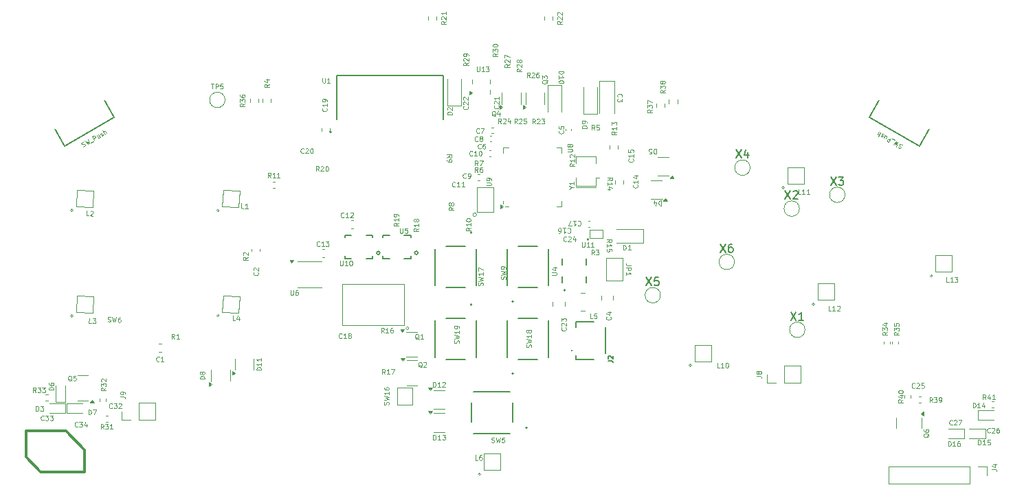
<source format=gbr>
%TF.GenerationSoftware,KiCad,Pcbnew,8.0.2*%
%TF.CreationDate,2024-08-31T11:23:20-07:00*%
%TF.ProjectId,UGC_Main_R4K,5547435f-4d61-4696-9e5f-52344b2e6b69,rev?*%
%TF.SameCoordinates,Original*%
%TF.FileFunction,Legend,Top*%
%TF.FilePolarity,Positive*%
%FSLAX46Y46*%
G04 Gerber Fmt 4.6, Leading zero omitted, Abs format (unit mm)*
G04 Created by KiCad (PCBNEW 8.0.2) date 2024-08-31 11:23:20*
%MOMM*%
%LPD*%
G01*
G04 APERTURE LIST*
%ADD10C,0.150000*%
%ADD11C,0.100000*%
%ADD12C,0.120000*%
%ADD13C,0.160000*%
%ADD14C,0.350000*%
%ADD15C,0.127000*%
%ADD16C,0.200000*%
G04 APERTURE END LIST*
D10*
X246611876Y-115688219D02*
X247278542Y-116688219D01*
X247278542Y-115688219D02*
X246611876Y-116688219D01*
X248088066Y-115688219D02*
X247897590Y-115688219D01*
X247897590Y-115688219D02*
X247802352Y-115735838D01*
X247802352Y-115735838D02*
X247754733Y-115783457D01*
X247754733Y-115783457D02*
X247659495Y-115926314D01*
X247659495Y-115926314D02*
X247611876Y-116116790D01*
X247611876Y-116116790D02*
X247611876Y-116497742D01*
X247611876Y-116497742D02*
X247659495Y-116592980D01*
X247659495Y-116592980D02*
X247707114Y-116640600D01*
X247707114Y-116640600D02*
X247802352Y-116688219D01*
X247802352Y-116688219D02*
X247992828Y-116688219D01*
X247992828Y-116688219D02*
X248088066Y-116640600D01*
X248088066Y-116640600D02*
X248135685Y-116592980D01*
X248135685Y-116592980D02*
X248183304Y-116497742D01*
X248183304Y-116497742D02*
X248183304Y-116259647D01*
X248183304Y-116259647D02*
X248135685Y-116164409D01*
X248135685Y-116164409D02*
X248088066Y-116116790D01*
X248088066Y-116116790D02*
X247992828Y-116069171D01*
X247992828Y-116069171D02*
X247802352Y-116069171D01*
X247802352Y-116069171D02*
X247707114Y-116116790D01*
X247707114Y-116116790D02*
X247659495Y-116164409D01*
X247659495Y-116164409D02*
X247611876Y-116259647D01*
X237493276Y-119803019D02*
X238159942Y-120803019D01*
X238159942Y-119803019D02*
X237493276Y-120803019D01*
X239017085Y-119803019D02*
X238540895Y-119803019D01*
X238540895Y-119803019D02*
X238493276Y-120279209D01*
X238493276Y-120279209D02*
X238540895Y-120231590D01*
X238540895Y-120231590D02*
X238636133Y-120183971D01*
X238636133Y-120183971D02*
X238874228Y-120183971D01*
X238874228Y-120183971D02*
X238969466Y-120231590D01*
X238969466Y-120231590D02*
X239017085Y-120279209D01*
X239017085Y-120279209D02*
X239064704Y-120374447D01*
X239064704Y-120374447D02*
X239064704Y-120612542D01*
X239064704Y-120612542D02*
X239017085Y-120707780D01*
X239017085Y-120707780D02*
X238969466Y-120755400D01*
X238969466Y-120755400D02*
X238874228Y-120803019D01*
X238874228Y-120803019D02*
X238636133Y-120803019D01*
X238636133Y-120803019D02*
X238540895Y-120755400D01*
X238540895Y-120755400D02*
X238493276Y-120707780D01*
X248542276Y-104055019D02*
X249208942Y-105055019D01*
X249208942Y-104055019D02*
X248542276Y-105055019D01*
X250018466Y-104388352D02*
X250018466Y-105055019D01*
X249780371Y-104007400D02*
X249542276Y-104721685D01*
X249542276Y-104721685D02*
X250161323Y-104721685D01*
X260226276Y-107407819D02*
X260892942Y-108407819D01*
X260892942Y-107407819D02*
X260226276Y-108407819D01*
X261178657Y-107407819D02*
X261797704Y-107407819D01*
X261797704Y-107407819D02*
X261464371Y-107788771D01*
X261464371Y-107788771D02*
X261607228Y-107788771D01*
X261607228Y-107788771D02*
X261702466Y-107836390D01*
X261702466Y-107836390D02*
X261750085Y-107884009D01*
X261750085Y-107884009D02*
X261797704Y-107979247D01*
X261797704Y-107979247D02*
X261797704Y-108217342D01*
X261797704Y-108217342D02*
X261750085Y-108312580D01*
X261750085Y-108312580D02*
X261702466Y-108360200D01*
X261702466Y-108360200D02*
X261607228Y-108407819D01*
X261607228Y-108407819D02*
X261321514Y-108407819D01*
X261321514Y-108407819D02*
X261226276Y-108360200D01*
X261226276Y-108360200D02*
X261178657Y-108312580D01*
X254612876Y-109109619D02*
X255279542Y-110109619D01*
X255279542Y-109109619D02*
X254612876Y-110109619D01*
X255612876Y-109204857D02*
X255660495Y-109157238D01*
X255660495Y-109157238D02*
X255755733Y-109109619D01*
X255755733Y-109109619D02*
X255993828Y-109109619D01*
X255993828Y-109109619D02*
X256089066Y-109157238D01*
X256089066Y-109157238D02*
X256136685Y-109204857D01*
X256136685Y-109204857D02*
X256184304Y-109300095D01*
X256184304Y-109300095D02*
X256184304Y-109395333D01*
X256184304Y-109395333D02*
X256136685Y-109538190D01*
X256136685Y-109538190D02*
X255565257Y-110109619D01*
X255565257Y-110109619D02*
X256184304Y-110109619D01*
X255298676Y-124070219D02*
X255965342Y-125070219D01*
X255965342Y-124070219D02*
X255298676Y-125070219D01*
X256870104Y-125070219D02*
X256298676Y-125070219D01*
X256584390Y-125070219D02*
X256584390Y-124070219D01*
X256584390Y-124070219D02*
X256489152Y-124213076D01*
X256489152Y-124213076D02*
X256393914Y-124308314D01*
X256393914Y-124308314D02*
X256298676Y-124355933D01*
D11*
X219194971Y-92155914D02*
X218909257Y-92355914D01*
X219194971Y-92498771D02*
X218594971Y-92498771D01*
X218594971Y-92498771D02*
X218594971Y-92270200D01*
X218594971Y-92270200D02*
X218623542Y-92213057D01*
X218623542Y-92213057D02*
X218652114Y-92184486D01*
X218652114Y-92184486D02*
X218709257Y-92155914D01*
X218709257Y-92155914D02*
X218794971Y-92155914D01*
X218794971Y-92155914D02*
X218852114Y-92184486D01*
X218852114Y-92184486D02*
X218880685Y-92213057D01*
X218880685Y-92213057D02*
X218909257Y-92270200D01*
X218909257Y-92270200D02*
X218909257Y-92498771D01*
X218594971Y-91955914D02*
X218594971Y-91584486D01*
X218594971Y-91584486D02*
X218823542Y-91784486D01*
X218823542Y-91784486D02*
X218823542Y-91698771D01*
X218823542Y-91698771D02*
X218852114Y-91641629D01*
X218852114Y-91641629D02*
X218880685Y-91613057D01*
X218880685Y-91613057D02*
X218937828Y-91584486D01*
X218937828Y-91584486D02*
X219080685Y-91584486D01*
X219080685Y-91584486D02*
X219137828Y-91613057D01*
X219137828Y-91613057D02*
X219166400Y-91641629D01*
X219166400Y-91641629D02*
X219194971Y-91698771D01*
X219194971Y-91698771D02*
X219194971Y-91870200D01*
X219194971Y-91870200D02*
X219166400Y-91927343D01*
X219166400Y-91927343D02*
X219137828Y-91955914D01*
X218594971Y-91213057D02*
X218594971Y-91155914D01*
X218594971Y-91155914D02*
X218623542Y-91098771D01*
X218623542Y-91098771D02*
X218652114Y-91070200D01*
X218652114Y-91070200D02*
X218709257Y-91041628D01*
X218709257Y-91041628D02*
X218823542Y-91013057D01*
X218823542Y-91013057D02*
X218966400Y-91013057D01*
X218966400Y-91013057D02*
X219080685Y-91041628D01*
X219080685Y-91041628D02*
X219137828Y-91070200D01*
X219137828Y-91070200D02*
X219166400Y-91098771D01*
X219166400Y-91098771D02*
X219194971Y-91155914D01*
X219194971Y-91155914D02*
X219194971Y-91213057D01*
X219194971Y-91213057D02*
X219166400Y-91270200D01*
X219166400Y-91270200D02*
X219137828Y-91298771D01*
X219137828Y-91298771D02*
X219080685Y-91327342D01*
X219080685Y-91327342D02*
X218966400Y-91355914D01*
X218966400Y-91355914D02*
X218823542Y-91355914D01*
X218823542Y-91355914D02*
X218709257Y-91327342D01*
X218709257Y-91327342D02*
X218652114Y-91298771D01*
X218652114Y-91298771D02*
X218623542Y-91270200D01*
X218623542Y-91270200D02*
X218594971Y-91213057D01*
X272740485Y-135197171D02*
X272540485Y-134911457D01*
X272397628Y-135197171D02*
X272397628Y-134597171D01*
X272397628Y-134597171D02*
X272626199Y-134597171D01*
X272626199Y-134597171D02*
X272683342Y-134625742D01*
X272683342Y-134625742D02*
X272711913Y-134654314D01*
X272711913Y-134654314D02*
X272740485Y-134711457D01*
X272740485Y-134711457D02*
X272740485Y-134797171D01*
X272740485Y-134797171D02*
X272711913Y-134854314D01*
X272711913Y-134854314D02*
X272683342Y-134882885D01*
X272683342Y-134882885D02*
X272626199Y-134911457D01*
X272626199Y-134911457D02*
X272397628Y-134911457D01*
X272940485Y-134597171D02*
X273311913Y-134597171D01*
X273311913Y-134597171D02*
X273111913Y-134825742D01*
X273111913Y-134825742D02*
X273197628Y-134825742D01*
X273197628Y-134825742D02*
X273254771Y-134854314D01*
X273254771Y-134854314D02*
X273283342Y-134882885D01*
X273283342Y-134882885D02*
X273311913Y-134940028D01*
X273311913Y-134940028D02*
X273311913Y-135082885D01*
X273311913Y-135082885D02*
X273283342Y-135140028D01*
X273283342Y-135140028D02*
X273254771Y-135168600D01*
X273254771Y-135168600D02*
X273197628Y-135197171D01*
X273197628Y-135197171D02*
X273026199Y-135197171D01*
X273026199Y-135197171D02*
X272969056Y-135168600D01*
X272969056Y-135168600D02*
X272940485Y-135140028D01*
X273597628Y-135197171D02*
X273711914Y-135197171D01*
X273711914Y-135197171D02*
X273769057Y-135168600D01*
X273769057Y-135168600D02*
X273797628Y-135140028D01*
X273797628Y-135140028D02*
X273854771Y-135054314D01*
X273854771Y-135054314D02*
X273883342Y-134940028D01*
X273883342Y-134940028D02*
X273883342Y-134711457D01*
X273883342Y-134711457D02*
X273854771Y-134654314D01*
X273854771Y-134654314D02*
X273826200Y-134625742D01*
X273826200Y-134625742D02*
X273769057Y-134597171D01*
X273769057Y-134597171D02*
X273654771Y-134597171D01*
X273654771Y-134597171D02*
X273597628Y-134625742D01*
X273597628Y-134625742D02*
X273569057Y-134654314D01*
X273569057Y-134654314D02*
X273540485Y-134711457D01*
X273540485Y-134711457D02*
X273540485Y-134854314D01*
X273540485Y-134854314D02*
X273569057Y-134911457D01*
X273569057Y-134911457D02*
X273597628Y-134940028D01*
X273597628Y-134940028D02*
X273654771Y-134968600D01*
X273654771Y-134968600D02*
X273769057Y-134968600D01*
X273769057Y-134968600D02*
X273826200Y-134940028D01*
X273826200Y-134940028D02*
X273854771Y-134911457D01*
X273854771Y-134911457D02*
X273883342Y-134854314D01*
X229061914Y-112865571D02*
X229090486Y-112837000D01*
X229090486Y-112837000D02*
X229176200Y-112808428D01*
X229176200Y-112808428D02*
X229233343Y-112808428D01*
X229233343Y-112808428D02*
X229319057Y-112837000D01*
X229319057Y-112837000D02*
X229376200Y-112894142D01*
X229376200Y-112894142D02*
X229404771Y-112951285D01*
X229404771Y-112951285D02*
X229433343Y-113065571D01*
X229433343Y-113065571D02*
X229433343Y-113151285D01*
X229433343Y-113151285D02*
X229404771Y-113265571D01*
X229404771Y-113265571D02*
X229376200Y-113322714D01*
X229376200Y-113322714D02*
X229319057Y-113379857D01*
X229319057Y-113379857D02*
X229233343Y-113408428D01*
X229233343Y-113408428D02*
X229176200Y-113408428D01*
X229176200Y-113408428D02*
X229090486Y-113379857D01*
X229090486Y-113379857D02*
X229061914Y-113351285D01*
X228490486Y-112808428D02*
X228833343Y-112808428D01*
X228661914Y-112808428D02*
X228661914Y-113408428D01*
X228661914Y-113408428D02*
X228719057Y-113322714D01*
X228719057Y-113322714D02*
X228776200Y-113265571D01*
X228776200Y-113265571D02*
X228833343Y-113237000D01*
X228290485Y-113408428D02*
X227890485Y-113408428D01*
X227890485Y-113408428D02*
X228147628Y-112808428D01*
X233107828Y-124636199D02*
X233136400Y-124664771D01*
X233136400Y-124664771D02*
X233164971Y-124750485D01*
X233164971Y-124750485D02*
X233164971Y-124807628D01*
X233164971Y-124807628D02*
X233136400Y-124893342D01*
X233136400Y-124893342D02*
X233079257Y-124950485D01*
X233079257Y-124950485D02*
X233022114Y-124979056D01*
X233022114Y-124979056D02*
X232907828Y-125007628D01*
X232907828Y-125007628D02*
X232822114Y-125007628D01*
X232822114Y-125007628D02*
X232707828Y-124979056D01*
X232707828Y-124979056D02*
X232650685Y-124950485D01*
X232650685Y-124950485D02*
X232593542Y-124893342D01*
X232593542Y-124893342D02*
X232564971Y-124807628D01*
X232564971Y-124807628D02*
X232564971Y-124750485D01*
X232564971Y-124750485D02*
X232593542Y-124664771D01*
X232593542Y-124664771D02*
X232622114Y-124636199D01*
X232764971Y-124121914D02*
X233164971Y-124121914D01*
X232536400Y-124264771D02*
X232964971Y-124407628D01*
X232964971Y-124407628D02*
X232964971Y-124036199D01*
X268623371Y-126572914D02*
X268337657Y-126772914D01*
X268623371Y-126915771D02*
X268023371Y-126915771D01*
X268023371Y-126915771D02*
X268023371Y-126687200D01*
X268023371Y-126687200D02*
X268051942Y-126630057D01*
X268051942Y-126630057D02*
X268080514Y-126601486D01*
X268080514Y-126601486D02*
X268137657Y-126572914D01*
X268137657Y-126572914D02*
X268223371Y-126572914D01*
X268223371Y-126572914D02*
X268280514Y-126601486D01*
X268280514Y-126601486D02*
X268309085Y-126630057D01*
X268309085Y-126630057D02*
X268337657Y-126687200D01*
X268337657Y-126687200D02*
X268337657Y-126915771D01*
X268023371Y-126372914D02*
X268023371Y-126001486D01*
X268023371Y-126001486D02*
X268251942Y-126201486D01*
X268251942Y-126201486D02*
X268251942Y-126115771D01*
X268251942Y-126115771D02*
X268280514Y-126058629D01*
X268280514Y-126058629D02*
X268309085Y-126030057D01*
X268309085Y-126030057D02*
X268366228Y-126001486D01*
X268366228Y-126001486D02*
X268509085Y-126001486D01*
X268509085Y-126001486D02*
X268566228Y-126030057D01*
X268566228Y-126030057D02*
X268594800Y-126058629D01*
X268594800Y-126058629D02*
X268623371Y-126115771D01*
X268623371Y-126115771D02*
X268623371Y-126287200D01*
X268623371Y-126287200D02*
X268594800Y-126344343D01*
X268594800Y-126344343D02*
X268566228Y-126372914D01*
X268023371Y-125458628D02*
X268023371Y-125744342D01*
X268023371Y-125744342D02*
X268309085Y-125772914D01*
X268309085Y-125772914D02*
X268280514Y-125744342D01*
X268280514Y-125744342D02*
X268251942Y-125687200D01*
X268251942Y-125687200D02*
X268251942Y-125544342D01*
X268251942Y-125544342D02*
X268280514Y-125487200D01*
X268280514Y-125487200D02*
X268309085Y-125458628D01*
X268309085Y-125458628D02*
X268366228Y-125430057D01*
X268366228Y-125430057D02*
X268509085Y-125430057D01*
X268509085Y-125430057D02*
X268566228Y-125458628D01*
X268566228Y-125458628D02*
X268594800Y-125487200D01*
X268594800Y-125487200D02*
X268623371Y-125544342D01*
X268623371Y-125544342D02*
X268623371Y-125687200D01*
X268623371Y-125687200D02*
X268594800Y-125744342D01*
X268594800Y-125744342D02*
X268566228Y-125772914D01*
X179376400Y-127373971D02*
X179176400Y-127088257D01*
X179033543Y-127373971D02*
X179033543Y-126773971D01*
X179033543Y-126773971D02*
X179262114Y-126773971D01*
X179262114Y-126773971D02*
X179319257Y-126802542D01*
X179319257Y-126802542D02*
X179347828Y-126831114D01*
X179347828Y-126831114D02*
X179376400Y-126888257D01*
X179376400Y-126888257D02*
X179376400Y-126973971D01*
X179376400Y-126973971D02*
X179347828Y-127031114D01*
X179347828Y-127031114D02*
X179319257Y-127059685D01*
X179319257Y-127059685D02*
X179262114Y-127088257D01*
X179262114Y-127088257D02*
X179033543Y-127088257D01*
X179947828Y-127373971D02*
X179604971Y-127373971D01*
X179776400Y-127373971D02*
X179776400Y-126773971D01*
X179776400Y-126773971D02*
X179719257Y-126859685D01*
X179719257Y-126859685D02*
X179662114Y-126916828D01*
X179662114Y-126916828D02*
X179604971Y-126945400D01*
X205755200Y-135502514D02*
X205783771Y-135416800D01*
X205783771Y-135416800D02*
X205783771Y-135273942D01*
X205783771Y-135273942D02*
X205755200Y-135216800D01*
X205755200Y-135216800D02*
X205726628Y-135188228D01*
X205726628Y-135188228D02*
X205669485Y-135159657D01*
X205669485Y-135159657D02*
X205612342Y-135159657D01*
X205612342Y-135159657D02*
X205555200Y-135188228D01*
X205555200Y-135188228D02*
X205526628Y-135216800D01*
X205526628Y-135216800D02*
X205498057Y-135273942D01*
X205498057Y-135273942D02*
X205469485Y-135388228D01*
X205469485Y-135388228D02*
X205440914Y-135445371D01*
X205440914Y-135445371D02*
X205412342Y-135473942D01*
X205412342Y-135473942D02*
X205355200Y-135502514D01*
X205355200Y-135502514D02*
X205298057Y-135502514D01*
X205298057Y-135502514D02*
X205240914Y-135473942D01*
X205240914Y-135473942D02*
X205212342Y-135445371D01*
X205212342Y-135445371D02*
X205183771Y-135388228D01*
X205183771Y-135388228D02*
X205183771Y-135245371D01*
X205183771Y-135245371D02*
X205212342Y-135159657D01*
X205183771Y-134959656D02*
X205783771Y-134816799D01*
X205783771Y-134816799D02*
X205355200Y-134702513D01*
X205355200Y-134702513D02*
X205783771Y-134588228D01*
X205783771Y-134588228D02*
X205183771Y-134445371D01*
X205783771Y-133902514D02*
X205783771Y-134245371D01*
X205783771Y-134073942D02*
X205183771Y-134073942D01*
X205183771Y-134073942D02*
X205269485Y-134131085D01*
X205269485Y-134131085D02*
X205326628Y-134188228D01*
X205326628Y-134188228D02*
X205355200Y-134245371D01*
X205183771Y-133388228D02*
X205183771Y-133502513D01*
X205183771Y-133502513D02*
X205212342Y-133559656D01*
X205212342Y-133559656D02*
X205240914Y-133588228D01*
X205240914Y-133588228D02*
X205326628Y-133645370D01*
X205326628Y-133645370D02*
X205440914Y-133673942D01*
X205440914Y-133673942D02*
X205669485Y-133673942D01*
X205669485Y-133673942D02*
X205726628Y-133645370D01*
X205726628Y-133645370D02*
X205755200Y-133616799D01*
X205755200Y-133616799D02*
X205783771Y-133559656D01*
X205783771Y-133559656D02*
X205783771Y-133445370D01*
X205783771Y-133445370D02*
X205755200Y-133388228D01*
X205755200Y-133388228D02*
X205726628Y-133359656D01*
X205726628Y-133359656D02*
X205669485Y-133331085D01*
X205669485Y-133331085D02*
X205526628Y-133331085D01*
X205526628Y-133331085D02*
X205469485Y-133359656D01*
X205469485Y-133359656D02*
X205440914Y-133388228D01*
X205440914Y-133388228D02*
X205412342Y-133445370D01*
X205412342Y-133445370D02*
X205412342Y-133559656D01*
X205412342Y-133559656D02*
X205440914Y-133616799D01*
X205440914Y-133616799D02*
X205469485Y-133645370D01*
X205469485Y-133645370D02*
X205526628Y-133673942D01*
X279852485Y-138899228D02*
X279823913Y-138927800D01*
X279823913Y-138927800D02*
X279738199Y-138956371D01*
X279738199Y-138956371D02*
X279681056Y-138956371D01*
X279681056Y-138956371D02*
X279595342Y-138927800D01*
X279595342Y-138927800D02*
X279538199Y-138870657D01*
X279538199Y-138870657D02*
X279509628Y-138813514D01*
X279509628Y-138813514D02*
X279481056Y-138699228D01*
X279481056Y-138699228D02*
X279481056Y-138613514D01*
X279481056Y-138613514D02*
X279509628Y-138499228D01*
X279509628Y-138499228D02*
X279538199Y-138442085D01*
X279538199Y-138442085D02*
X279595342Y-138384942D01*
X279595342Y-138384942D02*
X279681056Y-138356371D01*
X279681056Y-138356371D02*
X279738199Y-138356371D01*
X279738199Y-138356371D02*
X279823913Y-138384942D01*
X279823913Y-138384942D02*
X279852485Y-138413514D01*
X280081056Y-138413514D02*
X280109628Y-138384942D01*
X280109628Y-138384942D02*
X280166771Y-138356371D01*
X280166771Y-138356371D02*
X280309628Y-138356371D01*
X280309628Y-138356371D02*
X280366771Y-138384942D01*
X280366771Y-138384942D02*
X280395342Y-138413514D01*
X280395342Y-138413514D02*
X280423913Y-138470657D01*
X280423913Y-138470657D02*
X280423913Y-138527800D01*
X280423913Y-138527800D02*
X280395342Y-138613514D01*
X280395342Y-138613514D02*
X280052485Y-138956371D01*
X280052485Y-138956371D02*
X280423913Y-138956371D01*
X280938200Y-138356371D02*
X280823914Y-138356371D01*
X280823914Y-138356371D02*
X280766771Y-138384942D01*
X280766771Y-138384942D02*
X280738200Y-138413514D01*
X280738200Y-138413514D02*
X280681057Y-138499228D01*
X280681057Y-138499228D02*
X280652485Y-138613514D01*
X280652485Y-138613514D02*
X280652485Y-138842085D01*
X280652485Y-138842085D02*
X280681057Y-138899228D01*
X280681057Y-138899228D02*
X280709628Y-138927800D01*
X280709628Y-138927800D02*
X280766771Y-138956371D01*
X280766771Y-138956371D02*
X280881057Y-138956371D01*
X280881057Y-138956371D02*
X280938200Y-138927800D01*
X280938200Y-138927800D02*
X280966771Y-138899228D01*
X280966771Y-138899228D02*
X280995342Y-138842085D01*
X280995342Y-138842085D02*
X280995342Y-138699228D01*
X280995342Y-138699228D02*
X280966771Y-138642085D01*
X280966771Y-138642085D02*
X280938200Y-138613514D01*
X280938200Y-138613514D02*
X280881057Y-138584942D01*
X280881057Y-138584942D02*
X280766771Y-138584942D01*
X280766771Y-138584942D02*
X280709628Y-138613514D01*
X280709628Y-138613514D02*
X280681057Y-138642085D01*
X280681057Y-138642085D02*
X280652485Y-138699228D01*
X213784771Y-111148799D02*
X213499057Y-111348799D01*
X213784771Y-111491656D02*
X213184771Y-111491656D01*
X213184771Y-111491656D02*
X213184771Y-111263085D01*
X213184771Y-111263085D02*
X213213342Y-111205942D01*
X213213342Y-111205942D02*
X213241914Y-111177371D01*
X213241914Y-111177371D02*
X213299057Y-111148799D01*
X213299057Y-111148799D02*
X213384771Y-111148799D01*
X213384771Y-111148799D02*
X213441914Y-111177371D01*
X213441914Y-111177371D02*
X213470485Y-111205942D01*
X213470485Y-111205942D02*
X213499057Y-111263085D01*
X213499057Y-111263085D02*
X213499057Y-111491656D01*
X213441914Y-110805942D02*
X213413342Y-110863085D01*
X213413342Y-110863085D02*
X213384771Y-110891656D01*
X213384771Y-110891656D02*
X213327628Y-110920228D01*
X213327628Y-110920228D02*
X213299057Y-110920228D01*
X213299057Y-110920228D02*
X213241914Y-110891656D01*
X213241914Y-110891656D02*
X213213342Y-110863085D01*
X213213342Y-110863085D02*
X213184771Y-110805942D01*
X213184771Y-110805942D02*
X213184771Y-110691656D01*
X213184771Y-110691656D02*
X213213342Y-110634514D01*
X213213342Y-110634514D02*
X213241914Y-110605942D01*
X213241914Y-110605942D02*
X213299057Y-110577371D01*
X213299057Y-110577371D02*
X213327628Y-110577371D01*
X213327628Y-110577371D02*
X213384771Y-110605942D01*
X213384771Y-110605942D02*
X213413342Y-110634514D01*
X213413342Y-110634514D02*
X213441914Y-110691656D01*
X213441914Y-110691656D02*
X213441914Y-110805942D01*
X213441914Y-110805942D02*
X213470485Y-110863085D01*
X213470485Y-110863085D02*
X213499057Y-110891656D01*
X213499057Y-110891656D02*
X213556200Y-110920228D01*
X213556200Y-110920228D02*
X213670485Y-110920228D01*
X213670485Y-110920228D02*
X213727628Y-110891656D01*
X213727628Y-110891656D02*
X213756200Y-110863085D01*
X213756200Y-110863085D02*
X213784771Y-110805942D01*
X213784771Y-110805942D02*
X213784771Y-110691656D01*
X213784771Y-110691656D02*
X213756200Y-110634514D01*
X213756200Y-110634514D02*
X213727628Y-110605942D01*
X213727628Y-110605942D02*
X213670485Y-110577371D01*
X213670485Y-110577371D02*
X213556200Y-110577371D01*
X213556200Y-110577371D02*
X213499057Y-110605942D01*
X213499057Y-110605942D02*
X213470485Y-110634514D01*
X213470485Y-110634514D02*
X213441914Y-110691656D01*
X231141600Y-101592971D02*
X230941600Y-101307257D01*
X230798743Y-101592971D02*
X230798743Y-100992971D01*
X230798743Y-100992971D02*
X231027314Y-100992971D01*
X231027314Y-100992971D02*
X231084457Y-101021542D01*
X231084457Y-101021542D02*
X231113028Y-101050114D01*
X231113028Y-101050114D02*
X231141600Y-101107257D01*
X231141600Y-101107257D02*
X231141600Y-101192971D01*
X231141600Y-101192971D02*
X231113028Y-101250114D01*
X231113028Y-101250114D02*
X231084457Y-101278685D01*
X231084457Y-101278685D02*
X231027314Y-101307257D01*
X231027314Y-101307257D02*
X230798743Y-101307257D01*
X231684457Y-100992971D02*
X231398743Y-100992971D01*
X231398743Y-100992971D02*
X231370171Y-101278685D01*
X231370171Y-101278685D02*
X231398743Y-101250114D01*
X231398743Y-101250114D02*
X231455886Y-101221542D01*
X231455886Y-101221542D02*
X231598743Y-101221542D01*
X231598743Y-101221542D02*
X231655886Y-101250114D01*
X231655886Y-101250114D02*
X231684457Y-101278685D01*
X231684457Y-101278685D02*
X231713028Y-101335828D01*
X231713028Y-101335828D02*
X231713028Y-101478685D01*
X231713028Y-101478685D02*
X231684457Y-101535828D01*
X231684457Y-101535828D02*
X231655886Y-101564400D01*
X231655886Y-101564400D02*
X231598743Y-101592971D01*
X231598743Y-101592971D02*
X231455886Y-101592971D01*
X231455886Y-101592971D02*
X231398743Y-101564400D01*
X231398743Y-101564400D02*
X231370171Y-101535828D01*
X227132371Y-88195714D02*
X226846657Y-88395714D01*
X227132371Y-88538571D02*
X226532371Y-88538571D01*
X226532371Y-88538571D02*
X226532371Y-88310000D01*
X226532371Y-88310000D02*
X226560942Y-88252857D01*
X226560942Y-88252857D02*
X226589514Y-88224286D01*
X226589514Y-88224286D02*
X226646657Y-88195714D01*
X226646657Y-88195714D02*
X226732371Y-88195714D01*
X226732371Y-88195714D02*
X226789514Y-88224286D01*
X226789514Y-88224286D02*
X226818085Y-88252857D01*
X226818085Y-88252857D02*
X226846657Y-88310000D01*
X226846657Y-88310000D02*
X226846657Y-88538571D01*
X226589514Y-87967143D02*
X226560942Y-87938571D01*
X226560942Y-87938571D02*
X226532371Y-87881429D01*
X226532371Y-87881429D02*
X226532371Y-87738571D01*
X226532371Y-87738571D02*
X226560942Y-87681429D01*
X226560942Y-87681429D02*
X226589514Y-87652857D01*
X226589514Y-87652857D02*
X226646657Y-87624286D01*
X226646657Y-87624286D02*
X226703800Y-87624286D01*
X226703800Y-87624286D02*
X226789514Y-87652857D01*
X226789514Y-87652857D02*
X227132371Y-87995714D01*
X227132371Y-87995714D02*
X227132371Y-87624286D01*
X226589514Y-87395714D02*
X226560942Y-87367142D01*
X226560942Y-87367142D02*
X226532371Y-87310000D01*
X226532371Y-87310000D02*
X226532371Y-87167142D01*
X226532371Y-87167142D02*
X226560942Y-87110000D01*
X226560942Y-87110000D02*
X226589514Y-87081428D01*
X226589514Y-87081428D02*
X226646657Y-87052857D01*
X226646657Y-87052857D02*
X226703800Y-87052857D01*
X226703800Y-87052857D02*
X226789514Y-87081428D01*
X226789514Y-87081428D02*
X227132371Y-87424285D01*
X227132371Y-87424285D02*
X227132371Y-87052857D01*
X275204285Y-137934028D02*
X275175713Y-137962600D01*
X275175713Y-137962600D02*
X275089999Y-137991171D01*
X275089999Y-137991171D02*
X275032856Y-137991171D01*
X275032856Y-137991171D02*
X274947142Y-137962600D01*
X274947142Y-137962600D02*
X274889999Y-137905457D01*
X274889999Y-137905457D02*
X274861428Y-137848314D01*
X274861428Y-137848314D02*
X274832856Y-137734028D01*
X274832856Y-137734028D02*
X274832856Y-137648314D01*
X274832856Y-137648314D02*
X274861428Y-137534028D01*
X274861428Y-137534028D02*
X274889999Y-137476885D01*
X274889999Y-137476885D02*
X274947142Y-137419742D01*
X274947142Y-137419742D02*
X275032856Y-137391171D01*
X275032856Y-137391171D02*
X275089999Y-137391171D01*
X275089999Y-137391171D02*
X275175713Y-137419742D01*
X275175713Y-137419742D02*
X275204285Y-137448314D01*
X275432856Y-137448314D02*
X275461428Y-137419742D01*
X275461428Y-137419742D02*
X275518571Y-137391171D01*
X275518571Y-137391171D02*
X275661428Y-137391171D01*
X275661428Y-137391171D02*
X275718571Y-137419742D01*
X275718571Y-137419742D02*
X275747142Y-137448314D01*
X275747142Y-137448314D02*
X275775713Y-137505457D01*
X275775713Y-137505457D02*
X275775713Y-137562600D01*
X275775713Y-137562600D02*
X275747142Y-137648314D01*
X275747142Y-137648314D02*
X275404285Y-137991171D01*
X275404285Y-137991171D02*
X275775713Y-137991171D01*
X275975714Y-137391171D02*
X276375714Y-137391171D01*
X276375714Y-137391171D02*
X276118571Y-137991171D01*
X239819771Y-96677114D02*
X239534057Y-96877114D01*
X239819771Y-97019971D02*
X239219771Y-97019971D01*
X239219771Y-97019971D02*
X239219771Y-96791400D01*
X239219771Y-96791400D02*
X239248342Y-96734257D01*
X239248342Y-96734257D02*
X239276914Y-96705686D01*
X239276914Y-96705686D02*
X239334057Y-96677114D01*
X239334057Y-96677114D02*
X239419771Y-96677114D01*
X239419771Y-96677114D02*
X239476914Y-96705686D01*
X239476914Y-96705686D02*
X239505485Y-96734257D01*
X239505485Y-96734257D02*
X239534057Y-96791400D01*
X239534057Y-96791400D02*
X239534057Y-97019971D01*
X239219771Y-96477114D02*
X239219771Y-96105686D01*
X239219771Y-96105686D02*
X239448342Y-96305686D01*
X239448342Y-96305686D02*
X239448342Y-96219971D01*
X239448342Y-96219971D02*
X239476914Y-96162829D01*
X239476914Y-96162829D02*
X239505485Y-96134257D01*
X239505485Y-96134257D02*
X239562628Y-96105686D01*
X239562628Y-96105686D02*
X239705485Y-96105686D01*
X239705485Y-96105686D02*
X239762628Y-96134257D01*
X239762628Y-96134257D02*
X239791200Y-96162829D01*
X239791200Y-96162829D02*
X239819771Y-96219971D01*
X239819771Y-96219971D02*
X239819771Y-96391400D01*
X239819771Y-96391400D02*
X239791200Y-96448543D01*
X239791200Y-96448543D02*
X239762628Y-96477114D01*
X239476914Y-95762828D02*
X239448342Y-95819971D01*
X239448342Y-95819971D02*
X239419771Y-95848542D01*
X239419771Y-95848542D02*
X239362628Y-95877114D01*
X239362628Y-95877114D02*
X239334057Y-95877114D01*
X239334057Y-95877114D02*
X239276914Y-95848542D01*
X239276914Y-95848542D02*
X239248342Y-95819971D01*
X239248342Y-95819971D02*
X239219771Y-95762828D01*
X239219771Y-95762828D02*
X239219771Y-95648542D01*
X239219771Y-95648542D02*
X239248342Y-95591400D01*
X239248342Y-95591400D02*
X239276914Y-95562828D01*
X239276914Y-95562828D02*
X239334057Y-95534257D01*
X239334057Y-95534257D02*
X239362628Y-95534257D01*
X239362628Y-95534257D02*
X239419771Y-95562828D01*
X239419771Y-95562828D02*
X239448342Y-95591400D01*
X239448342Y-95591400D02*
X239476914Y-95648542D01*
X239476914Y-95648542D02*
X239476914Y-95762828D01*
X239476914Y-95762828D02*
X239505485Y-95819971D01*
X239505485Y-95819971D02*
X239534057Y-95848542D01*
X239534057Y-95848542D02*
X239591200Y-95877114D01*
X239591200Y-95877114D02*
X239705485Y-95877114D01*
X239705485Y-95877114D02*
X239762628Y-95848542D01*
X239762628Y-95848542D02*
X239791200Y-95819971D01*
X239791200Y-95819971D02*
X239819771Y-95762828D01*
X239819771Y-95762828D02*
X239819771Y-95648542D01*
X239819771Y-95648542D02*
X239791200Y-95591400D01*
X239791200Y-95591400D02*
X239762628Y-95562828D01*
X239762628Y-95562828D02*
X239705485Y-95534257D01*
X239705485Y-95534257D02*
X239591200Y-95534257D01*
X239591200Y-95534257D02*
X239534057Y-95562828D01*
X239534057Y-95562828D02*
X239505485Y-95591400D01*
X239505485Y-95591400D02*
X239476914Y-95648542D01*
X163266485Y-137375228D02*
X163237913Y-137403800D01*
X163237913Y-137403800D02*
X163152199Y-137432371D01*
X163152199Y-137432371D02*
X163095056Y-137432371D01*
X163095056Y-137432371D02*
X163009342Y-137403800D01*
X163009342Y-137403800D02*
X162952199Y-137346657D01*
X162952199Y-137346657D02*
X162923628Y-137289514D01*
X162923628Y-137289514D02*
X162895056Y-137175228D01*
X162895056Y-137175228D02*
X162895056Y-137089514D01*
X162895056Y-137089514D02*
X162923628Y-136975228D01*
X162923628Y-136975228D02*
X162952199Y-136918085D01*
X162952199Y-136918085D02*
X163009342Y-136860942D01*
X163009342Y-136860942D02*
X163095056Y-136832371D01*
X163095056Y-136832371D02*
X163152199Y-136832371D01*
X163152199Y-136832371D02*
X163237913Y-136860942D01*
X163237913Y-136860942D02*
X163266485Y-136889514D01*
X163466485Y-136832371D02*
X163837913Y-136832371D01*
X163837913Y-136832371D02*
X163637913Y-137060942D01*
X163637913Y-137060942D02*
X163723628Y-137060942D01*
X163723628Y-137060942D02*
X163780771Y-137089514D01*
X163780771Y-137089514D02*
X163809342Y-137118085D01*
X163809342Y-137118085D02*
X163837913Y-137175228D01*
X163837913Y-137175228D02*
X163837913Y-137318085D01*
X163837913Y-137318085D02*
X163809342Y-137375228D01*
X163809342Y-137375228D02*
X163780771Y-137403800D01*
X163780771Y-137403800D02*
X163723628Y-137432371D01*
X163723628Y-137432371D02*
X163552199Y-137432371D01*
X163552199Y-137432371D02*
X163495056Y-137403800D01*
X163495056Y-137403800D02*
X163466485Y-137375228D01*
X164037914Y-136832371D02*
X164409342Y-136832371D01*
X164409342Y-136832371D02*
X164209342Y-137060942D01*
X164209342Y-137060942D02*
X164295057Y-137060942D01*
X164295057Y-137060942D02*
X164352200Y-137089514D01*
X164352200Y-137089514D02*
X164380771Y-137118085D01*
X164380771Y-137118085D02*
X164409342Y-137175228D01*
X164409342Y-137175228D02*
X164409342Y-137318085D01*
X164409342Y-137318085D02*
X164380771Y-137375228D01*
X164380771Y-137375228D02*
X164352200Y-137403800D01*
X164352200Y-137403800D02*
X164295057Y-137432371D01*
X164295057Y-137432371D02*
X164123628Y-137432371D01*
X164123628Y-137432371D02*
X164066485Y-137403800D01*
X164066485Y-137403800D02*
X164037914Y-137375228D01*
X251069571Y-131975200D02*
X251498142Y-131975200D01*
X251498142Y-131975200D02*
X251583857Y-132003771D01*
X251583857Y-132003771D02*
X251641000Y-132060914D01*
X251641000Y-132060914D02*
X251669571Y-132146628D01*
X251669571Y-132146628D02*
X251669571Y-132203771D01*
X251326714Y-131603771D02*
X251298142Y-131660914D01*
X251298142Y-131660914D02*
X251269571Y-131689485D01*
X251269571Y-131689485D02*
X251212428Y-131718057D01*
X251212428Y-131718057D02*
X251183857Y-131718057D01*
X251183857Y-131718057D02*
X251126714Y-131689485D01*
X251126714Y-131689485D02*
X251098142Y-131660914D01*
X251098142Y-131660914D02*
X251069571Y-131603771D01*
X251069571Y-131603771D02*
X251069571Y-131489485D01*
X251069571Y-131489485D02*
X251098142Y-131432343D01*
X251098142Y-131432343D02*
X251126714Y-131403771D01*
X251126714Y-131403771D02*
X251183857Y-131375200D01*
X251183857Y-131375200D02*
X251212428Y-131375200D01*
X251212428Y-131375200D02*
X251269571Y-131403771D01*
X251269571Y-131403771D02*
X251298142Y-131432343D01*
X251298142Y-131432343D02*
X251326714Y-131489485D01*
X251326714Y-131489485D02*
X251326714Y-131603771D01*
X251326714Y-131603771D02*
X251355285Y-131660914D01*
X251355285Y-131660914D02*
X251383857Y-131689485D01*
X251383857Y-131689485D02*
X251441000Y-131718057D01*
X251441000Y-131718057D02*
X251555285Y-131718057D01*
X251555285Y-131718057D02*
X251612428Y-131689485D01*
X251612428Y-131689485D02*
X251641000Y-131660914D01*
X251641000Y-131660914D02*
X251669571Y-131603771D01*
X251669571Y-131603771D02*
X251669571Y-131489485D01*
X251669571Y-131489485D02*
X251641000Y-131432343D01*
X251641000Y-131432343D02*
X251612428Y-131403771D01*
X251612428Y-131403771D02*
X251555285Y-131375200D01*
X251555285Y-131375200D02*
X251441000Y-131375200D01*
X251441000Y-131375200D02*
X251383857Y-131403771D01*
X251383857Y-131403771D02*
X251355285Y-131432343D01*
X251355285Y-131432343D02*
X251326714Y-131489485D01*
X230887600Y-124859371D02*
X230601886Y-124859371D01*
X230601886Y-124859371D02*
X230601886Y-124259371D01*
X231373314Y-124259371D02*
X231087600Y-124259371D01*
X231087600Y-124259371D02*
X231059028Y-124545085D01*
X231059028Y-124545085D02*
X231087600Y-124516514D01*
X231087600Y-124516514D02*
X231144743Y-124487942D01*
X231144743Y-124487942D02*
X231287600Y-124487942D01*
X231287600Y-124487942D02*
X231344743Y-124516514D01*
X231344743Y-124516514D02*
X231373314Y-124545085D01*
X231373314Y-124545085D02*
X231401885Y-124602228D01*
X231401885Y-124602228D02*
X231401885Y-124745085D01*
X231401885Y-124745085D02*
X231373314Y-124802228D01*
X231373314Y-124802228D02*
X231344743Y-124830800D01*
X231344743Y-124830800D02*
X231287600Y-124859371D01*
X231287600Y-124859371D02*
X231144743Y-124859371D01*
X231144743Y-124859371D02*
X231087600Y-124830800D01*
X231087600Y-124830800D02*
X231059028Y-124802228D01*
X216765200Y-106799971D02*
X216565200Y-106514257D01*
X216422343Y-106799971D02*
X216422343Y-106199971D01*
X216422343Y-106199971D02*
X216650914Y-106199971D01*
X216650914Y-106199971D02*
X216708057Y-106228542D01*
X216708057Y-106228542D02*
X216736628Y-106257114D01*
X216736628Y-106257114D02*
X216765200Y-106314257D01*
X216765200Y-106314257D02*
X216765200Y-106399971D01*
X216765200Y-106399971D02*
X216736628Y-106457114D01*
X216736628Y-106457114D02*
X216708057Y-106485685D01*
X216708057Y-106485685D02*
X216650914Y-106514257D01*
X216650914Y-106514257D02*
X216422343Y-106514257D01*
X217279486Y-106199971D02*
X217165200Y-106199971D01*
X217165200Y-106199971D02*
X217108057Y-106228542D01*
X217108057Y-106228542D02*
X217079486Y-106257114D01*
X217079486Y-106257114D02*
X217022343Y-106342828D01*
X217022343Y-106342828D02*
X216993771Y-106457114D01*
X216993771Y-106457114D02*
X216993771Y-106685685D01*
X216993771Y-106685685D02*
X217022343Y-106742828D01*
X217022343Y-106742828D02*
X217050914Y-106771400D01*
X217050914Y-106771400D02*
X217108057Y-106799971D01*
X217108057Y-106799971D02*
X217222343Y-106799971D01*
X217222343Y-106799971D02*
X217279486Y-106771400D01*
X217279486Y-106771400D02*
X217308057Y-106742828D01*
X217308057Y-106742828D02*
X217336628Y-106685685D01*
X217336628Y-106685685D02*
X217336628Y-106542828D01*
X217336628Y-106542828D02*
X217308057Y-106485685D01*
X217308057Y-106485685D02*
X217279486Y-106457114D01*
X217279486Y-106457114D02*
X217222343Y-106428542D01*
X217222343Y-106428542D02*
X217108057Y-106428542D01*
X217108057Y-106428542D02*
X217050914Y-106457114D01*
X217050914Y-106457114D02*
X217022343Y-106485685D01*
X217022343Y-106485685D02*
X216993771Y-106542828D01*
X235851028Y-105160714D02*
X235879600Y-105189286D01*
X235879600Y-105189286D02*
X235908171Y-105275000D01*
X235908171Y-105275000D02*
X235908171Y-105332143D01*
X235908171Y-105332143D02*
X235879600Y-105417857D01*
X235879600Y-105417857D02*
X235822457Y-105475000D01*
X235822457Y-105475000D02*
X235765314Y-105503571D01*
X235765314Y-105503571D02*
X235651028Y-105532143D01*
X235651028Y-105532143D02*
X235565314Y-105532143D01*
X235565314Y-105532143D02*
X235451028Y-105503571D01*
X235451028Y-105503571D02*
X235393885Y-105475000D01*
X235393885Y-105475000D02*
X235336742Y-105417857D01*
X235336742Y-105417857D02*
X235308171Y-105332143D01*
X235308171Y-105332143D02*
X235308171Y-105275000D01*
X235308171Y-105275000D02*
X235336742Y-105189286D01*
X235336742Y-105189286D02*
X235365314Y-105160714D01*
X235908171Y-104589286D02*
X235908171Y-104932143D01*
X235908171Y-104760714D02*
X235308171Y-104760714D01*
X235308171Y-104760714D02*
X235393885Y-104817857D01*
X235393885Y-104817857D02*
X235451028Y-104875000D01*
X235451028Y-104875000D02*
X235479600Y-104932143D01*
X235308171Y-104046428D02*
X235308171Y-104332142D01*
X235308171Y-104332142D02*
X235593885Y-104360714D01*
X235593885Y-104360714D02*
X235565314Y-104332142D01*
X235565314Y-104332142D02*
X235536742Y-104275000D01*
X235536742Y-104275000D02*
X235536742Y-104132142D01*
X235536742Y-104132142D02*
X235565314Y-104075000D01*
X235565314Y-104075000D02*
X235593885Y-104046428D01*
X235593885Y-104046428D02*
X235651028Y-104017857D01*
X235651028Y-104017857D02*
X235793885Y-104017857D01*
X235793885Y-104017857D02*
X235851028Y-104046428D01*
X235851028Y-104046428D02*
X235879600Y-104075000D01*
X235879600Y-104075000D02*
X235908171Y-104132142D01*
X235908171Y-104132142D02*
X235908171Y-104275000D01*
X235908171Y-104275000D02*
X235879600Y-104332142D01*
X235879600Y-104332142D02*
X235851028Y-104360714D01*
X168771943Y-136721171D02*
X168771943Y-136121171D01*
X168771943Y-136121171D02*
X168914800Y-136121171D01*
X168914800Y-136121171D02*
X169000514Y-136149742D01*
X169000514Y-136149742D02*
X169057657Y-136206885D01*
X169057657Y-136206885D02*
X169086228Y-136264028D01*
X169086228Y-136264028D02*
X169114800Y-136378314D01*
X169114800Y-136378314D02*
X169114800Y-136464028D01*
X169114800Y-136464028D02*
X169086228Y-136578314D01*
X169086228Y-136578314D02*
X169057657Y-136635457D01*
X169057657Y-136635457D02*
X169000514Y-136692600D01*
X169000514Y-136692600D02*
X168914800Y-136721171D01*
X168914800Y-136721171D02*
X168771943Y-136721171D01*
X169314800Y-136121171D02*
X169714800Y-136121171D01*
X169714800Y-136121171D02*
X169457657Y-136721171D01*
X228669171Y-105744914D02*
X228383457Y-105944914D01*
X228669171Y-106087771D02*
X228069171Y-106087771D01*
X228069171Y-106087771D02*
X228069171Y-105859200D01*
X228069171Y-105859200D02*
X228097742Y-105802057D01*
X228097742Y-105802057D02*
X228126314Y-105773486D01*
X228126314Y-105773486D02*
X228183457Y-105744914D01*
X228183457Y-105744914D02*
X228269171Y-105744914D01*
X228269171Y-105744914D02*
X228326314Y-105773486D01*
X228326314Y-105773486D02*
X228354885Y-105802057D01*
X228354885Y-105802057D02*
X228383457Y-105859200D01*
X228383457Y-105859200D02*
X228383457Y-106087771D01*
X228669171Y-105173486D02*
X228669171Y-105516343D01*
X228669171Y-105344914D02*
X228069171Y-105344914D01*
X228069171Y-105344914D02*
X228154885Y-105402057D01*
X228154885Y-105402057D02*
X228212028Y-105459200D01*
X228212028Y-105459200D02*
X228240600Y-105516343D01*
X228126314Y-104944914D02*
X228097742Y-104916342D01*
X228097742Y-104916342D02*
X228069171Y-104859200D01*
X228069171Y-104859200D02*
X228069171Y-104716342D01*
X228069171Y-104716342D02*
X228097742Y-104659200D01*
X228097742Y-104659200D02*
X228126314Y-104630628D01*
X228126314Y-104630628D02*
X228183457Y-104602057D01*
X228183457Y-104602057D02*
X228240600Y-104602057D01*
X228240600Y-104602057D02*
X228326314Y-104630628D01*
X228326314Y-104630628D02*
X228669171Y-104973485D01*
X228669171Y-104973485D02*
X228669171Y-104602057D01*
X199764743Y-117731571D02*
X199764743Y-118217285D01*
X199764743Y-118217285D02*
X199793314Y-118274428D01*
X199793314Y-118274428D02*
X199821886Y-118303000D01*
X199821886Y-118303000D02*
X199879028Y-118331571D01*
X199879028Y-118331571D02*
X199993314Y-118331571D01*
X199993314Y-118331571D02*
X200050457Y-118303000D01*
X200050457Y-118303000D02*
X200079028Y-118274428D01*
X200079028Y-118274428D02*
X200107600Y-118217285D01*
X200107600Y-118217285D02*
X200107600Y-117731571D01*
X200707599Y-118331571D02*
X200364742Y-118331571D01*
X200536171Y-118331571D02*
X200536171Y-117731571D01*
X200536171Y-117731571D02*
X200479028Y-117817285D01*
X200479028Y-117817285D02*
X200421885Y-117874428D01*
X200421885Y-117874428D02*
X200364742Y-117903000D01*
X201079028Y-117731571D02*
X201136171Y-117731571D01*
X201136171Y-117731571D02*
X201193314Y-117760142D01*
X201193314Y-117760142D02*
X201221886Y-117788714D01*
X201221886Y-117788714D02*
X201250457Y-117845857D01*
X201250457Y-117845857D02*
X201279028Y-117960142D01*
X201279028Y-117960142D02*
X201279028Y-118103000D01*
X201279028Y-118103000D02*
X201250457Y-118217285D01*
X201250457Y-118217285D02*
X201221886Y-118274428D01*
X201221886Y-118274428D02*
X201193314Y-118303000D01*
X201193314Y-118303000D02*
X201136171Y-118331571D01*
X201136171Y-118331571D02*
X201079028Y-118331571D01*
X201079028Y-118331571D02*
X201021886Y-118303000D01*
X201021886Y-118303000D02*
X200993314Y-118274428D01*
X200993314Y-118274428D02*
X200964743Y-118217285D01*
X200964743Y-118217285D02*
X200936171Y-118103000D01*
X200936171Y-118103000D02*
X200936171Y-117960142D01*
X200936171Y-117960142D02*
X200964743Y-117845857D01*
X200964743Y-117845857D02*
X200993314Y-117788714D01*
X200993314Y-117788714D02*
X201021886Y-117760142D01*
X201021886Y-117760142D02*
X201079028Y-117731571D01*
X215505628Y-98683714D02*
X215534200Y-98712286D01*
X215534200Y-98712286D02*
X215562771Y-98798000D01*
X215562771Y-98798000D02*
X215562771Y-98855143D01*
X215562771Y-98855143D02*
X215534200Y-98940857D01*
X215534200Y-98940857D02*
X215477057Y-98998000D01*
X215477057Y-98998000D02*
X215419914Y-99026571D01*
X215419914Y-99026571D02*
X215305628Y-99055143D01*
X215305628Y-99055143D02*
X215219914Y-99055143D01*
X215219914Y-99055143D02*
X215105628Y-99026571D01*
X215105628Y-99026571D02*
X215048485Y-98998000D01*
X215048485Y-98998000D02*
X214991342Y-98940857D01*
X214991342Y-98940857D02*
X214962771Y-98855143D01*
X214962771Y-98855143D02*
X214962771Y-98798000D01*
X214962771Y-98798000D02*
X214991342Y-98712286D01*
X214991342Y-98712286D02*
X215019914Y-98683714D01*
X215019914Y-98455143D02*
X214991342Y-98426571D01*
X214991342Y-98426571D02*
X214962771Y-98369429D01*
X214962771Y-98369429D02*
X214962771Y-98226571D01*
X214962771Y-98226571D02*
X214991342Y-98169429D01*
X214991342Y-98169429D02*
X215019914Y-98140857D01*
X215019914Y-98140857D02*
X215077057Y-98112286D01*
X215077057Y-98112286D02*
X215134200Y-98112286D01*
X215134200Y-98112286D02*
X215219914Y-98140857D01*
X215219914Y-98140857D02*
X215562771Y-98483714D01*
X215562771Y-98483714D02*
X215562771Y-98112286D01*
X215019914Y-97883714D02*
X214991342Y-97855142D01*
X214991342Y-97855142D02*
X214962771Y-97798000D01*
X214962771Y-97798000D02*
X214962771Y-97655142D01*
X214962771Y-97655142D02*
X214991342Y-97598000D01*
X214991342Y-97598000D02*
X215019914Y-97569428D01*
X215019914Y-97569428D02*
X215077057Y-97540857D01*
X215077057Y-97540857D02*
X215134200Y-97540857D01*
X215134200Y-97540857D02*
X215219914Y-97569428D01*
X215219914Y-97569428D02*
X215562771Y-97912285D01*
X215562771Y-97912285D02*
X215562771Y-97540857D01*
X279319085Y-134866971D02*
X279119085Y-134581257D01*
X278976228Y-134866971D02*
X278976228Y-134266971D01*
X278976228Y-134266971D02*
X279204799Y-134266971D01*
X279204799Y-134266971D02*
X279261942Y-134295542D01*
X279261942Y-134295542D02*
X279290513Y-134324114D01*
X279290513Y-134324114D02*
X279319085Y-134381257D01*
X279319085Y-134381257D02*
X279319085Y-134466971D01*
X279319085Y-134466971D02*
X279290513Y-134524114D01*
X279290513Y-134524114D02*
X279261942Y-134552685D01*
X279261942Y-134552685D02*
X279204799Y-134581257D01*
X279204799Y-134581257D02*
X278976228Y-134581257D01*
X279833371Y-134466971D02*
X279833371Y-134866971D01*
X279690513Y-134238400D02*
X279547656Y-134666971D01*
X279547656Y-134666971D02*
X279919085Y-134666971D01*
X280461942Y-134866971D02*
X280119085Y-134866971D01*
X280290514Y-134866971D02*
X280290514Y-134266971D01*
X280290514Y-134266971D02*
X280233371Y-134352685D01*
X280233371Y-134352685D02*
X280176228Y-134409828D01*
X280176228Y-134409828D02*
X280119085Y-134438400D01*
X200248885Y-112330828D02*
X200220313Y-112359400D01*
X200220313Y-112359400D02*
X200134599Y-112387971D01*
X200134599Y-112387971D02*
X200077456Y-112387971D01*
X200077456Y-112387971D02*
X199991742Y-112359400D01*
X199991742Y-112359400D02*
X199934599Y-112302257D01*
X199934599Y-112302257D02*
X199906028Y-112245114D01*
X199906028Y-112245114D02*
X199877456Y-112130828D01*
X199877456Y-112130828D02*
X199877456Y-112045114D01*
X199877456Y-112045114D02*
X199906028Y-111930828D01*
X199906028Y-111930828D02*
X199934599Y-111873685D01*
X199934599Y-111873685D02*
X199991742Y-111816542D01*
X199991742Y-111816542D02*
X200077456Y-111787971D01*
X200077456Y-111787971D02*
X200134599Y-111787971D01*
X200134599Y-111787971D02*
X200220313Y-111816542D01*
X200220313Y-111816542D02*
X200248885Y-111845114D01*
X200820313Y-112387971D02*
X200477456Y-112387971D01*
X200648885Y-112387971D02*
X200648885Y-111787971D01*
X200648885Y-111787971D02*
X200591742Y-111873685D01*
X200591742Y-111873685D02*
X200534599Y-111930828D01*
X200534599Y-111930828D02*
X200477456Y-111959400D01*
X201048885Y-111845114D02*
X201077457Y-111816542D01*
X201077457Y-111816542D02*
X201134600Y-111787971D01*
X201134600Y-111787971D02*
X201277457Y-111787971D01*
X201277457Y-111787971D02*
X201334600Y-111816542D01*
X201334600Y-111816542D02*
X201363171Y-111845114D01*
X201363171Y-111845114D02*
X201391742Y-111902257D01*
X201391742Y-111902257D02*
X201391742Y-111959400D01*
X201391742Y-111959400D02*
X201363171Y-112045114D01*
X201363171Y-112045114D02*
X201020314Y-112387971D01*
X201020314Y-112387971D02*
X201391742Y-112387971D01*
X216604943Y-93804771D02*
X216604943Y-94290485D01*
X216604943Y-94290485D02*
X216633514Y-94347628D01*
X216633514Y-94347628D02*
X216662086Y-94376200D01*
X216662086Y-94376200D02*
X216719228Y-94404771D01*
X216719228Y-94404771D02*
X216833514Y-94404771D01*
X216833514Y-94404771D02*
X216890657Y-94376200D01*
X216890657Y-94376200D02*
X216919228Y-94347628D01*
X216919228Y-94347628D02*
X216947800Y-94290485D01*
X216947800Y-94290485D02*
X216947800Y-93804771D01*
X217547799Y-94404771D02*
X217204942Y-94404771D01*
X217376371Y-94404771D02*
X217376371Y-93804771D01*
X217376371Y-93804771D02*
X217319228Y-93890485D01*
X217319228Y-93890485D02*
X217262085Y-93947628D01*
X217262085Y-93947628D02*
X217204942Y-93976200D01*
X217747800Y-93804771D02*
X218119228Y-93804771D01*
X218119228Y-93804771D02*
X217919228Y-94033342D01*
X217919228Y-94033342D02*
X218004943Y-94033342D01*
X218004943Y-94033342D02*
X218062086Y-94061914D01*
X218062086Y-94061914D02*
X218090657Y-94090485D01*
X218090657Y-94090485D02*
X218119228Y-94147628D01*
X218119228Y-94147628D02*
X218119228Y-94290485D01*
X218119228Y-94290485D02*
X218090657Y-94347628D01*
X218090657Y-94347628D02*
X218062086Y-94376200D01*
X218062086Y-94376200D02*
X218004943Y-94404771D01*
X218004943Y-94404771D02*
X217833514Y-94404771D01*
X217833514Y-94404771D02*
X217776371Y-94376200D01*
X217776371Y-94376200D02*
X217747800Y-94347628D01*
X209492857Y-127431114D02*
X209435714Y-127402542D01*
X209435714Y-127402542D02*
X209378571Y-127345400D01*
X209378571Y-127345400D02*
X209292857Y-127259685D01*
X209292857Y-127259685D02*
X209235714Y-127231114D01*
X209235714Y-127231114D02*
X209178571Y-127231114D01*
X209207142Y-127373971D02*
X209150000Y-127345400D01*
X209150000Y-127345400D02*
X209092857Y-127288257D01*
X209092857Y-127288257D02*
X209064285Y-127173971D01*
X209064285Y-127173971D02*
X209064285Y-126973971D01*
X209064285Y-126973971D02*
X209092857Y-126859685D01*
X209092857Y-126859685D02*
X209150000Y-126802542D01*
X209150000Y-126802542D02*
X209207142Y-126773971D01*
X209207142Y-126773971D02*
X209321428Y-126773971D01*
X209321428Y-126773971D02*
X209378571Y-126802542D01*
X209378571Y-126802542D02*
X209435714Y-126859685D01*
X209435714Y-126859685D02*
X209464285Y-126973971D01*
X209464285Y-126973971D02*
X209464285Y-127173971D01*
X209464285Y-127173971D02*
X209435714Y-127288257D01*
X209435714Y-127288257D02*
X209378571Y-127345400D01*
X209378571Y-127345400D02*
X209321428Y-127373971D01*
X209321428Y-127373971D02*
X209207142Y-127373971D01*
X210035713Y-127373971D02*
X209692856Y-127373971D01*
X209864285Y-127373971D02*
X209864285Y-126773971D01*
X209864285Y-126773971D02*
X209807142Y-126859685D01*
X209807142Y-126859685D02*
X209749999Y-126916828D01*
X209749999Y-126916828D02*
X209692856Y-126945400D01*
X213964285Y-108565228D02*
X213935713Y-108593800D01*
X213935713Y-108593800D02*
X213849999Y-108622371D01*
X213849999Y-108622371D02*
X213792856Y-108622371D01*
X213792856Y-108622371D02*
X213707142Y-108593800D01*
X213707142Y-108593800D02*
X213649999Y-108536657D01*
X213649999Y-108536657D02*
X213621428Y-108479514D01*
X213621428Y-108479514D02*
X213592856Y-108365228D01*
X213592856Y-108365228D02*
X213592856Y-108279514D01*
X213592856Y-108279514D02*
X213621428Y-108165228D01*
X213621428Y-108165228D02*
X213649999Y-108108085D01*
X213649999Y-108108085D02*
X213707142Y-108050942D01*
X213707142Y-108050942D02*
X213792856Y-108022371D01*
X213792856Y-108022371D02*
X213849999Y-108022371D01*
X213849999Y-108022371D02*
X213935713Y-108050942D01*
X213935713Y-108050942D02*
X213964285Y-108079514D01*
X214535713Y-108622371D02*
X214192856Y-108622371D01*
X214364285Y-108622371D02*
X214364285Y-108022371D01*
X214364285Y-108022371D02*
X214307142Y-108108085D01*
X214307142Y-108108085D02*
X214249999Y-108165228D01*
X214249999Y-108165228D02*
X214192856Y-108193800D01*
X215107142Y-108622371D02*
X214764285Y-108622371D01*
X214935714Y-108622371D02*
X214935714Y-108022371D01*
X214935714Y-108022371D02*
X214878571Y-108108085D01*
X214878571Y-108108085D02*
X214821428Y-108165228D01*
X214821428Y-108165228D02*
X214764285Y-108193800D01*
X166719257Y-132587314D02*
X166662114Y-132558742D01*
X166662114Y-132558742D02*
X166604971Y-132501600D01*
X166604971Y-132501600D02*
X166519257Y-132415885D01*
X166519257Y-132415885D02*
X166462114Y-132387314D01*
X166462114Y-132387314D02*
X166404971Y-132387314D01*
X166433542Y-132530171D02*
X166376400Y-132501600D01*
X166376400Y-132501600D02*
X166319257Y-132444457D01*
X166319257Y-132444457D02*
X166290685Y-132330171D01*
X166290685Y-132330171D02*
X166290685Y-132130171D01*
X166290685Y-132130171D02*
X166319257Y-132015885D01*
X166319257Y-132015885D02*
X166376400Y-131958742D01*
X166376400Y-131958742D02*
X166433542Y-131930171D01*
X166433542Y-131930171D02*
X166547828Y-131930171D01*
X166547828Y-131930171D02*
X166604971Y-131958742D01*
X166604971Y-131958742D02*
X166662114Y-132015885D01*
X166662114Y-132015885D02*
X166690685Y-132130171D01*
X166690685Y-132130171D02*
X166690685Y-132330171D01*
X166690685Y-132330171D02*
X166662114Y-132444457D01*
X166662114Y-132444457D02*
X166604971Y-132501600D01*
X166604971Y-132501600D02*
X166547828Y-132530171D01*
X166547828Y-132530171D02*
X166433542Y-132530171D01*
X167233542Y-131930171D02*
X166947828Y-131930171D01*
X166947828Y-131930171D02*
X166919256Y-132215885D01*
X166919256Y-132215885D02*
X166947828Y-132187314D01*
X166947828Y-132187314D02*
X167004971Y-132158742D01*
X167004971Y-132158742D02*
X167147828Y-132158742D01*
X167147828Y-132158742D02*
X167204971Y-132187314D01*
X167204971Y-132187314D02*
X167233542Y-132215885D01*
X167233542Y-132215885D02*
X167262113Y-132273028D01*
X167262113Y-132273028D02*
X167262113Y-132415885D01*
X167262113Y-132415885D02*
X167233542Y-132473028D01*
X167233542Y-132473028D02*
X167204971Y-132501600D01*
X167204971Y-132501600D02*
X167147828Y-132530171D01*
X167147828Y-132530171D02*
X167004971Y-132530171D01*
X167004971Y-132530171D02*
X166947828Y-132501600D01*
X166947828Y-132501600D02*
X166919256Y-132473028D01*
X233998171Y-97537600D02*
X233969600Y-97509028D01*
X233969600Y-97509028D02*
X233941028Y-97423314D01*
X233941028Y-97423314D02*
X233941028Y-97366171D01*
X233941028Y-97366171D02*
X233969600Y-97280457D01*
X233969600Y-97280457D02*
X234026742Y-97223314D01*
X234026742Y-97223314D02*
X234083885Y-97194743D01*
X234083885Y-97194743D02*
X234198171Y-97166171D01*
X234198171Y-97166171D02*
X234283885Y-97166171D01*
X234283885Y-97166171D02*
X234398171Y-97194743D01*
X234398171Y-97194743D02*
X234455314Y-97223314D01*
X234455314Y-97223314D02*
X234512457Y-97280457D01*
X234512457Y-97280457D02*
X234541028Y-97366171D01*
X234541028Y-97366171D02*
X234541028Y-97423314D01*
X234541028Y-97423314D02*
X234512457Y-97509028D01*
X234512457Y-97509028D02*
X234483885Y-97537600D01*
X234541028Y-97737600D02*
X234541028Y-98109028D01*
X234541028Y-98109028D02*
X234312457Y-97909028D01*
X234312457Y-97909028D02*
X234312457Y-97994743D01*
X234312457Y-97994743D02*
X234283885Y-98051886D01*
X234283885Y-98051886D02*
X234255314Y-98080457D01*
X234255314Y-98080457D02*
X234198171Y-98109028D01*
X234198171Y-98109028D02*
X234055314Y-98109028D01*
X234055314Y-98109028D02*
X233998171Y-98080457D01*
X233998171Y-98080457D02*
X233969600Y-98051886D01*
X233969600Y-98051886D02*
X233941028Y-97994743D01*
X233941028Y-97994743D02*
X233941028Y-97823314D01*
X233941028Y-97823314D02*
X233969600Y-97766171D01*
X233969600Y-97766171D02*
X233998171Y-97737600D01*
X212842371Y-88175714D02*
X212556657Y-88375714D01*
X212842371Y-88518571D02*
X212242371Y-88518571D01*
X212242371Y-88518571D02*
X212242371Y-88290000D01*
X212242371Y-88290000D02*
X212270942Y-88232857D01*
X212270942Y-88232857D02*
X212299514Y-88204286D01*
X212299514Y-88204286D02*
X212356657Y-88175714D01*
X212356657Y-88175714D02*
X212442371Y-88175714D01*
X212442371Y-88175714D02*
X212499514Y-88204286D01*
X212499514Y-88204286D02*
X212528085Y-88232857D01*
X212528085Y-88232857D02*
X212556657Y-88290000D01*
X212556657Y-88290000D02*
X212556657Y-88518571D01*
X212299514Y-87947143D02*
X212270942Y-87918571D01*
X212270942Y-87918571D02*
X212242371Y-87861429D01*
X212242371Y-87861429D02*
X212242371Y-87718571D01*
X212242371Y-87718571D02*
X212270942Y-87661429D01*
X212270942Y-87661429D02*
X212299514Y-87632857D01*
X212299514Y-87632857D02*
X212356657Y-87604286D01*
X212356657Y-87604286D02*
X212413800Y-87604286D01*
X212413800Y-87604286D02*
X212499514Y-87632857D01*
X212499514Y-87632857D02*
X212842371Y-87975714D01*
X212842371Y-87975714D02*
X212842371Y-87604286D01*
X212842371Y-87032857D02*
X212842371Y-87375714D01*
X212842371Y-87204285D02*
X212242371Y-87204285D01*
X212242371Y-87204285D02*
X212328085Y-87261428D01*
X212328085Y-87261428D02*
X212385228Y-87318571D01*
X212385228Y-87318571D02*
X212413800Y-87375714D01*
X212935228Y-104994600D02*
X213220942Y-104794600D01*
X212935228Y-104651743D02*
X213535228Y-104651743D01*
X213535228Y-104651743D02*
X213535228Y-104880314D01*
X213535228Y-104880314D02*
X213506657Y-104937457D01*
X213506657Y-104937457D02*
X213478085Y-104966028D01*
X213478085Y-104966028D02*
X213420942Y-104994600D01*
X213420942Y-104994600D02*
X213335228Y-104994600D01*
X213335228Y-104994600D02*
X213278085Y-104966028D01*
X213278085Y-104966028D02*
X213249514Y-104937457D01*
X213249514Y-104937457D02*
X213220942Y-104880314D01*
X213220942Y-104880314D02*
X213220942Y-104651743D01*
X212935228Y-105280314D02*
X212935228Y-105394600D01*
X212935228Y-105394600D02*
X212963800Y-105451743D01*
X212963800Y-105451743D02*
X212992371Y-105480314D01*
X212992371Y-105480314D02*
X213078085Y-105537457D01*
X213078085Y-105537457D02*
X213192371Y-105566028D01*
X213192371Y-105566028D02*
X213420942Y-105566028D01*
X213420942Y-105566028D02*
X213478085Y-105537457D01*
X213478085Y-105537457D02*
X213506657Y-105508886D01*
X213506657Y-105508886D02*
X213535228Y-105451743D01*
X213535228Y-105451743D02*
X213535228Y-105337457D01*
X213535228Y-105337457D02*
X213506657Y-105280314D01*
X213506657Y-105280314D02*
X213478085Y-105251743D01*
X213478085Y-105251743D02*
X213420942Y-105223171D01*
X213420942Y-105223171D02*
X213278085Y-105223171D01*
X213278085Y-105223171D02*
X213220942Y-105251743D01*
X213220942Y-105251743D02*
X213192371Y-105280314D01*
X213192371Y-105280314D02*
X213163800Y-105337457D01*
X213163800Y-105337457D02*
X213163800Y-105451743D01*
X213163800Y-105451743D02*
X213192371Y-105508886D01*
X213192371Y-105508886D02*
X213220942Y-105537457D01*
X213220942Y-105537457D02*
X213278085Y-105566028D01*
X267200971Y-126547514D02*
X266915257Y-126747514D01*
X267200971Y-126890371D02*
X266600971Y-126890371D01*
X266600971Y-126890371D02*
X266600971Y-126661800D01*
X266600971Y-126661800D02*
X266629542Y-126604657D01*
X266629542Y-126604657D02*
X266658114Y-126576086D01*
X266658114Y-126576086D02*
X266715257Y-126547514D01*
X266715257Y-126547514D02*
X266800971Y-126547514D01*
X266800971Y-126547514D02*
X266858114Y-126576086D01*
X266858114Y-126576086D02*
X266886685Y-126604657D01*
X266886685Y-126604657D02*
X266915257Y-126661800D01*
X266915257Y-126661800D02*
X266915257Y-126890371D01*
X266600971Y-126347514D02*
X266600971Y-125976086D01*
X266600971Y-125976086D02*
X266829542Y-126176086D01*
X266829542Y-126176086D02*
X266829542Y-126090371D01*
X266829542Y-126090371D02*
X266858114Y-126033229D01*
X266858114Y-126033229D02*
X266886685Y-126004657D01*
X266886685Y-126004657D02*
X266943828Y-125976086D01*
X266943828Y-125976086D02*
X267086685Y-125976086D01*
X267086685Y-125976086D02*
X267143828Y-126004657D01*
X267143828Y-126004657D02*
X267172400Y-126033229D01*
X267172400Y-126033229D02*
X267200971Y-126090371D01*
X267200971Y-126090371D02*
X267200971Y-126261800D01*
X267200971Y-126261800D02*
X267172400Y-126318943D01*
X267172400Y-126318943D02*
X267143828Y-126347514D01*
X266800971Y-125461800D02*
X267200971Y-125461800D01*
X266572400Y-125604657D02*
X267000971Y-125747514D01*
X267000971Y-125747514D02*
X267000971Y-125376085D01*
X231091845Y-117009275D02*
X230891845Y-116723561D01*
X230748988Y-117009275D02*
X230748988Y-116409275D01*
X230748988Y-116409275D02*
X230977559Y-116409275D01*
X230977559Y-116409275D02*
X231034702Y-116437846D01*
X231034702Y-116437846D02*
X231063273Y-116466418D01*
X231063273Y-116466418D02*
X231091845Y-116523561D01*
X231091845Y-116523561D02*
X231091845Y-116609275D01*
X231091845Y-116609275D02*
X231063273Y-116666418D01*
X231063273Y-116666418D02*
X231034702Y-116694989D01*
X231034702Y-116694989D02*
X230977559Y-116723561D01*
X230977559Y-116723561D02*
X230748988Y-116723561D01*
X231291845Y-116409275D02*
X231663273Y-116409275D01*
X231663273Y-116409275D02*
X231463273Y-116637846D01*
X231463273Y-116637846D02*
X231548988Y-116637846D01*
X231548988Y-116637846D02*
X231606131Y-116666418D01*
X231606131Y-116666418D02*
X231634702Y-116694989D01*
X231634702Y-116694989D02*
X231663273Y-116752132D01*
X231663273Y-116752132D02*
X231663273Y-116894989D01*
X231663273Y-116894989D02*
X231634702Y-116952132D01*
X231634702Y-116952132D02*
X231606131Y-116980704D01*
X231606131Y-116980704D02*
X231548988Y-117009275D01*
X231548988Y-117009275D02*
X231377559Y-117009275D01*
X231377559Y-117009275D02*
X231320416Y-116980704D01*
X231320416Y-116980704D02*
X231291845Y-116952132D01*
X168821282Y-112179164D02*
X168535959Y-112164211D01*
X168535959Y-112164211D02*
X168567361Y-111565033D01*
X169020886Y-111646023D02*
X169050914Y-111618986D01*
X169050914Y-111618986D02*
X169109474Y-111593444D01*
X169109474Y-111593444D02*
X169252135Y-111600921D01*
X169252135Y-111600921D02*
X169307704Y-111632444D01*
X169307704Y-111632444D02*
X169334741Y-111662471D01*
X169334741Y-111662471D02*
X169360283Y-111721031D01*
X169360283Y-111721031D02*
X169357292Y-111778096D01*
X169357292Y-111778096D02*
X169324274Y-111862197D01*
X169324274Y-111862197D02*
X168963943Y-112186641D01*
X168963943Y-112186641D02*
X169334863Y-112206080D01*
X205328885Y-131742771D02*
X205128885Y-131457057D01*
X204986028Y-131742771D02*
X204986028Y-131142771D01*
X204986028Y-131142771D02*
X205214599Y-131142771D01*
X205214599Y-131142771D02*
X205271742Y-131171342D01*
X205271742Y-131171342D02*
X205300313Y-131199914D01*
X205300313Y-131199914D02*
X205328885Y-131257057D01*
X205328885Y-131257057D02*
X205328885Y-131342771D01*
X205328885Y-131342771D02*
X205300313Y-131399914D01*
X205300313Y-131399914D02*
X205271742Y-131428485D01*
X205271742Y-131428485D02*
X205214599Y-131457057D01*
X205214599Y-131457057D02*
X204986028Y-131457057D01*
X205900313Y-131742771D02*
X205557456Y-131742771D01*
X205728885Y-131742771D02*
X205728885Y-131142771D01*
X205728885Y-131142771D02*
X205671742Y-131228485D01*
X205671742Y-131228485D02*
X205614599Y-131285628D01*
X205614599Y-131285628D02*
X205557456Y-131314200D01*
X206100314Y-131142771D02*
X206500314Y-131142771D01*
X206500314Y-131142771D02*
X206243171Y-131742771D01*
X238244971Y-99090114D02*
X237959257Y-99290114D01*
X238244971Y-99432971D02*
X237644971Y-99432971D01*
X237644971Y-99432971D02*
X237644971Y-99204400D01*
X237644971Y-99204400D02*
X237673542Y-99147257D01*
X237673542Y-99147257D02*
X237702114Y-99118686D01*
X237702114Y-99118686D02*
X237759257Y-99090114D01*
X237759257Y-99090114D02*
X237844971Y-99090114D01*
X237844971Y-99090114D02*
X237902114Y-99118686D01*
X237902114Y-99118686D02*
X237930685Y-99147257D01*
X237930685Y-99147257D02*
X237959257Y-99204400D01*
X237959257Y-99204400D02*
X237959257Y-99432971D01*
X237644971Y-98890114D02*
X237644971Y-98518686D01*
X237644971Y-98518686D02*
X237873542Y-98718686D01*
X237873542Y-98718686D02*
X237873542Y-98632971D01*
X237873542Y-98632971D02*
X237902114Y-98575829D01*
X237902114Y-98575829D02*
X237930685Y-98547257D01*
X237930685Y-98547257D02*
X237987828Y-98518686D01*
X237987828Y-98518686D02*
X238130685Y-98518686D01*
X238130685Y-98518686D02*
X238187828Y-98547257D01*
X238187828Y-98547257D02*
X238216400Y-98575829D01*
X238216400Y-98575829D02*
X238244971Y-98632971D01*
X238244971Y-98632971D02*
X238244971Y-98804400D01*
X238244971Y-98804400D02*
X238216400Y-98861543D01*
X238216400Y-98861543D02*
X238187828Y-98890114D01*
X237644971Y-98318685D02*
X237644971Y-97918685D01*
X237644971Y-97918685D02*
X238244971Y-98175828D01*
X171699285Y-135876628D02*
X171670713Y-135905200D01*
X171670713Y-135905200D02*
X171584999Y-135933771D01*
X171584999Y-135933771D02*
X171527856Y-135933771D01*
X171527856Y-135933771D02*
X171442142Y-135905200D01*
X171442142Y-135905200D02*
X171384999Y-135848057D01*
X171384999Y-135848057D02*
X171356428Y-135790914D01*
X171356428Y-135790914D02*
X171327856Y-135676628D01*
X171327856Y-135676628D02*
X171327856Y-135590914D01*
X171327856Y-135590914D02*
X171356428Y-135476628D01*
X171356428Y-135476628D02*
X171384999Y-135419485D01*
X171384999Y-135419485D02*
X171442142Y-135362342D01*
X171442142Y-135362342D02*
X171527856Y-135333771D01*
X171527856Y-135333771D02*
X171584999Y-135333771D01*
X171584999Y-135333771D02*
X171670713Y-135362342D01*
X171670713Y-135362342D02*
X171699285Y-135390914D01*
X171899285Y-135333771D02*
X172270713Y-135333771D01*
X172270713Y-135333771D02*
X172070713Y-135562342D01*
X172070713Y-135562342D02*
X172156428Y-135562342D01*
X172156428Y-135562342D02*
X172213571Y-135590914D01*
X172213571Y-135590914D02*
X172242142Y-135619485D01*
X172242142Y-135619485D02*
X172270713Y-135676628D01*
X172270713Y-135676628D02*
X172270713Y-135819485D01*
X172270713Y-135819485D02*
X172242142Y-135876628D01*
X172242142Y-135876628D02*
X172213571Y-135905200D01*
X172213571Y-135905200D02*
X172156428Y-135933771D01*
X172156428Y-135933771D02*
X171984999Y-135933771D01*
X171984999Y-135933771D02*
X171927856Y-135905200D01*
X171927856Y-135905200D02*
X171899285Y-135876628D01*
X172499285Y-135390914D02*
X172527857Y-135362342D01*
X172527857Y-135362342D02*
X172585000Y-135333771D01*
X172585000Y-135333771D02*
X172727857Y-135333771D01*
X172727857Y-135333771D02*
X172785000Y-135362342D01*
X172785000Y-135362342D02*
X172813571Y-135390914D01*
X172813571Y-135390914D02*
X172842142Y-135448057D01*
X172842142Y-135448057D02*
X172842142Y-135505200D01*
X172842142Y-135505200D02*
X172813571Y-135590914D01*
X172813571Y-135590914D02*
X172470714Y-135933771D01*
X172470714Y-135933771D02*
X172842142Y-135933771D01*
X205176485Y-126637371D02*
X204976485Y-126351657D01*
X204833628Y-126637371D02*
X204833628Y-126037371D01*
X204833628Y-126037371D02*
X205062199Y-126037371D01*
X205062199Y-126037371D02*
X205119342Y-126065942D01*
X205119342Y-126065942D02*
X205147913Y-126094514D01*
X205147913Y-126094514D02*
X205176485Y-126151657D01*
X205176485Y-126151657D02*
X205176485Y-126237371D01*
X205176485Y-126237371D02*
X205147913Y-126294514D01*
X205147913Y-126294514D02*
X205119342Y-126323085D01*
X205119342Y-126323085D02*
X205062199Y-126351657D01*
X205062199Y-126351657D02*
X204833628Y-126351657D01*
X205747913Y-126637371D02*
X205405056Y-126637371D01*
X205576485Y-126637371D02*
X205576485Y-126037371D01*
X205576485Y-126037371D02*
X205519342Y-126123085D01*
X205519342Y-126123085D02*
X205462199Y-126180228D01*
X205462199Y-126180228D02*
X205405056Y-126208800D01*
X206262200Y-126037371D02*
X206147914Y-126037371D01*
X206147914Y-126037371D02*
X206090771Y-126065942D01*
X206090771Y-126065942D02*
X206062200Y-126094514D01*
X206062200Y-126094514D02*
X206005057Y-126180228D01*
X206005057Y-126180228D02*
X205976485Y-126294514D01*
X205976485Y-126294514D02*
X205976485Y-126523085D01*
X205976485Y-126523085D02*
X206005057Y-126580228D01*
X206005057Y-126580228D02*
X206033628Y-126608800D01*
X206033628Y-126608800D02*
X206090771Y-126637371D01*
X206090771Y-126637371D02*
X206205057Y-126637371D01*
X206205057Y-126637371D02*
X206262200Y-126608800D01*
X206262200Y-126608800D02*
X206290771Y-126580228D01*
X206290771Y-126580228D02*
X206319342Y-126523085D01*
X206319342Y-126523085D02*
X206319342Y-126380228D01*
X206319342Y-126380228D02*
X206290771Y-126323085D01*
X206290771Y-126323085D02*
X206262200Y-126294514D01*
X206262200Y-126294514D02*
X206205057Y-126265942D01*
X206205057Y-126265942D02*
X206090771Y-126265942D01*
X206090771Y-126265942D02*
X206033628Y-126294514D01*
X206033628Y-126294514D02*
X206005057Y-126323085D01*
X206005057Y-126323085D02*
X205976485Y-126380228D01*
X171146336Y-125220397D02*
X171230438Y-125253415D01*
X171230438Y-125253415D02*
X171373099Y-125260891D01*
X171373099Y-125260891D02*
X171431659Y-125235350D01*
X171431659Y-125235350D02*
X171461686Y-125208313D01*
X171461686Y-125208313D02*
X171493209Y-125152744D01*
X171493209Y-125152744D02*
X171496200Y-125095679D01*
X171496200Y-125095679D02*
X171470658Y-125037119D01*
X171470658Y-125037119D02*
X171443621Y-125007092D01*
X171443621Y-125007092D02*
X171388052Y-124975569D01*
X171388052Y-124975569D02*
X171275418Y-124941055D01*
X171275418Y-124941055D02*
X171219849Y-124909532D01*
X171219849Y-124909532D02*
X171192812Y-124879505D01*
X171192812Y-124879505D02*
X171167270Y-124820945D01*
X171167270Y-124820945D02*
X171170261Y-124763880D01*
X171170261Y-124763880D02*
X171201784Y-124708311D01*
X171201784Y-124708311D02*
X171231812Y-124681274D01*
X171231812Y-124681274D02*
X171290371Y-124655732D01*
X171290371Y-124655732D02*
X171433033Y-124663209D01*
X171433033Y-124663209D02*
X171517134Y-124696227D01*
X171718356Y-124678162D02*
X171829616Y-125284816D01*
X171829616Y-125284816D02*
X171966175Y-124862814D01*
X171966175Y-124862814D02*
X172057874Y-125296779D01*
X172057874Y-125296779D02*
X172231937Y-124705078D01*
X172716985Y-124730498D02*
X172602856Y-124724517D01*
X172602856Y-124724517D02*
X172544296Y-124750058D01*
X172544296Y-124750058D02*
X172514269Y-124777095D01*
X172514269Y-124777095D02*
X172452718Y-124859702D01*
X172452718Y-124859702D02*
X172418205Y-124972335D01*
X172418205Y-124972335D02*
X172406242Y-125200594D01*
X172406242Y-125200594D02*
X172431784Y-125259153D01*
X172431784Y-125259153D02*
X172458821Y-125289181D01*
X172458821Y-125289181D02*
X172514390Y-125320704D01*
X172514390Y-125320704D02*
X172628519Y-125326685D01*
X172628519Y-125326685D02*
X172687079Y-125301144D01*
X172687079Y-125301144D02*
X172717107Y-125274107D01*
X172717107Y-125274107D02*
X172748629Y-125218537D01*
X172748629Y-125218537D02*
X172756106Y-125075876D01*
X172756106Y-125075876D02*
X172730564Y-125017316D01*
X172730564Y-125017316D02*
X172703527Y-124987289D01*
X172703527Y-124987289D02*
X172647958Y-124955766D01*
X172647958Y-124955766D02*
X172533829Y-124949784D01*
X172533829Y-124949784D02*
X172475269Y-124975326D01*
X172475269Y-124975326D02*
X172445242Y-125002363D01*
X172445242Y-125002363D02*
X172413719Y-125057932D01*
X197175485Y-106664371D02*
X196975485Y-106378657D01*
X196832628Y-106664371D02*
X196832628Y-106064371D01*
X196832628Y-106064371D02*
X197061199Y-106064371D01*
X197061199Y-106064371D02*
X197118342Y-106092942D01*
X197118342Y-106092942D02*
X197146913Y-106121514D01*
X197146913Y-106121514D02*
X197175485Y-106178657D01*
X197175485Y-106178657D02*
X197175485Y-106264371D01*
X197175485Y-106264371D02*
X197146913Y-106321514D01*
X197146913Y-106321514D02*
X197118342Y-106350085D01*
X197118342Y-106350085D02*
X197061199Y-106378657D01*
X197061199Y-106378657D02*
X196832628Y-106378657D01*
X197404056Y-106121514D02*
X197432628Y-106092942D01*
X197432628Y-106092942D02*
X197489771Y-106064371D01*
X197489771Y-106064371D02*
X197632628Y-106064371D01*
X197632628Y-106064371D02*
X197689771Y-106092942D01*
X197689771Y-106092942D02*
X197718342Y-106121514D01*
X197718342Y-106121514D02*
X197746913Y-106178657D01*
X197746913Y-106178657D02*
X197746913Y-106235800D01*
X197746913Y-106235800D02*
X197718342Y-106321514D01*
X197718342Y-106321514D02*
X197375485Y-106664371D01*
X197375485Y-106664371D02*
X197746913Y-106664371D01*
X198118342Y-106064371D02*
X198175485Y-106064371D01*
X198175485Y-106064371D02*
X198232628Y-106092942D01*
X198232628Y-106092942D02*
X198261200Y-106121514D01*
X198261200Y-106121514D02*
X198289771Y-106178657D01*
X198289771Y-106178657D02*
X198318342Y-106292942D01*
X198318342Y-106292942D02*
X198318342Y-106435800D01*
X198318342Y-106435800D02*
X198289771Y-106550085D01*
X198289771Y-106550085D02*
X198261200Y-106607228D01*
X198261200Y-106607228D02*
X198232628Y-106635800D01*
X198232628Y-106635800D02*
X198175485Y-106664371D01*
X198175485Y-106664371D02*
X198118342Y-106664371D01*
X198118342Y-106664371D02*
X198061200Y-106635800D01*
X198061200Y-106635800D02*
X198032628Y-106607228D01*
X198032628Y-106607228D02*
X198004057Y-106550085D01*
X198004057Y-106550085D02*
X197975485Y-106435800D01*
X197975485Y-106435800D02*
X197975485Y-106292942D01*
X197975485Y-106292942D02*
X198004057Y-106178657D01*
X198004057Y-106178657D02*
X198032628Y-106121514D01*
X198032628Y-106121514D02*
X198061200Y-106092942D01*
X198061200Y-106092942D02*
X198118342Y-106064371D01*
X216739800Y-102932828D02*
X216711228Y-102961400D01*
X216711228Y-102961400D02*
X216625514Y-102989971D01*
X216625514Y-102989971D02*
X216568371Y-102989971D01*
X216568371Y-102989971D02*
X216482657Y-102961400D01*
X216482657Y-102961400D02*
X216425514Y-102904257D01*
X216425514Y-102904257D02*
X216396943Y-102847114D01*
X216396943Y-102847114D02*
X216368371Y-102732828D01*
X216368371Y-102732828D02*
X216368371Y-102647114D01*
X216368371Y-102647114D02*
X216396943Y-102532828D01*
X216396943Y-102532828D02*
X216425514Y-102475685D01*
X216425514Y-102475685D02*
X216482657Y-102418542D01*
X216482657Y-102418542D02*
X216568371Y-102389971D01*
X216568371Y-102389971D02*
X216625514Y-102389971D01*
X216625514Y-102389971D02*
X216711228Y-102418542D01*
X216711228Y-102418542D02*
X216739800Y-102447114D01*
X217082657Y-102647114D02*
X217025514Y-102618542D01*
X217025514Y-102618542D02*
X216996943Y-102589971D01*
X216996943Y-102589971D02*
X216968371Y-102532828D01*
X216968371Y-102532828D02*
X216968371Y-102504257D01*
X216968371Y-102504257D02*
X216996943Y-102447114D01*
X216996943Y-102447114D02*
X217025514Y-102418542D01*
X217025514Y-102418542D02*
X217082657Y-102389971D01*
X217082657Y-102389971D02*
X217196943Y-102389971D01*
X217196943Y-102389971D02*
X217254086Y-102418542D01*
X217254086Y-102418542D02*
X217282657Y-102447114D01*
X217282657Y-102447114D02*
X217311228Y-102504257D01*
X217311228Y-102504257D02*
X217311228Y-102532828D01*
X217311228Y-102532828D02*
X217282657Y-102589971D01*
X217282657Y-102589971D02*
X217254086Y-102618542D01*
X217254086Y-102618542D02*
X217196943Y-102647114D01*
X217196943Y-102647114D02*
X217082657Y-102647114D01*
X217082657Y-102647114D02*
X217025514Y-102675685D01*
X217025514Y-102675685D02*
X216996943Y-102704257D01*
X216996943Y-102704257D02*
X216968371Y-102761400D01*
X216968371Y-102761400D02*
X216968371Y-102875685D01*
X216968371Y-102875685D02*
X216996943Y-102932828D01*
X216996943Y-102932828D02*
X217025514Y-102961400D01*
X217025514Y-102961400D02*
X217082657Y-102989971D01*
X217082657Y-102989971D02*
X217196943Y-102989971D01*
X217196943Y-102989971D02*
X217254086Y-102961400D01*
X217254086Y-102961400D02*
X217282657Y-102932828D01*
X217282657Y-102932828D02*
X217311228Y-102875685D01*
X217311228Y-102875685D02*
X217311228Y-102761400D01*
X217311228Y-102761400D02*
X217282657Y-102704257D01*
X217282657Y-102704257D02*
X217254086Y-102675685D01*
X217254086Y-102675685D02*
X217196943Y-102647114D01*
X219264828Y-98607514D02*
X219293400Y-98636086D01*
X219293400Y-98636086D02*
X219321971Y-98721800D01*
X219321971Y-98721800D02*
X219321971Y-98778943D01*
X219321971Y-98778943D02*
X219293400Y-98864657D01*
X219293400Y-98864657D02*
X219236257Y-98921800D01*
X219236257Y-98921800D02*
X219179114Y-98950371D01*
X219179114Y-98950371D02*
X219064828Y-98978943D01*
X219064828Y-98978943D02*
X218979114Y-98978943D01*
X218979114Y-98978943D02*
X218864828Y-98950371D01*
X218864828Y-98950371D02*
X218807685Y-98921800D01*
X218807685Y-98921800D02*
X218750542Y-98864657D01*
X218750542Y-98864657D02*
X218721971Y-98778943D01*
X218721971Y-98778943D02*
X218721971Y-98721800D01*
X218721971Y-98721800D02*
X218750542Y-98636086D01*
X218750542Y-98636086D02*
X218779114Y-98607514D01*
X218779114Y-98378943D02*
X218750542Y-98350371D01*
X218750542Y-98350371D02*
X218721971Y-98293229D01*
X218721971Y-98293229D02*
X218721971Y-98150371D01*
X218721971Y-98150371D02*
X218750542Y-98093229D01*
X218750542Y-98093229D02*
X218779114Y-98064657D01*
X218779114Y-98064657D02*
X218836257Y-98036086D01*
X218836257Y-98036086D02*
X218893400Y-98036086D01*
X218893400Y-98036086D02*
X218979114Y-98064657D01*
X218979114Y-98064657D02*
X219321971Y-98407514D01*
X219321971Y-98407514D02*
X219321971Y-98036086D01*
X219321971Y-97464657D02*
X219321971Y-97807514D01*
X219321971Y-97636085D02*
X218721971Y-97636085D01*
X218721971Y-97636085D02*
X218807685Y-97693228D01*
X218807685Y-97693228D02*
X218864828Y-97750371D01*
X218864828Y-97750371D02*
X218893400Y-97807514D01*
X187896682Y-111264764D02*
X187611359Y-111249811D01*
X187611359Y-111249811D02*
X187642761Y-110650633D01*
X188410263Y-111291680D02*
X188067876Y-111273736D01*
X188239069Y-111282708D02*
X188270471Y-110683530D01*
X188270471Y-110683530D02*
X188208920Y-110766136D01*
X188208920Y-110766136D02*
X188148865Y-110820210D01*
X188148865Y-110820210D02*
X188090305Y-110845752D01*
X260263942Y-123888771D02*
X259978228Y-123888771D01*
X259978228Y-123888771D02*
X259978228Y-123288771D01*
X260778227Y-123888771D02*
X260435370Y-123888771D01*
X260606799Y-123888771D02*
X260606799Y-123288771D01*
X260606799Y-123288771D02*
X260549656Y-123374485D01*
X260549656Y-123374485D02*
X260492513Y-123431628D01*
X260492513Y-123431628D02*
X260435370Y-123460200D01*
X261006799Y-123345914D02*
X261035371Y-123317342D01*
X261035371Y-123317342D02*
X261092514Y-123288771D01*
X261092514Y-123288771D02*
X261235371Y-123288771D01*
X261235371Y-123288771D02*
X261292514Y-123317342D01*
X261292514Y-123317342D02*
X261321085Y-123345914D01*
X261321085Y-123345914D02*
X261349656Y-123403057D01*
X261349656Y-123403057D02*
X261349656Y-123460200D01*
X261349656Y-123460200D02*
X261321085Y-123545914D01*
X261321085Y-123545914D02*
X260978228Y-123888771D01*
X260978228Y-123888771D02*
X261349656Y-123888771D01*
X277731628Y-135882971D02*
X277731628Y-135282971D01*
X277731628Y-135282971D02*
X277874485Y-135282971D01*
X277874485Y-135282971D02*
X277960199Y-135311542D01*
X277960199Y-135311542D02*
X278017342Y-135368685D01*
X278017342Y-135368685D02*
X278045913Y-135425828D01*
X278045913Y-135425828D02*
X278074485Y-135540114D01*
X278074485Y-135540114D02*
X278074485Y-135625828D01*
X278074485Y-135625828D02*
X278045913Y-135740114D01*
X278045913Y-135740114D02*
X278017342Y-135797257D01*
X278017342Y-135797257D02*
X277960199Y-135854400D01*
X277960199Y-135854400D02*
X277874485Y-135882971D01*
X277874485Y-135882971D02*
X277731628Y-135882971D01*
X278645913Y-135882971D02*
X278303056Y-135882971D01*
X278474485Y-135882971D02*
X278474485Y-135282971D01*
X278474485Y-135282971D02*
X278417342Y-135368685D01*
X278417342Y-135368685D02*
X278360199Y-135425828D01*
X278360199Y-135425828D02*
X278303056Y-135454400D01*
X279160200Y-135482971D02*
X279160200Y-135882971D01*
X279017342Y-135254400D02*
X278874485Y-135682971D01*
X278874485Y-135682971D02*
X279245914Y-135682971D01*
X221610285Y-100805571D02*
X221410285Y-100519857D01*
X221267428Y-100805571D02*
X221267428Y-100205571D01*
X221267428Y-100205571D02*
X221495999Y-100205571D01*
X221495999Y-100205571D02*
X221553142Y-100234142D01*
X221553142Y-100234142D02*
X221581713Y-100262714D01*
X221581713Y-100262714D02*
X221610285Y-100319857D01*
X221610285Y-100319857D02*
X221610285Y-100405571D01*
X221610285Y-100405571D02*
X221581713Y-100462714D01*
X221581713Y-100462714D02*
X221553142Y-100491285D01*
X221553142Y-100491285D02*
X221495999Y-100519857D01*
X221495999Y-100519857D02*
X221267428Y-100519857D01*
X221838856Y-100262714D02*
X221867428Y-100234142D01*
X221867428Y-100234142D02*
X221924571Y-100205571D01*
X221924571Y-100205571D02*
X222067428Y-100205571D01*
X222067428Y-100205571D02*
X222124571Y-100234142D01*
X222124571Y-100234142D02*
X222153142Y-100262714D01*
X222153142Y-100262714D02*
X222181713Y-100319857D01*
X222181713Y-100319857D02*
X222181713Y-100377000D01*
X222181713Y-100377000D02*
X222153142Y-100462714D01*
X222153142Y-100462714D02*
X221810285Y-100805571D01*
X221810285Y-100805571D02*
X222181713Y-100805571D01*
X222724571Y-100205571D02*
X222438857Y-100205571D01*
X222438857Y-100205571D02*
X222410285Y-100491285D01*
X222410285Y-100491285D02*
X222438857Y-100462714D01*
X222438857Y-100462714D02*
X222496000Y-100434142D01*
X222496000Y-100434142D02*
X222638857Y-100434142D01*
X222638857Y-100434142D02*
X222696000Y-100462714D01*
X222696000Y-100462714D02*
X222724571Y-100491285D01*
X222724571Y-100491285D02*
X222753142Y-100548428D01*
X222753142Y-100548428D02*
X222753142Y-100691285D01*
X222753142Y-100691285D02*
X222724571Y-100748428D01*
X222724571Y-100748428D02*
X222696000Y-100777000D01*
X222696000Y-100777000D02*
X222638857Y-100805571D01*
X222638857Y-100805571D02*
X222496000Y-100805571D01*
X222496000Y-100805571D02*
X222438857Y-100777000D01*
X222438857Y-100777000D02*
X222410285Y-100748428D01*
X229558943Y-115445571D02*
X229558943Y-115931285D01*
X229558943Y-115931285D02*
X229587514Y-115988428D01*
X229587514Y-115988428D02*
X229616086Y-116017000D01*
X229616086Y-116017000D02*
X229673228Y-116045571D01*
X229673228Y-116045571D02*
X229787514Y-116045571D01*
X229787514Y-116045571D02*
X229844657Y-116017000D01*
X229844657Y-116017000D02*
X229873228Y-115988428D01*
X229873228Y-115988428D02*
X229901800Y-115931285D01*
X229901800Y-115931285D02*
X229901800Y-115445571D01*
X230501799Y-116045571D02*
X230158942Y-116045571D01*
X230330371Y-116045571D02*
X230330371Y-115445571D01*
X230330371Y-115445571D02*
X230273228Y-115531285D01*
X230273228Y-115531285D02*
X230216085Y-115588428D01*
X230216085Y-115588428D02*
X230158942Y-115617000D01*
X231073228Y-116045571D02*
X230730371Y-116045571D01*
X230901800Y-116045571D02*
X230901800Y-115445571D01*
X230901800Y-115445571D02*
X230844657Y-115531285D01*
X230844657Y-115531285D02*
X230787514Y-115588428D01*
X230787514Y-115588428D02*
X230730371Y-115617000D01*
X227265828Y-101674599D02*
X227294400Y-101703171D01*
X227294400Y-101703171D02*
X227322971Y-101788885D01*
X227322971Y-101788885D02*
X227322971Y-101846028D01*
X227322971Y-101846028D02*
X227294400Y-101931742D01*
X227294400Y-101931742D02*
X227237257Y-101988885D01*
X227237257Y-101988885D02*
X227180114Y-102017456D01*
X227180114Y-102017456D02*
X227065828Y-102046028D01*
X227065828Y-102046028D02*
X226980114Y-102046028D01*
X226980114Y-102046028D02*
X226865828Y-102017456D01*
X226865828Y-102017456D02*
X226808685Y-101988885D01*
X226808685Y-101988885D02*
X226751542Y-101931742D01*
X226751542Y-101931742D02*
X226722971Y-101846028D01*
X226722971Y-101846028D02*
X226722971Y-101788885D01*
X226722971Y-101788885D02*
X226751542Y-101703171D01*
X226751542Y-101703171D02*
X226780114Y-101674599D01*
X226722971Y-101131742D02*
X226722971Y-101417456D01*
X226722971Y-101417456D02*
X227008685Y-101446028D01*
X227008685Y-101446028D02*
X226980114Y-101417456D01*
X226980114Y-101417456D02*
X226951542Y-101360314D01*
X226951542Y-101360314D02*
X226951542Y-101217456D01*
X226951542Y-101217456D02*
X226980114Y-101160314D01*
X226980114Y-101160314D02*
X227008685Y-101131742D01*
X227008685Y-101131742D02*
X227065828Y-101103171D01*
X227065828Y-101103171D02*
X227208685Y-101103171D01*
X227208685Y-101103171D02*
X227265828Y-101131742D01*
X227265828Y-101131742D02*
X227294400Y-101160314D01*
X227294400Y-101160314D02*
X227322971Y-101217456D01*
X227322971Y-101217456D02*
X227322971Y-101360314D01*
X227322971Y-101360314D02*
X227294400Y-101417456D01*
X227294400Y-101417456D02*
X227265828Y-101446028D01*
X188046971Y-98353514D02*
X187761257Y-98553514D01*
X188046971Y-98696371D02*
X187446971Y-98696371D01*
X187446971Y-98696371D02*
X187446971Y-98467800D01*
X187446971Y-98467800D02*
X187475542Y-98410657D01*
X187475542Y-98410657D02*
X187504114Y-98382086D01*
X187504114Y-98382086D02*
X187561257Y-98353514D01*
X187561257Y-98353514D02*
X187646971Y-98353514D01*
X187646971Y-98353514D02*
X187704114Y-98382086D01*
X187704114Y-98382086D02*
X187732685Y-98410657D01*
X187732685Y-98410657D02*
X187761257Y-98467800D01*
X187761257Y-98467800D02*
X187761257Y-98696371D01*
X187446971Y-98153514D02*
X187446971Y-97782086D01*
X187446971Y-97782086D02*
X187675542Y-97982086D01*
X187675542Y-97982086D02*
X187675542Y-97896371D01*
X187675542Y-97896371D02*
X187704114Y-97839229D01*
X187704114Y-97839229D02*
X187732685Y-97810657D01*
X187732685Y-97810657D02*
X187789828Y-97782086D01*
X187789828Y-97782086D02*
X187932685Y-97782086D01*
X187932685Y-97782086D02*
X187989828Y-97810657D01*
X187989828Y-97810657D02*
X188018400Y-97839229D01*
X188018400Y-97839229D02*
X188046971Y-97896371D01*
X188046971Y-97896371D02*
X188046971Y-98067800D01*
X188046971Y-98067800D02*
X188018400Y-98124943D01*
X188018400Y-98124943D02*
X187989828Y-98153514D01*
X187446971Y-97267800D02*
X187446971Y-97382085D01*
X187446971Y-97382085D02*
X187475542Y-97439228D01*
X187475542Y-97439228D02*
X187504114Y-97467800D01*
X187504114Y-97467800D02*
X187589828Y-97524942D01*
X187589828Y-97524942D02*
X187704114Y-97553514D01*
X187704114Y-97553514D02*
X187932685Y-97553514D01*
X187932685Y-97553514D02*
X187989828Y-97524942D01*
X187989828Y-97524942D02*
X188018400Y-97496371D01*
X188018400Y-97496371D02*
X188046971Y-97439228D01*
X188046971Y-97439228D02*
X188046971Y-97324942D01*
X188046971Y-97324942D02*
X188018400Y-97267800D01*
X188018400Y-97267800D02*
X187989828Y-97239228D01*
X187989828Y-97239228D02*
X187932685Y-97210657D01*
X187932685Y-97210657D02*
X187789828Y-97210657D01*
X187789828Y-97210657D02*
X187732685Y-97239228D01*
X187732685Y-97239228D02*
X187704114Y-97267800D01*
X187704114Y-97267800D02*
X187675542Y-97324942D01*
X187675542Y-97324942D02*
X187675542Y-97439228D01*
X187675542Y-97439228D02*
X187704114Y-97496371D01*
X187704114Y-97496371D02*
X187732685Y-97524942D01*
X187732685Y-97524942D02*
X187789828Y-97553514D01*
X227570628Y-125988714D02*
X227599200Y-126017286D01*
X227599200Y-126017286D02*
X227627771Y-126103000D01*
X227627771Y-126103000D02*
X227627771Y-126160143D01*
X227627771Y-126160143D02*
X227599200Y-126245857D01*
X227599200Y-126245857D02*
X227542057Y-126303000D01*
X227542057Y-126303000D02*
X227484914Y-126331571D01*
X227484914Y-126331571D02*
X227370628Y-126360143D01*
X227370628Y-126360143D02*
X227284914Y-126360143D01*
X227284914Y-126360143D02*
X227170628Y-126331571D01*
X227170628Y-126331571D02*
X227113485Y-126303000D01*
X227113485Y-126303000D02*
X227056342Y-126245857D01*
X227056342Y-126245857D02*
X227027771Y-126160143D01*
X227027771Y-126160143D02*
X227027771Y-126103000D01*
X227027771Y-126103000D02*
X227056342Y-126017286D01*
X227056342Y-126017286D02*
X227084914Y-125988714D01*
X227084914Y-125760143D02*
X227056342Y-125731571D01*
X227056342Y-125731571D02*
X227027771Y-125674429D01*
X227027771Y-125674429D02*
X227027771Y-125531571D01*
X227027771Y-125531571D02*
X227056342Y-125474429D01*
X227056342Y-125474429D02*
X227084914Y-125445857D01*
X227084914Y-125445857D02*
X227142057Y-125417286D01*
X227142057Y-125417286D02*
X227199200Y-125417286D01*
X227199200Y-125417286D02*
X227284914Y-125445857D01*
X227284914Y-125445857D02*
X227627771Y-125788714D01*
X227627771Y-125788714D02*
X227627771Y-125417286D01*
X227027771Y-125217285D02*
X227027771Y-124845857D01*
X227027771Y-124845857D02*
X227256342Y-125045857D01*
X227256342Y-125045857D02*
X227256342Y-124960142D01*
X227256342Y-124960142D02*
X227284914Y-124903000D01*
X227284914Y-124903000D02*
X227313485Y-124874428D01*
X227313485Y-124874428D02*
X227370628Y-124845857D01*
X227370628Y-124845857D02*
X227513485Y-124845857D01*
X227513485Y-124845857D02*
X227570628Y-124874428D01*
X227570628Y-124874428D02*
X227599200Y-124903000D01*
X227599200Y-124903000D02*
X227627771Y-124960142D01*
X227627771Y-124960142D02*
X227627771Y-125131571D01*
X227627771Y-125131571D02*
X227599200Y-125188714D01*
X227599200Y-125188714D02*
X227570628Y-125217285D01*
X191231885Y-107458771D02*
X191031885Y-107173057D01*
X190889028Y-107458771D02*
X190889028Y-106858771D01*
X190889028Y-106858771D02*
X191117599Y-106858771D01*
X191117599Y-106858771D02*
X191174742Y-106887342D01*
X191174742Y-106887342D02*
X191203313Y-106915914D01*
X191203313Y-106915914D02*
X191231885Y-106973057D01*
X191231885Y-106973057D02*
X191231885Y-107058771D01*
X191231885Y-107058771D02*
X191203313Y-107115914D01*
X191203313Y-107115914D02*
X191174742Y-107144485D01*
X191174742Y-107144485D02*
X191117599Y-107173057D01*
X191117599Y-107173057D02*
X190889028Y-107173057D01*
X191803313Y-107458771D02*
X191460456Y-107458771D01*
X191631885Y-107458771D02*
X191631885Y-106858771D01*
X191631885Y-106858771D02*
X191574742Y-106944485D01*
X191574742Y-106944485D02*
X191517599Y-107001628D01*
X191517599Y-107001628D02*
X191460456Y-107030200D01*
X192374742Y-107458771D02*
X192031885Y-107458771D01*
X192203314Y-107458771D02*
X192203314Y-106858771D01*
X192203314Y-106858771D02*
X192146171Y-106944485D01*
X192146171Y-106944485D02*
X192089028Y-107001628D01*
X192089028Y-107001628D02*
X192031885Y-107030200D01*
X191051771Y-95934199D02*
X190766057Y-96134199D01*
X191051771Y-96277056D02*
X190451771Y-96277056D01*
X190451771Y-96277056D02*
X190451771Y-96048485D01*
X190451771Y-96048485D02*
X190480342Y-95991342D01*
X190480342Y-95991342D02*
X190508914Y-95962771D01*
X190508914Y-95962771D02*
X190566057Y-95934199D01*
X190566057Y-95934199D02*
X190651771Y-95934199D01*
X190651771Y-95934199D02*
X190708914Y-95962771D01*
X190708914Y-95962771D02*
X190737485Y-95991342D01*
X190737485Y-95991342D02*
X190766057Y-96048485D01*
X190766057Y-96048485D02*
X190766057Y-96277056D01*
X190651771Y-95419914D02*
X191051771Y-95419914D01*
X190423200Y-95562771D02*
X190851771Y-95705628D01*
X190851771Y-95705628D02*
X190851771Y-95334199D01*
X209441371Y-113720514D02*
X209155657Y-113920514D01*
X209441371Y-114063371D02*
X208841371Y-114063371D01*
X208841371Y-114063371D02*
X208841371Y-113834800D01*
X208841371Y-113834800D02*
X208869942Y-113777657D01*
X208869942Y-113777657D02*
X208898514Y-113749086D01*
X208898514Y-113749086D02*
X208955657Y-113720514D01*
X208955657Y-113720514D02*
X209041371Y-113720514D01*
X209041371Y-113720514D02*
X209098514Y-113749086D01*
X209098514Y-113749086D02*
X209127085Y-113777657D01*
X209127085Y-113777657D02*
X209155657Y-113834800D01*
X209155657Y-113834800D02*
X209155657Y-114063371D01*
X209441371Y-113149086D02*
X209441371Y-113491943D01*
X209441371Y-113320514D02*
X208841371Y-113320514D01*
X208841371Y-113320514D02*
X208927085Y-113377657D01*
X208927085Y-113377657D02*
X208984228Y-113434800D01*
X208984228Y-113434800D02*
X209012800Y-113491943D01*
X209098514Y-112806228D02*
X209069942Y-112863371D01*
X209069942Y-112863371D02*
X209041371Y-112891942D01*
X209041371Y-112891942D02*
X208984228Y-112920514D01*
X208984228Y-112920514D02*
X208955657Y-112920514D01*
X208955657Y-112920514D02*
X208898514Y-112891942D01*
X208898514Y-112891942D02*
X208869942Y-112863371D01*
X208869942Y-112863371D02*
X208841371Y-112806228D01*
X208841371Y-112806228D02*
X208841371Y-112691942D01*
X208841371Y-112691942D02*
X208869942Y-112634800D01*
X208869942Y-112634800D02*
X208898514Y-112606228D01*
X208898514Y-112606228D02*
X208955657Y-112577657D01*
X208955657Y-112577657D02*
X208984228Y-112577657D01*
X208984228Y-112577657D02*
X209041371Y-112606228D01*
X209041371Y-112606228D02*
X209069942Y-112634800D01*
X209069942Y-112634800D02*
X209098514Y-112691942D01*
X209098514Y-112691942D02*
X209098514Y-112806228D01*
X209098514Y-112806228D02*
X209127085Y-112863371D01*
X209127085Y-112863371D02*
X209155657Y-112891942D01*
X209155657Y-112891942D02*
X209212800Y-112920514D01*
X209212800Y-112920514D02*
X209327085Y-112920514D01*
X209327085Y-112920514D02*
X209384228Y-112891942D01*
X209384228Y-112891942D02*
X209412800Y-112863371D01*
X209412800Y-112863371D02*
X209441371Y-112806228D01*
X209441371Y-112806228D02*
X209441371Y-112691942D01*
X209441371Y-112691942D02*
X209412800Y-112634800D01*
X209412800Y-112634800D02*
X209384228Y-112606228D01*
X209384228Y-112606228D02*
X209327085Y-112577657D01*
X209327085Y-112577657D02*
X209212800Y-112577657D01*
X209212800Y-112577657D02*
X209155657Y-112606228D01*
X209155657Y-112606228D02*
X209127085Y-112634800D01*
X209127085Y-112634800D02*
X209098514Y-112691942D01*
X215588171Y-93298914D02*
X215302457Y-93498914D01*
X215588171Y-93641771D02*
X214988171Y-93641771D01*
X214988171Y-93641771D02*
X214988171Y-93413200D01*
X214988171Y-93413200D02*
X215016742Y-93356057D01*
X215016742Y-93356057D02*
X215045314Y-93327486D01*
X215045314Y-93327486D02*
X215102457Y-93298914D01*
X215102457Y-93298914D02*
X215188171Y-93298914D01*
X215188171Y-93298914D02*
X215245314Y-93327486D01*
X215245314Y-93327486D02*
X215273885Y-93356057D01*
X215273885Y-93356057D02*
X215302457Y-93413200D01*
X215302457Y-93413200D02*
X215302457Y-93641771D01*
X215045314Y-93070343D02*
X215016742Y-93041771D01*
X215016742Y-93041771D02*
X214988171Y-92984629D01*
X214988171Y-92984629D02*
X214988171Y-92841771D01*
X214988171Y-92841771D02*
X215016742Y-92784629D01*
X215016742Y-92784629D02*
X215045314Y-92756057D01*
X215045314Y-92756057D02*
X215102457Y-92727486D01*
X215102457Y-92727486D02*
X215159600Y-92727486D01*
X215159600Y-92727486D02*
X215245314Y-92756057D01*
X215245314Y-92756057D02*
X215588171Y-93098914D01*
X215588171Y-93098914D02*
X215588171Y-92727486D01*
X215588171Y-92441771D02*
X215588171Y-92327485D01*
X215588171Y-92327485D02*
X215559600Y-92270342D01*
X215559600Y-92270342D02*
X215531028Y-92241771D01*
X215531028Y-92241771D02*
X215445314Y-92184628D01*
X215445314Y-92184628D02*
X215331028Y-92156057D01*
X215331028Y-92156057D02*
X215102457Y-92156057D01*
X215102457Y-92156057D02*
X215045314Y-92184628D01*
X215045314Y-92184628D02*
X215016742Y-92213200D01*
X215016742Y-92213200D02*
X214988171Y-92270342D01*
X214988171Y-92270342D02*
X214988171Y-92384628D01*
X214988171Y-92384628D02*
X215016742Y-92441771D01*
X215016742Y-92441771D02*
X215045314Y-92470342D01*
X215045314Y-92470342D02*
X215102457Y-92498914D01*
X215102457Y-92498914D02*
X215245314Y-92498914D01*
X215245314Y-92498914D02*
X215302457Y-92470342D01*
X215302457Y-92470342D02*
X215331028Y-92441771D01*
X215331028Y-92441771D02*
X215359600Y-92384628D01*
X215359600Y-92384628D02*
X215359600Y-92270342D01*
X215359600Y-92270342D02*
X215331028Y-92213200D01*
X215331028Y-92213200D02*
X215302457Y-92184628D01*
X215302457Y-92184628D02*
X215245314Y-92156057D01*
D12*
X168128180Y-103646361D02*
X168209320Y-103629757D01*
X168209320Y-103629757D02*
X168322728Y-103564281D01*
X168322728Y-103564281D02*
X168354996Y-103515408D01*
X168354996Y-103515408D02*
X168364583Y-103479632D01*
X168364583Y-103479632D02*
X168361074Y-103421173D01*
X168361074Y-103421173D02*
X168334884Y-103375810D01*
X168334884Y-103375810D02*
X168286011Y-103343542D01*
X168286011Y-103343542D02*
X168250235Y-103333956D01*
X168250235Y-103333956D02*
X168191776Y-103337464D01*
X168191776Y-103337464D02*
X168087954Y-103367164D01*
X168087954Y-103367164D02*
X168029496Y-103370673D01*
X168029496Y-103370673D02*
X167993719Y-103361086D01*
X167993719Y-103361086D02*
X167944847Y-103328818D01*
X167944847Y-103328818D02*
X167918656Y-103283455D01*
X167918656Y-103283455D02*
X167915148Y-103224996D01*
X167915148Y-103224996D02*
X167924734Y-103189220D01*
X167924734Y-103189220D02*
X167957002Y-103140348D01*
X167957002Y-103140348D02*
X168070410Y-103074871D01*
X168070410Y-103074871D02*
X168151550Y-103058267D01*
X168297227Y-102943919D02*
X168685635Y-103354757D01*
X168685635Y-103354757D02*
X168579933Y-102962151D01*
X168579933Y-102962151D02*
X168867088Y-103249995D01*
X168867088Y-103249995D02*
X168705496Y-102708204D01*
X169074731Y-103190596D02*
X169437637Y-102981072D01*
X169524855Y-102870233D02*
X169249855Y-102393919D01*
X169249855Y-102393919D02*
X169431308Y-102289157D01*
X169431308Y-102289157D02*
X169489766Y-102285648D01*
X169489766Y-102285648D02*
X169525543Y-102295234D01*
X169525543Y-102295234D02*
X169574415Y-102327502D01*
X169574415Y-102327502D02*
X169613701Y-102395547D01*
X169613701Y-102395547D02*
X169617210Y-102454006D01*
X169617210Y-102454006D02*
X169607623Y-102489783D01*
X169607623Y-102489783D02*
X169575355Y-102538655D01*
X169575355Y-102538655D02*
X169393902Y-102643417D01*
X170021970Y-102159833D02*
X170205303Y-102477376D01*
X169817835Y-102277690D02*
X169961883Y-102527188D01*
X169961883Y-102527188D02*
X170010755Y-102559456D01*
X170010755Y-102559456D02*
X170069213Y-102555947D01*
X170069213Y-102555947D02*
X170137258Y-102516661D01*
X170137258Y-102516661D02*
X170169526Y-102467789D01*
X170169526Y-102467789D02*
X170179113Y-102432012D01*
X170396342Y-102336837D02*
X170454801Y-102333328D01*
X170454801Y-102333328D02*
X170545527Y-102280947D01*
X170545527Y-102280947D02*
X170577795Y-102232075D01*
X170577795Y-102232075D02*
X170574286Y-102173616D01*
X170574286Y-102173616D02*
X170561191Y-102150935D01*
X170561191Y-102150935D02*
X170512319Y-102118667D01*
X170512319Y-102118667D02*
X170453861Y-102122176D01*
X170453861Y-102122176D02*
X170385816Y-102161461D01*
X170385816Y-102161461D02*
X170327357Y-102164970D01*
X170327357Y-102164970D02*
X170278485Y-102132702D01*
X170278485Y-102132702D02*
X170265390Y-102110021D01*
X170265390Y-102110021D02*
X170261881Y-102051562D01*
X170261881Y-102051562D02*
X170294149Y-102002690D01*
X170294149Y-102002690D02*
X170362194Y-101963404D01*
X170362194Y-101963404D02*
X170420652Y-101959896D01*
X170817707Y-102123804D02*
X170542707Y-101647490D01*
X171021841Y-102005947D02*
X170877794Y-101756449D01*
X170877794Y-101756449D02*
X170828922Y-101724181D01*
X170828922Y-101724181D02*
X170770463Y-101727690D01*
X170770463Y-101727690D02*
X170702418Y-101766976D01*
X170702418Y-101766976D02*
X170670150Y-101815848D01*
X170670150Y-101815848D02*
X170660564Y-101851625D01*
D11*
X162301285Y-133977971D02*
X162101285Y-133692257D01*
X161958428Y-133977971D02*
X161958428Y-133377971D01*
X161958428Y-133377971D02*
X162186999Y-133377971D01*
X162186999Y-133377971D02*
X162244142Y-133406542D01*
X162244142Y-133406542D02*
X162272713Y-133435114D01*
X162272713Y-133435114D02*
X162301285Y-133492257D01*
X162301285Y-133492257D02*
X162301285Y-133577971D01*
X162301285Y-133577971D02*
X162272713Y-133635114D01*
X162272713Y-133635114D02*
X162244142Y-133663685D01*
X162244142Y-133663685D02*
X162186999Y-133692257D01*
X162186999Y-133692257D02*
X161958428Y-133692257D01*
X162501285Y-133377971D02*
X162872713Y-133377971D01*
X162872713Y-133377971D02*
X162672713Y-133606542D01*
X162672713Y-133606542D02*
X162758428Y-133606542D01*
X162758428Y-133606542D02*
X162815571Y-133635114D01*
X162815571Y-133635114D02*
X162844142Y-133663685D01*
X162844142Y-133663685D02*
X162872713Y-133720828D01*
X162872713Y-133720828D02*
X162872713Y-133863685D01*
X162872713Y-133863685D02*
X162844142Y-133920828D01*
X162844142Y-133920828D02*
X162815571Y-133949400D01*
X162815571Y-133949400D02*
X162758428Y-133977971D01*
X162758428Y-133977971D02*
X162586999Y-133977971D01*
X162586999Y-133977971D02*
X162529856Y-133949400D01*
X162529856Y-133949400D02*
X162501285Y-133920828D01*
X163072714Y-133377971D02*
X163444142Y-133377971D01*
X163444142Y-133377971D02*
X163244142Y-133606542D01*
X163244142Y-133606542D02*
X163329857Y-133606542D01*
X163329857Y-133606542D02*
X163387000Y-133635114D01*
X163387000Y-133635114D02*
X163415571Y-133663685D01*
X163415571Y-133663685D02*
X163444142Y-133720828D01*
X163444142Y-133720828D02*
X163444142Y-133863685D01*
X163444142Y-133863685D02*
X163415571Y-133920828D01*
X163415571Y-133920828D02*
X163387000Y-133949400D01*
X163387000Y-133949400D02*
X163329857Y-133977971D01*
X163329857Y-133977971D02*
X163158428Y-133977971D01*
X163158428Y-133977971D02*
X163101285Y-133949400D01*
X163101285Y-133949400D02*
X163072714Y-133920828D01*
X164483371Y-133691256D02*
X163883371Y-133691256D01*
X163883371Y-133691256D02*
X163883371Y-133548399D01*
X163883371Y-133548399D02*
X163911942Y-133462685D01*
X163911942Y-133462685D02*
X163969085Y-133405542D01*
X163969085Y-133405542D02*
X164026228Y-133376971D01*
X164026228Y-133376971D02*
X164140514Y-133348399D01*
X164140514Y-133348399D02*
X164226228Y-133348399D01*
X164226228Y-133348399D02*
X164340514Y-133376971D01*
X164340514Y-133376971D02*
X164397657Y-133405542D01*
X164397657Y-133405542D02*
X164454800Y-133462685D01*
X164454800Y-133462685D02*
X164483371Y-133548399D01*
X164483371Y-133548399D02*
X164483371Y-133691256D01*
X163883371Y-132834114D02*
X163883371Y-132948399D01*
X163883371Y-132948399D02*
X163911942Y-133005542D01*
X163911942Y-133005542D02*
X163940514Y-133034114D01*
X163940514Y-133034114D02*
X164026228Y-133091256D01*
X164026228Y-133091256D02*
X164140514Y-133119828D01*
X164140514Y-133119828D02*
X164369085Y-133119828D01*
X164369085Y-133119828D02*
X164426228Y-133091256D01*
X164426228Y-133091256D02*
X164454800Y-133062685D01*
X164454800Y-133062685D02*
X164483371Y-133005542D01*
X164483371Y-133005542D02*
X164483371Y-132891256D01*
X164483371Y-132891256D02*
X164454800Y-132834114D01*
X164454800Y-132834114D02*
X164426228Y-132805542D01*
X164426228Y-132805542D02*
X164369085Y-132776971D01*
X164369085Y-132776971D02*
X164226228Y-132776971D01*
X164226228Y-132776971D02*
X164169085Y-132805542D01*
X164169085Y-132805542D02*
X164140514Y-132834114D01*
X164140514Y-132834114D02*
X164111942Y-132891256D01*
X164111942Y-132891256D02*
X164111942Y-133005542D01*
X164111942Y-133005542D02*
X164140514Y-133062685D01*
X164140514Y-133062685D02*
X164169085Y-133091256D01*
X164169085Y-133091256D02*
X164226228Y-133119828D01*
D12*
X269024628Y-103465028D02*
X268969678Y-103403061D01*
X268969678Y-103403061D02*
X268856270Y-103337585D01*
X268856270Y-103337585D02*
X268797812Y-103334076D01*
X268797812Y-103334076D02*
X268762035Y-103343662D01*
X268762035Y-103343662D02*
X268713163Y-103375930D01*
X268713163Y-103375930D02*
X268686972Y-103421293D01*
X268686972Y-103421293D02*
X268683463Y-103479752D01*
X268683463Y-103479752D02*
X268693050Y-103515529D01*
X268693050Y-103515529D02*
X268725318Y-103564401D01*
X268725318Y-103564401D02*
X268802949Y-103639463D01*
X268802949Y-103639463D02*
X268835217Y-103688336D01*
X268835217Y-103688336D02*
X268844803Y-103724112D01*
X268844803Y-103724112D02*
X268841294Y-103782571D01*
X268841294Y-103782571D02*
X268815104Y-103827934D01*
X268815104Y-103827934D02*
X268766232Y-103860202D01*
X268766232Y-103860202D02*
X268730455Y-103869789D01*
X268730455Y-103869789D02*
X268671996Y-103866280D01*
X268671996Y-103866280D02*
X268558588Y-103800803D01*
X268558588Y-103800803D02*
X268503639Y-103738836D01*
X268331772Y-103669851D02*
X268493364Y-103128061D01*
X268493364Y-103128061D02*
X268206209Y-103415904D01*
X268206209Y-103415904D02*
X268311911Y-103023299D01*
X268311911Y-103023299D02*
X267923503Y-103434137D01*
X268156649Y-102873174D02*
X267793743Y-102663650D01*
X267654144Y-102643537D02*
X267379144Y-103119851D01*
X267379144Y-103119851D02*
X267197691Y-103015089D01*
X267197691Y-103015089D02*
X267165423Y-102966217D01*
X267165423Y-102966217D02*
X267155837Y-102930440D01*
X267155837Y-102930440D02*
X267159345Y-102871982D01*
X267159345Y-102871982D02*
X267198631Y-102803937D01*
X267198631Y-102803937D02*
X267247503Y-102771669D01*
X267247503Y-102771669D02*
X267283280Y-102762082D01*
X267283280Y-102762082D02*
X267341739Y-102765591D01*
X267341739Y-102765591D02*
X267523192Y-102870353D01*
X266790362Y-102568222D02*
X266973695Y-102250680D01*
X266994497Y-102686080D02*
X267138544Y-102436582D01*
X267138544Y-102436582D02*
X267142053Y-102378123D01*
X267142053Y-102378123D02*
X267109785Y-102329251D01*
X267109785Y-102329251D02*
X267041740Y-102289965D01*
X267041740Y-102289965D02*
X266983282Y-102286457D01*
X266983282Y-102286457D02*
X266947505Y-102296043D01*
X266756466Y-102155504D02*
X266724198Y-102106632D01*
X266724198Y-102106632D02*
X266633471Y-102054251D01*
X266633471Y-102054251D02*
X266575013Y-102050742D01*
X266575013Y-102050742D02*
X266526141Y-102083010D01*
X266526141Y-102083010D02*
X266513045Y-102105692D01*
X266513045Y-102105692D02*
X266509536Y-102164150D01*
X266509536Y-102164150D02*
X266541804Y-102213023D01*
X266541804Y-102213023D02*
X266609849Y-102252308D01*
X266609849Y-102252308D02*
X266642117Y-102301180D01*
X266642117Y-102301180D02*
X266638608Y-102359639D01*
X266638608Y-102359639D02*
X266625513Y-102382320D01*
X266625513Y-102382320D02*
X266576641Y-102414588D01*
X266576641Y-102414588D02*
X266518183Y-102411080D01*
X266518183Y-102411080D02*
X266450138Y-102371794D01*
X266450138Y-102371794D02*
X266417870Y-102322922D01*
X266361292Y-101897108D02*
X266086292Y-102373422D01*
X266157157Y-101779251D02*
X266013110Y-102028749D01*
X266013110Y-102028749D02*
X266009601Y-102087208D01*
X266009601Y-102087208D02*
X266041869Y-102136080D01*
X266041869Y-102136080D02*
X266109914Y-102175365D01*
X266109914Y-102175365D02*
X266168372Y-102178874D01*
X266168372Y-102178874D02*
X266204149Y-102169288D01*
D11*
X274683628Y-140611971D02*
X274683628Y-140011971D01*
X274683628Y-140011971D02*
X274826485Y-140011971D01*
X274826485Y-140011971D02*
X274912199Y-140040542D01*
X274912199Y-140040542D02*
X274969342Y-140097685D01*
X274969342Y-140097685D02*
X274997913Y-140154828D01*
X274997913Y-140154828D02*
X275026485Y-140269114D01*
X275026485Y-140269114D02*
X275026485Y-140354828D01*
X275026485Y-140354828D02*
X274997913Y-140469114D01*
X274997913Y-140469114D02*
X274969342Y-140526257D01*
X274969342Y-140526257D02*
X274912199Y-140583400D01*
X274912199Y-140583400D02*
X274826485Y-140611971D01*
X274826485Y-140611971D02*
X274683628Y-140611971D01*
X275597913Y-140611971D02*
X275255056Y-140611971D01*
X275426485Y-140611971D02*
X275426485Y-140011971D01*
X275426485Y-140011971D02*
X275369342Y-140097685D01*
X275369342Y-140097685D02*
X275312199Y-140154828D01*
X275312199Y-140154828D02*
X275255056Y-140183400D01*
X276112200Y-140011971D02*
X275997914Y-140011971D01*
X275997914Y-140011971D02*
X275940771Y-140040542D01*
X275940771Y-140040542D02*
X275912200Y-140069114D01*
X275912200Y-140069114D02*
X275855057Y-140154828D01*
X275855057Y-140154828D02*
X275826485Y-140269114D01*
X275826485Y-140269114D02*
X275826485Y-140497685D01*
X275826485Y-140497685D02*
X275855057Y-140554828D01*
X275855057Y-140554828D02*
X275883628Y-140583400D01*
X275883628Y-140583400D02*
X275940771Y-140611971D01*
X275940771Y-140611971D02*
X276055057Y-140611971D01*
X276055057Y-140611971D02*
X276112200Y-140583400D01*
X276112200Y-140583400D02*
X276140771Y-140554828D01*
X276140771Y-140554828D02*
X276169342Y-140497685D01*
X276169342Y-140497685D02*
X276169342Y-140354828D01*
X276169342Y-140354828D02*
X276140771Y-140297685D01*
X276140771Y-140297685D02*
X276112200Y-140269114D01*
X276112200Y-140269114D02*
X276055057Y-140240542D01*
X276055057Y-140240542D02*
X275940771Y-140240542D01*
X275940771Y-140240542D02*
X275883628Y-140269114D01*
X275883628Y-140269114D02*
X275855057Y-140297685D01*
X275855057Y-140297685D02*
X275826485Y-140354828D01*
X217363000Y-120795914D02*
X217391571Y-120710200D01*
X217391571Y-120710200D02*
X217391571Y-120567342D01*
X217391571Y-120567342D02*
X217363000Y-120510200D01*
X217363000Y-120510200D02*
X217334428Y-120481628D01*
X217334428Y-120481628D02*
X217277285Y-120453057D01*
X217277285Y-120453057D02*
X217220142Y-120453057D01*
X217220142Y-120453057D02*
X217163000Y-120481628D01*
X217163000Y-120481628D02*
X217134428Y-120510200D01*
X217134428Y-120510200D02*
X217105857Y-120567342D01*
X217105857Y-120567342D02*
X217077285Y-120681628D01*
X217077285Y-120681628D02*
X217048714Y-120738771D01*
X217048714Y-120738771D02*
X217020142Y-120767342D01*
X217020142Y-120767342D02*
X216963000Y-120795914D01*
X216963000Y-120795914D02*
X216905857Y-120795914D01*
X216905857Y-120795914D02*
X216848714Y-120767342D01*
X216848714Y-120767342D02*
X216820142Y-120738771D01*
X216820142Y-120738771D02*
X216791571Y-120681628D01*
X216791571Y-120681628D02*
X216791571Y-120538771D01*
X216791571Y-120538771D02*
X216820142Y-120453057D01*
X216791571Y-120253056D02*
X217391571Y-120110199D01*
X217391571Y-120110199D02*
X216963000Y-119995913D01*
X216963000Y-119995913D02*
X217391571Y-119881628D01*
X217391571Y-119881628D02*
X216791571Y-119738771D01*
X217391571Y-119195914D02*
X217391571Y-119538771D01*
X217391571Y-119367342D02*
X216791571Y-119367342D01*
X216791571Y-119367342D02*
X216877285Y-119424485D01*
X216877285Y-119424485D02*
X216934428Y-119481628D01*
X216934428Y-119481628D02*
X216963000Y-119538771D01*
X216791571Y-118995913D02*
X216791571Y-118595913D01*
X216791571Y-118595913D02*
X217391571Y-118853056D01*
X217120800Y-103847228D02*
X217092228Y-103875800D01*
X217092228Y-103875800D02*
X217006514Y-103904371D01*
X217006514Y-103904371D02*
X216949371Y-103904371D01*
X216949371Y-103904371D02*
X216863657Y-103875800D01*
X216863657Y-103875800D02*
X216806514Y-103818657D01*
X216806514Y-103818657D02*
X216777943Y-103761514D01*
X216777943Y-103761514D02*
X216749371Y-103647228D01*
X216749371Y-103647228D02*
X216749371Y-103561514D01*
X216749371Y-103561514D02*
X216777943Y-103447228D01*
X216777943Y-103447228D02*
X216806514Y-103390085D01*
X216806514Y-103390085D02*
X216863657Y-103332942D01*
X216863657Y-103332942D02*
X216949371Y-103304371D01*
X216949371Y-103304371D02*
X217006514Y-103304371D01*
X217006514Y-103304371D02*
X217092228Y-103332942D01*
X217092228Y-103332942D02*
X217120800Y-103361514D01*
X217635086Y-103304371D02*
X217520800Y-103304371D01*
X217520800Y-103304371D02*
X217463657Y-103332942D01*
X217463657Y-103332942D02*
X217435086Y-103361514D01*
X217435086Y-103361514D02*
X217377943Y-103447228D01*
X217377943Y-103447228D02*
X217349371Y-103561514D01*
X217349371Y-103561514D02*
X217349371Y-103790085D01*
X217349371Y-103790085D02*
X217377943Y-103847228D01*
X217377943Y-103847228D02*
X217406514Y-103875800D01*
X217406514Y-103875800D02*
X217463657Y-103904371D01*
X217463657Y-103904371D02*
X217577943Y-103904371D01*
X217577943Y-103904371D02*
X217635086Y-103875800D01*
X217635086Y-103875800D02*
X217663657Y-103847228D01*
X217663657Y-103847228D02*
X217692228Y-103790085D01*
X217692228Y-103790085D02*
X217692228Y-103647228D01*
X217692228Y-103647228D02*
X217663657Y-103590085D01*
X217663657Y-103590085D02*
X217635086Y-103561514D01*
X217635086Y-103561514D02*
X217577943Y-103532942D01*
X217577943Y-103532942D02*
X217463657Y-103532942D01*
X217463657Y-103532942D02*
X217406514Y-103561514D01*
X217406514Y-103561514D02*
X217377943Y-103590085D01*
X217377943Y-103590085D02*
X217349371Y-103647228D01*
X207002971Y-113085514D02*
X206717257Y-113285514D01*
X207002971Y-113428371D02*
X206402971Y-113428371D01*
X206402971Y-113428371D02*
X206402971Y-113199800D01*
X206402971Y-113199800D02*
X206431542Y-113142657D01*
X206431542Y-113142657D02*
X206460114Y-113114086D01*
X206460114Y-113114086D02*
X206517257Y-113085514D01*
X206517257Y-113085514D02*
X206602971Y-113085514D01*
X206602971Y-113085514D02*
X206660114Y-113114086D01*
X206660114Y-113114086D02*
X206688685Y-113142657D01*
X206688685Y-113142657D02*
X206717257Y-113199800D01*
X206717257Y-113199800D02*
X206717257Y-113428371D01*
X207002971Y-112514086D02*
X207002971Y-112856943D01*
X207002971Y-112685514D02*
X206402971Y-112685514D01*
X206402971Y-112685514D02*
X206488685Y-112742657D01*
X206488685Y-112742657D02*
X206545828Y-112799800D01*
X206545828Y-112799800D02*
X206574400Y-112856943D01*
X207002971Y-112228371D02*
X207002971Y-112114085D01*
X207002971Y-112114085D02*
X206974400Y-112056942D01*
X206974400Y-112056942D02*
X206945828Y-112028371D01*
X206945828Y-112028371D02*
X206860114Y-111971228D01*
X206860114Y-111971228D02*
X206745828Y-111942657D01*
X206745828Y-111942657D02*
X206517257Y-111942657D01*
X206517257Y-111942657D02*
X206460114Y-111971228D01*
X206460114Y-111971228D02*
X206431542Y-111999800D01*
X206431542Y-111999800D02*
X206402971Y-112056942D01*
X206402971Y-112056942D02*
X206402971Y-112171228D01*
X206402971Y-112171228D02*
X206431542Y-112228371D01*
X206431542Y-112228371D02*
X206460114Y-112256942D01*
X206460114Y-112256942D02*
X206517257Y-112285514D01*
X206517257Y-112285514D02*
X206660114Y-112285514D01*
X206660114Y-112285514D02*
X206717257Y-112256942D01*
X206717257Y-112256942D02*
X206745828Y-112228371D01*
X206745828Y-112228371D02*
X206774400Y-112171228D01*
X206774400Y-112171228D02*
X206774400Y-112056942D01*
X206774400Y-112056942D02*
X206745828Y-111999800D01*
X206745828Y-111999800D02*
X206717257Y-111971228D01*
X206717257Y-111971228D02*
X206660114Y-111942657D01*
X197251685Y-115886828D02*
X197223113Y-115915400D01*
X197223113Y-115915400D02*
X197137399Y-115943971D01*
X197137399Y-115943971D02*
X197080256Y-115943971D01*
X197080256Y-115943971D02*
X196994542Y-115915400D01*
X196994542Y-115915400D02*
X196937399Y-115858257D01*
X196937399Y-115858257D02*
X196908828Y-115801114D01*
X196908828Y-115801114D02*
X196880256Y-115686828D01*
X196880256Y-115686828D02*
X196880256Y-115601114D01*
X196880256Y-115601114D02*
X196908828Y-115486828D01*
X196908828Y-115486828D02*
X196937399Y-115429685D01*
X196937399Y-115429685D02*
X196994542Y-115372542D01*
X196994542Y-115372542D02*
X197080256Y-115343971D01*
X197080256Y-115343971D02*
X197137399Y-115343971D01*
X197137399Y-115343971D02*
X197223113Y-115372542D01*
X197223113Y-115372542D02*
X197251685Y-115401114D01*
X197823113Y-115943971D02*
X197480256Y-115943971D01*
X197651685Y-115943971D02*
X197651685Y-115343971D01*
X197651685Y-115343971D02*
X197594542Y-115429685D01*
X197594542Y-115429685D02*
X197537399Y-115486828D01*
X197537399Y-115486828D02*
X197480256Y-115515400D01*
X198023114Y-115343971D02*
X198394542Y-115343971D01*
X198394542Y-115343971D02*
X198194542Y-115572542D01*
X198194542Y-115572542D02*
X198280257Y-115572542D01*
X198280257Y-115572542D02*
X198337400Y-115601114D01*
X198337400Y-115601114D02*
X198365971Y-115629685D01*
X198365971Y-115629685D02*
X198394542Y-115686828D01*
X198394542Y-115686828D02*
X198394542Y-115829685D01*
X198394542Y-115829685D02*
X198365971Y-115886828D01*
X198365971Y-115886828D02*
X198337400Y-115915400D01*
X198337400Y-115915400D02*
X198280257Y-115943971D01*
X198280257Y-115943971D02*
X198108828Y-115943971D01*
X198108828Y-115943971D02*
X198051685Y-115915400D01*
X198051685Y-115915400D02*
X198023114Y-115886828D01*
X272338114Y-139071342D02*
X272309542Y-139128485D01*
X272309542Y-139128485D02*
X272252400Y-139185628D01*
X272252400Y-139185628D02*
X272166685Y-139271342D01*
X272166685Y-139271342D02*
X272138114Y-139328485D01*
X272138114Y-139328485D02*
X272138114Y-139385628D01*
X272280971Y-139357057D02*
X272252400Y-139414200D01*
X272252400Y-139414200D02*
X272195257Y-139471342D01*
X272195257Y-139471342D02*
X272080971Y-139499914D01*
X272080971Y-139499914D02*
X271880971Y-139499914D01*
X271880971Y-139499914D02*
X271766685Y-139471342D01*
X271766685Y-139471342D02*
X271709542Y-139414200D01*
X271709542Y-139414200D02*
X271680971Y-139357057D01*
X271680971Y-139357057D02*
X271680971Y-139242771D01*
X271680971Y-139242771D02*
X271709542Y-139185628D01*
X271709542Y-139185628D02*
X271766685Y-139128485D01*
X271766685Y-139128485D02*
X271880971Y-139099914D01*
X271880971Y-139099914D02*
X272080971Y-139099914D01*
X272080971Y-139099914D02*
X272195257Y-139128485D01*
X272195257Y-139128485D02*
X272252400Y-139185628D01*
X272252400Y-139185628D02*
X272280971Y-139242771D01*
X272280971Y-139242771D02*
X272280971Y-139357057D01*
X271680971Y-138585629D02*
X271680971Y-138699914D01*
X271680971Y-138699914D02*
X271709542Y-138757057D01*
X271709542Y-138757057D02*
X271738114Y-138785629D01*
X271738114Y-138785629D02*
X271823828Y-138842771D01*
X271823828Y-138842771D02*
X271938114Y-138871343D01*
X271938114Y-138871343D02*
X272166685Y-138871343D01*
X272166685Y-138871343D02*
X272223828Y-138842771D01*
X272223828Y-138842771D02*
X272252400Y-138814200D01*
X272252400Y-138814200D02*
X272280971Y-138757057D01*
X272280971Y-138757057D02*
X272280971Y-138642771D01*
X272280971Y-138642771D02*
X272252400Y-138585629D01*
X272252400Y-138585629D02*
X272223828Y-138557057D01*
X272223828Y-138557057D02*
X272166685Y-138528486D01*
X272166685Y-138528486D02*
X272023828Y-138528486D01*
X272023828Y-138528486D02*
X271966685Y-138557057D01*
X271966685Y-138557057D02*
X271938114Y-138585629D01*
X271938114Y-138585629D02*
X271909542Y-138642771D01*
X271909542Y-138642771D02*
X271909542Y-138757057D01*
X271909542Y-138757057D02*
X271938114Y-138814200D01*
X271938114Y-138814200D02*
X271966685Y-138842771D01*
X271966685Y-138842771D02*
X272023828Y-138871343D01*
X223820085Y-100830971D02*
X223620085Y-100545257D01*
X223477228Y-100830971D02*
X223477228Y-100230971D01*
X223477228Y-100230971D02*
X223705799Y-100230971D01*
X223705799Y-100230971D02*
X223762942Y-100259542D01*
X223762942Y-100259542D02*
X223791513Y-100288114D01*
X223791513Y-100288114D02*
X223820085Y-100345257D01*
X223820085Y-100345257D02*
X223820085Y-100430971D01*
X223820085Y-100430971D02*
X223791513Y-100488114D01*
X223791513Y-100488114D02*
X223762942Y-100516685D01*
X223762942Y-100516685D02*
X223705799Y-100545257D01*
X223705799Y-100545257D02*
X223477228Y-100545257D01*
X224048656Y-100288114D02*
X224077228Y-100259542D01*
X224077228Y-100259542D02*
X224134371Y-100230971D01*
X224134371Y-100230971D02*
X224277228Y-100230971D01*
X224277228Y-100230971D02*
X224334371Y-100259542D01*
X224334371Y-100259542D02*
X224362942Y-100288114D01*
X224362942Y-100288114D02*
X224391513Y-100345257D01*
X224391513Y-100345257D02*
X224391513Y-100402400D01*
X224391513Y-100402400D02*
X224362942Y-100488114D01*
X224362942Y-100488114D02*
X224020085Y-100830971D01*
X224020085Y-100830971D02*
X224391513Y-100830971D01*
X224591514Y-100230971D02*
X224962942Y-100230971D01*
X224962942Y-100230971D02*
X224762942Y-100459542D01*
X224762942Y-100459542D02*
X224848657Y-100459542D01*
X224848657Y-100459542D02*
X224905800Y-100488114D01*
X224905800Y-100488114D02*
X224934371Y-100516685D01*
X224934371Y-100516685D02*
X224962942Y-100573828D01*
X224962942Y-100573828D02*
X224962942Y-100716685D01*
X224962942Y-100716685D02*
X224934371Y-100773828D01*
X224934371Y-100773828D02*
X224905800Y-100802400D01*
X224905800Y-100802400D02*
X224848657Y-100830971D01*
X224848657Y-100830971D02*
X224677228Y-100830971D01*
X224677228Y-100830971D02*
X224620085Y-100802400D01*
X224620085Y-100802400D02*
X224591514Y-100773828D01*
X222141371Y-94060914D02*
X221855657Y-94260914D01*
X222141371Y-94403771D02*
X221541371Y-94403771D01*
X221541371Y-94403771D02*
X221541371Y-94175200D01*
X221541371Y-94175200D02*
X221569942Y-94118057D01*
X221569942Y-94118057D02*
X221598514Y-94089486D01*
X221598514Y-94089486D02*
X221655657Y-94060914D01*
X221655657Y-94060914D02*
X221741371Y-94060914D01*
X221741371Y-94060914D02*
X221798514Y-94089486D01*
X221798514Y-94089486D02*
X221827085Y-94118057D01*
X221827085Y-94118057D02*
X221855657Y-94175200D01*
X221855657Y-94175200D02*
X221855657Y-94403771D01*
X221598514Y-93832343D02*
X221569942Y-93803771D01*
X221569942Y-93803771D02*
X221541371Y-93746629D01*
X221541371Y-93746629D02*
X221541371Y-93603771D01*
X221541371Y-93603771D02*
X221569942Y-93546629D01*
X221569942Y-93546629D02*
X221598514Y-93518057D01*
X221598514Y-93518057D02*
X221655657Y-93489486D01*
X221655657Y-93489486D02*
X221712800Y-93489486D01*
X221712800Y-93489486D02*
X221798514Y-93518057D01*
X221798514Y-93518057D02*
X222141371Y-93860914D01*
X222141371Y-93860914D02*
X222141371Y-93489486D01*
X221798514Y-93146628D02*
X221769942Y-93203771D01*
X221769942Y-93203771D02*
X221741371Y-93232342D01*
X221741371Y-93232342D02*
X221684228Y-93260914D01*
X221684228Y-93260914D02*
X221655657Y-93260914D01*
X221655657Y-93260914D02*
X221598514Y-93232342D01*
X221598514Y-93232342D02*
X221569942Y-93203771D01*
X221569942Y-93203771D02*
X221541371Y-93146628D01*
X221541371Y-93146628D02*
X221541371Y-93032342D01*
X221541371Y-93032342D02*
X221569942Y-92975200D01*
X221569942Y-92975200D02*
X221598514Y-92946628D01*
X221598514Y-92946628D02*
X221655657Y-92918057D01*
X221655657Y-92918057D02*
X221684228Y-92918057D01*
X221684228Y-92918057D02*
X221741371Y-92946628D01*
X221741371Y-92946628D02*
X221769942Y-92975200D01*
X221769942Y-92975200D02*
X221798514Y-93032342D01*
X221798514Y-93032342D02*
X221798514Y-93146628D01*
X221798514Y-93146628D02*
X221827085Y-93203771D01*
X221827085Y-93203771D02*
X221855657Y-93232342D01*
X221855657Y-93232342D02*
X221912800Y-93260914D01*
X221912800Y-93260914D02*
X222027085Y-93260914D01*
X222027085Y-93260914D02*
X222084228Y-93232342D01*
X222084228Y-93232342D02*
X222112800Y-93203771D01*
X222112800Y-93203771D02*
X222141371Y-93146628D01*
X222141371Y-93146628D02*
X222141371Y-93032342D01*
X222141371Y-93032342D02*
X222112800Y-92975200D01*
X222112800Y-92975200D02*
X222084228Y-92946628D01*
X222084228Y-92946628D02*
X222027085Y-92918057D01*
X222027085Y-92918057D02*
X221912800Y-92918057D01*
X221912800Y-92918057D02*
X221855657Y-92946628D01*
X221855657Y-92946628D02*
X221827085Y-92975200D01*
X221827085Y-92975200D02*
X221798514Y-93032342D01*
X215892971Y-113669714D02*
X215607257Y-113869714D01*
X215892971Y-114012571D02*
X215292971Y-114012571D01*
X215292971Y-114012571D02*
X215292971Y-113784000D01*
X215292971Y-113784000D02*
X215321542Y-113726857D01*
X215321542Y-113726857D02*
X215350114Y-113698286D01*
X215350114Y-113698286D02*
X215407257Y-113669714D01*
X215407257Y-113669714D02*
X215492971Y-113669714D01*
X215492971Y-113669714D02*
X215550114Y-113698286D01*
X215550114Y-113698286D02*
X215578685Y-113726857D01*
X215578685Y-113726857D02*
X215607257Y-113784000D01*
X215607257Y-113784000D02*
X215607257Y-114012571D01*
X215892971Y-113098286D02*
X215892971Y-113441143D01*
X215892971Y-113269714D02*
X215292971Y-113269714D01*
X215292971Y-113269714D02*
X215378685Y-113326857D01*
X215378685Y-113326857D02*
X215435828Y-113384000D01*
X215435828Y-113384000D02*
X215464400Y-113441143D01*
X215292971Y-112726857D02*
X215292971Y-112669714D01*
X215292971Y-112669714D02*
X215321542Y-112612571D01*
X215321542Y-112612571D02*
X215350114Y-112584000D01*
X215350114Y-112584000D02*
X215407257Y-112555428D01*
X215407257Y-112555428D02*
X215521542Y-112526857D01*
X215521542Y-112526857D02*
X215664400Y-112526857D01*
X215664400Y-112526857D02*
X215778685Y-112555428D01*
X215778685Y-112555428D02*
X215835828Y-112584000D01*
X215835828Y-112584000D02*
X215864400Y-112612571D01*
X215864400Y-112612571D02*
X215892971Y-112669714D01*
X215892971Y-112669714D02*
X215892971Y-112726857D01*
X215892971Y-112726857D02*
X215864400Y-112784000D01*
X215864400Y-112784000D02*
X215835828Y-112812571D01*
X215835828Y-112812571D02*
X215778685Y-112841142D01*
X215778685Y-112841142D02*
X215664400Y-112869714D01*
X215664400Y-112869714D02*
X215521542Y-112869714D01*
X215521542Y-112869714D02*
X215407257Y-112841142D01*
X215407257Y-112841142D02*
X215350114Y-112812571D01*
X215350114Y-112812571D02*
X215321542Y-112784000D01*
X215321542Y-112784000D02*
X215292971Y-112726857D01*
X211259828Y-139845371D02*
X211259828Y-139245371D01*
X211259828Y-139245371D02*
X211402685Y-139245371D01*
X211402685Y-139245371D02*
X211488399Y-139273942D01*
X211488399Y-139273942D02*
X211545542Y-139331085D01*
X211545542Y-139331085D02*
X211574113Y-139388228D01*
X211574113Y-139388228D02*
X211602685Y-139502514D01*
X211602685Y-139502514D02*
X211602685Y-139588228D01*
X211602685Y-139588228D02*
X211574113Y-139702514D01*
X211574113Y-139702514D02*
X211545542Y-139759657D01*
X211545542Y-139759657D02*
X211488399Y-139816800D01*
X211488399Y-139816800D02*
X211402685Y-139845371D01*
X211402685Y-139845371D02*
X211259828Y-139845371D01*
X212174113Y-139845371D02*
X211831256Y-139845371D01*
X212002685Y-139845371D02*
X212002685Y-139245371D01*
X212002685Y-139245371D02*
X211945542Y-139331085D01*
X211945542Y-139331085D02*
X211888399Y-139388228D01*
X211888399Y-139388228D02*
X211831256Y-139416800D01*
X212374114Y-139245371D02*
X212745542Y-139245371D01*
X212745542Y-139245371D02*
X212545542Y-139473942D01*
X212545542Y-139473942D02*
X212631257Y-139473942D01*
X212631257Y-139473942D02*
X212688400Y-139502514D01*
X212688400Y-139502514D02*
X212716971Y-139531085D01*
X212716971Y-139531085D02*
X212745542Y-139588228D01*
X212745542Y-139588228D02*
X212745542Y-139731085D01*
X212745542Y-139731085D02*
X212716971Y-139788228D01*
X212716971Y-139788228D02*
X212688400Y-139816800D01*
X212688400Y-139816800D02*
X212631257Y-139845371D01*
X212631257Y-139845371D02*
X212459828Y-139845371D01*
X212459828Y-139845371D02*
X212402685Y-139816800D01*
X212402685Y-139816800D02*
X212374114Y-139788228D01*
X227789771Y-104266942D02*
X228275485Y-104266942D01*
X228275485Y-104266942D02*
X228332628Y-104238371D01*
X228332628Y-104238371D02*
X228361200Y-104209800D01*
X228361200Y-104209800D02*
X228389771Y-104152657D01*
X228389771Y-104152657D02*
X228389771Y-104038371D01*
X228389771Y-104038371D02*
X228361200Y-103981228D01*
X228361200Y-103981228D02*
X228332628Y-103952657D01*
X228332628Y-103952657D02*
X228275485Y-103924085D01*
X228275485Y-103924085D02*
X227789771Y-103924085D01*
X228046914Y-103552657D02*
X228018342Y-103609800D01*
X228018342Y-103609800D02*
X227989771Y-103638371D01*
X227989771Y-103638371D02*
X227932628Y-103666943D01*
X227932628Y-103666943D02*
X227904057Y-103666943D01*
X227904057Y-103666943D02*
X227846914Y-103638371D01*
X227846914Y-103638371D02*
X227818342Y-103609800D01*
X227818342Y-103609800D02*
X227789771Y-103552657D01*
X227789771Y-103552657D02*
X227789771Y-103438371D01*
X227789771Y-103438371D02*
X227818342Y-103381229D01*
X227818342Y-103381229D02*
X227846914Y-103352657D01*
X227846914Y-103352657D02*
X227904057Y-103324086D01*
X227904057Y-103324086D02*
X227932628Y-103324086D01*
X227932628Y-103324086D02*
X227989771Y-103352657D01*
X227989771Y-103352657D02*
X228018342Y-103381229D01*
X228018342Y-103381229D02*
X228046914Y-103438371D01*
X228046914Y-103438371D02*
X228046914Y-103552657D01*
X228046914Y-103552657D02*
X228075485Y-103609800D01*
X228075485Y-103609800D02*
X228104057Y-103638371D01*
X228104057Y-103638371D02*
X228161200Y-103666943D01*
X228161200Y-103666943D02*
X228275485Y-103666943D01*
X228275485Y-103666943D02*
X228332628Y-103638371D01*
X228332628Y-103638371D02*
X228361200Y-103609800D01*
X228361200Y-103609800D02*
X228389771Y-103552657D01*
X228389771Y-103552657D02*
X228389771Y-103438371D01*
X228389771Y-103438371D02*
X228361200Y-103381229D01*
X228361200Y-103381229D02*
X228332628Y-103352657D01*
X228332628Y-103352657D02*
X228275485Y-103324086D01*
X228275485Y-103324086D02*
X228161200Y-103324086D01*
X228161200Y-103324086D02*
X228104057Y-103352657D01*
X228104057Y-103352657D02*
X228075485Y-103381229D01*
X228075485Y-103381229D02*
X228046914Y-103438371D01*
X274776902Y-120398373D02*
X274491188Y-120398373D01*
X274491188Y-120398373D02*
X274491188Y-119798373D01*
X275291187Y-120398373D02*
X274948330Y-120398373D01*
X275119759Y-120398373D02*
X275119759Y-119798373D01*
X275119759Y-119798373D02*
X275062616Y-119884087D01*
X275062616Y-119884087D02*
X275005473Y-119941230D01*
X275005473Y-119941230D02*
X274948330Y-119969802D01*
X275491188Y-119798373D02*
X275862616Y-119798373D01*
X275862616Y-119798373D02*
X275662616Y-120026944D01*
X275662616Y-120026944D02*
X275748331Y-120026944D01*
X275748331Y-120026944D02*
X275805474Y-120055516D01*
X275805474Y-120055516D02*
X275834045Y-120084087D01*
X275834045Y-120084087D02*
X275862616Y-120141230D01*
X275862616Y-120141230D02*
X275862616Y-120284087D01*
X275862616Y-120284087D02*
X275834045Y-120341230D01*
X275834045Y-120341230D02*
X275805474Y-120369802D01*
X275805474Y-120369802D02*
X275748331Y-120398373D01*
X275748331Y-120398373D02*
X275576902Y-120398373D01*
X275576902Y-120398373D02*
X275519759Y-120369802D01*
X275519759Y-120369802D02*
X275491188Y-120341230D01*
X216765200Y-105987171D02*
X216565200Y-105701457D01*
X216422343Y-105987171D02*
X216422343Y-105387171D01*
X216422343Y-105387171D02*
X216650914Y-105387171D01*
X216650914Y-105387171D02*
X216708057Y-105415742D01*
X216708057Y-105415742D02*
X216736628Y-105444314D01*
X216736628Y-105444314D02*
X216765200Y-105501457D01*
X216765200Y-105501457D02*
X216765200Y-105587171D01*
X216765200Y-105587171D02*
X216736628Y-105644314D01*
X216736628Y-105644314D02*
X216708057Y-105672885D01*
X216708057Y-105672885D02*
X216650914Y-105701457D01*
X216650914Y-105701457D02*
X216422343Y-105701457D01*
X216965200Y-105387171D02*
X217365200Y-105387171D01*
X217365200Y-105387171D02*
X217108057Y-105987171D01*
X223159685Y-95115971D02*
X222959685Y-94830257D01*
X222816828Y-95115971D02*
X222816828Y-94515971D01*
X222816828Y-94515971D02*
X223045399Y-94515971D01*
X223045399Y-94515971D02*
X223102542Y-94544542D01*
X223102542Y-94544542D02*
X223131113Y-94573114D01*
X223131113Y-94573114D02*
X223159685Y-94630257D01*
X223159685Y-94630257D02*
X223159685Y-94715971D01*
X223159685Y-94715971D02*
X223131113Y-94773114D01*
X223131113Y-94773114D02*
X223102542Y-94801685D01*
X223102542Y-94801685D02*
X223045399Y-94830257D01*
X223045399Y-94830257D02*
X222816828Y-94830257D01*
X223388256Y-94573114D02*
X223416828Y-94544542D01*
X223416828Y-94544542D02*
X223473971Y-94515971D01*
X223473971Y-94515971D02*
X223616828Y-94515971D01*
X223616828Y-94515971D02*
X223673971Y-94544542D01*
X223673971Y-94544542D02*
X223702542Y-94573114D01*
X223702542Y-94573114D02*
X223731113Y-94630257D01*
X223731113Y-94630257D02*
X223731113Y-94687400D01*
X223731113Y-94687400D02*
X223702542Y-94773114D01*
X223702542Y-94773114D02*
X223359685Y-95115971D01*
X223359685Y-95115971D02*
X223731113Y-95115971D01*
X224245400Y-94515971D02*
X224131114Y-94515971D01*
X224131114Y-94515971D02*
X224073971Y-94544542D01*
X224073971Y-94544542D02*
X224045400Y-94573114D01*
X224045400Y-94573114D02*
X223988257Y-94658828D01*
X223988257Y-94658828D02*
X223959685Y-94773114D01*
X223959685Y-94773114D02*
X223959685Y-95001685D01*
X223959685Y-95001685D02*
X223988257Y-95058828D01*
X223988257Y-95058828D02*
X224016828Y-95087400D01*
X224016828Y-95087400D02*
X224073971Y-95115971D01*
X224073971Y-95115971D02*
X224188257Y-95115971D01*
X224188257Y-95115971D02*
X224245400Y-95087400D01*
X224245400Y-95087400D02*
X224273971Y-95058828D01*
X224273971Y-95058828D02*
X224302542Y-95001685D01*
X224302542Y-95001685D02*
X224302542Y-94858828D01*
X224302542Y-94858828D02*
X224273971Y-94801685D01*
X224273971Y-94801685D02*
X224245400Y-94773114D01*
X224245400Y-94773114D02*
X224188257Y-94744542D01*
X224188257Y-94744542D02*
X224073971Y-94744542D01*
X224073971Y-94744542D02*
X224016828Y-94773114D01*
X224016828Y-94773114D02*
X223988257Y-94801685D01*
X223988257Y-94801685D02*
X223959685Y-94858828D01*
X269131371Y-134878714D02*
X268845657Y-135078714D01*
X269131371Y-135221571D02*
X268531371Y-135221571D01*
X268531371Y-135221571D02*
X268531371Y-134993000D01*
X268531371Y-134993000D02*
X268559942Y-134935857D01*
X268559942Y-134935857D02*
X268588514Y-134907286D01*
X268588514Y-134907286D02*
X268645657Y-134878714D01*
X268645657Y-134878714D02*
X268731371Y-134878714D01*
X268731371Y-134878714D02*
X268788514Y-134907286D01*
X268788514Y-134907286D02*
X268817085Y-134935857D01*
X268817085Y-134935857D02*
X268845657Y-134993000D01*
X268845657Y-134993000D02*
X268845657Y-135221571D01*
X268731371Y-134364429D02*
X269131371Y-134364429D01*
X268502800Y-134507286D02*
X268931371Y-134650143D01*
X268931371Y-134650143D02*
X268931371Y-134278714D01*
X268531371Y-133935857D02*
X268531371Y-133878714D01*
X268531371Y-133878714D02*
X268559942Y-133821571D01*
X268559942Y-133821571D02*
X268588514Y-133793000D01*
X268588514Y-133793000D02*
X268645657Y-133764428D01*
X268645657Y-133764428D02*
X268759942Y-133735857D01*
X268759942Y-133735857D02*
X268902800Y-133735857D01*
X268902800Y-133735857D02*
X269017085Y-133764428D01*
X269017085Y-133764428D02*
X269074228Y-133793000D01*
X269074228Y-133793000D02*
X269102800Y-133821571D01*
X269102800Y-133821571D02*
X269131371Y-133878714D01*
X269131371Y-133878714D02*
X269131371Y-133935857D01*
X269131371Y-133935857D02*
X269102800Y-133993000D01*
X269102800Y-133993000D02*
X269074228Y-134021571D01*
X269074228Y-134021571D02*
X269017085Y-134050142D01*
X269017085Y-134050142D02*
X268902800Y-134078714D01*
X268902800Y-134078714D02*
X268759942Y-134078714D01*
X268759942Y-134078714D02*
X268645657Y-134050142D01*
X268645657Y-134050142D02*
X268588514Y-134021571D01*
X268588514Y-134021571D02*
X268559942Y-133993000D01*
X268559942Y-133993000D02*
X268531371Y-133935857D01*
X186855282Y-125082364D02*
X186569959Y-125067411D01*
X186569959Y-125067411D02*
X186601361Y-124468233D01*
X187332733Y-124706837D02*
X187311798Y-125106289D01*
X187202034Y-124471103D02*
X187036943Y-124891610D01*
X187036943Y-124891610D02*
X187407862Y-124911049D01*
X280062971Y-143456000D02*
X280491542Y-143456000D01*
X280491542Y-143456000D02*
X280577257Y-143484571D01*
X280577257Y-143484571D02*
X280634400Y-143541714D01*
X280634400Y-143541714D02*
X280662971Y-143627428D01*
X280662971Y-143627428D02*
X280662971Y-143684571D01*
X280262971Y-142913143D02*
X280662971Y-142913143D01*
X280034400Y-143056000D02*
X280462971Y-143198857D01*
X280462971Y-143198857D02*
X280462971Y-142827428D01*
X162320343Y-136263971D02*
X162320343Y-135663971D01*
X162320343Y-135663971D02*
X162463200Y-135663971D01*
X162463200Y-135663971D02*
X162548914Y-135692542D01*
X162548914Y-135692542D02*
X162606057Y-135749685D01*
X162606057Y-135749685D02*
X162634628Y-135806828D01*
X162634628Y-135806828D02*
X162663200Y-135921114D01*
X162663200Y-135921114D02*
X162663200Y-136006828D01*
X162663200Y-136006828D02*
X162634628Y-136121114D01*
X162634628Y-136121114D02*
X162606057Y-136178257D01*
X162606057Y-136178257D02*
X162548914Y-136235400D01*
X162548914Y-136235400D02*
X162463200Y-136263971D01*
X162463200Y-136263971D02*
X162320343Y-136263971D01*
X162863200Y-135663971D02*
X163234628Y-135663971D01*
X163234628Y-135663971D02*
X163034628Y-135892542D01*
X163034628Y-135892542D02*
X163120343Y-135892542D01*
X163120343Y-135892542D02*
X163177486Y-135921114D01*
X163177486Y-135921114D02*
X163206057Y-135949685D01*
X163206057Y-135949685D02*
X163234628Y-136006828D01*
X163234628Y-136006828D02*
X163234628Y-136149685D01*
X163234628Y-136149685D02*
X163206057Y-136206828D01*
X163206057Y-136206828D02*
X163177486Y-136235400D01*
X163177486Y-136235400D02*
X163120343Y-136263971D01*
X163120343Y-136263971D02*
X162948914Y-136263971D01*
X162948914Y-136263971D02*
X162891771Y-136235400D01*
X162891771Y-136235400D02*
X162863200Y-136206828D01*
X232696428Y-107818285D02*
X232982142Y-107618285D01*
X232696428Y-107475428D02*
X233296428Y-107475428D01*
X233296428Y-107475428D02*
X233296428Y-107703999D01*
X233296428Y-107703999D02*
X233267857Y-107761142D01*
X233267857Y-107761142D02*
X233239285Y-107789713D01*
X233239285Y-107789713D02*
X233182142Y-107818285D01*
X233182142Y-107818285D02*
X233096428Y-107818285D01*
X233096428Y-107818285D02*
X233039285Y-107789713D01*
X233039285Y-107789713D02*
X233010714Y-107761142D01*
X233010714Y-107761142D02*
X232982142Y-107703999D01*
X232982142Y-107703999D02*
X232982142Y-107475428D01*
X232696428Y-108389713D02*
X232696428Y-108046856D01*
X232696428Y-108218285D02*
X233296428Y-108218285D01*
X233296428Y-108218285D02*
X233210714Y-108161142D01*
X233210714Y-108161142D02*
X233153571Y-108103999D01*
X233153571Y-108103999D02*
X233125000Y-108046856D01*
X233096428Y-108904000D02*
X232696428Y-108904000D01*
X233325000Y-108761142D02*
X232896428Y-108618285D01*
X232896428Y-108618285D02*
X232896428Y-108989714D01*
X213581571Y-99706056D02*
X212981571Y-99706056D01*
X212981571Y-99706056D02*
X212981571Y-99563199D01*
X212981571Y-99563199D02*
X213010142Y-99477485D01*
X213010142Y-99477485D02*
X213067285Y-99420342D01*
X213067285Y-99420342D02*
X213124428Y-99391771D01*
X213124428Y-99391771D02*
X213238714Y-99363199D01*
X213238714Y-99363199D02*
X213324428Y-99363199D01*
X213324428Y-99363199D02*
X213438714Y-99391771D01*
X213438714Y-99391771D02*
X213495857Y-99420342D01*
X213495857Y-99420342D02*
X213553000Y-99477485D01*
X213553000Y-99477485D02*
X213581571Y-99563199D01*
X213581571Y-99563199D02*
X213581571Y-99706056D01*
X213038714Y-99134628D02*
X213010142Y-99106056D01*
X213010142Y-99106056D02*
X212981571Y-99048914D01*
X212981571Y-99048914D02*
X212981571Y-98906056D01*
X212981571Y-98906056D02*
X213010142Y-98848914D01*
X213010142Y-98848914D02*
X213038714Y-98820342D01*
X213038714Y-98820342D02*
X213095857Y-98791771D01*
X213095857Y-98791771D02*
X213153000Y-98791771D01*
X213153000Y-98791771D02*
X213238714Y-98820342D01*
X213238714Y-98820342D02*
X213581571Y-99163199D01*
X213581571Y-99163199D02*
X213581571Y-98791771D01*
X183086771Y-132334856D02*
X182486771Y-132334856D01*
X182486771Y-132334856D02*
X182486771Y-132191999D01*
X182486771Y-132191999D02*
X182515342Y-132106285D01*
X182515342Y-132106285D02*
X182572485Y-132049142D01*
X182572485Y-132049142D02*
X182629628Y-132020571D01*
X182629628Y-132020571D02*
X182743914Y-131991999D01*
X182743914Y-131991999D02*
X182829628Y-131991999D01*
X182829628Y-131991999D02*
X182943914Y-132020571D01*
X182943914Y-132020571D02*
X183001057Y-132049142D01*
X183001057Y-132049142D02*
X183058200Y-132106285D01*
X183058200Y-132106285D02*
X183086771Y-132191999D01*
X183086771Y-132191999D02*
X183086771Y-132334856D01*
X182743914Y-131649142D02*
X182715342Y-131706285D01*
X182715342Y-131706285D02*
X182686771Y-131734856D01*
X182686771Y-131734856D02*
X182629628Y-131763428D01*
X182629628Y-131763428D02*
X182601057Y-131763428D01*
X182601057Y-131763428D02*
X182543914Y-131734856D01*
X182543914Y-131734856D02*
X182515342Y-131706285D01*
X182515342Y-131706285D02*
X182486771Y-131649142D01*
X182486771Y-131649142D02*
X182486771Y-131534856D01*
X182486771Y-131534856D02*
X182515342Y-131477714D01*
X182515342Y-131477714D02*
X182543914Y-131449142D01*
X182543914Y-131449142D02*
X182601057Y-131420571D01*
X182601057Y-131420571D02*
X182629628Y-131420571D01*
X182629628Y-131420571D02*
X182686771Y-131449142D01*
X182686771Y-131449142D02*
X182715342Y-131477714D01*
X182715342Y-131477714D02*
X182743914Y-131534856D01*
X182743914Y-131534856D02*
X182743914Y-131649142D01*
X182743914Y-131649142D02*
X182772485Y-131706285D01*
X182772485Y-131706285D02*
X182801057Y-131734856D01*
X182801057Y-131734856D02*
X182858200Y-131763428D01*
X182858200Y-131763428D02*
X182972485Y-131763428D01*
X182972485Y-131763428D02*
X183029628Y-131734856D01*
X183029628Y-131734856D02*
X183058200Y-131706285D01*
X183058200Y-131706285D02*
X183086771Y-131649142D01*
X183086771Y-131649142D02*
X183086771Y-131534856D01*
X183086771Y-131534856D02*
X183058200Y-131477714D01*
X183058200Y-131477714D02*
X183029628Y-131449142D01*
X183029628Y-131449142D02*
X182972485Y-131420571D01*
X182972485Y-131420571D02*
X182858200Y-131420571D01*
X182858200Y-131420571D02*
X182801057Y-131449142D01*
X182801057Y-131449142D02*
X182772485Y-131477714D01*
X182772485Y-131477714D02*
X182743914Y-131534856D01*
X235582428Y-118321199D02*
X235153857Y-118321199D01*
X235153857Y-118321199D02*
X235068142Y-118292628D01*
X235068142Y-118292628D02*
X235011000Y-118235485D01*
X235011000Y-118235485D02*
X234982428Y-118149771D01*
X234982428Y-118149771D02*
X234982428Y-118092628D01*
X234982428Y-118606914D02*
X235582428Y-118606914D01*
X235582428Y-118606914D02*
X235582428Y-118835485D01*
X235582428Y-118835485D02*
X235553857Y-118892628D01*
X235553857Y-118892628D02*
X235525285Y-118921199D01*
X235525285Y-118921199D02*
X235468142Y-118949771D01*
X235468142Y-118949771D02*
X235382428Y-118949771D01*
X235382428Y-118949771D02*
X235325285Y-118921199D01*
X235325285Y-118921199D02*
X235296714Y-118892628D01*
X235296714Y-118892628D02*
X235268142Y-118835485D01*
X235268142Y-118835485D02*
X235268142Y-118606914D01*
X234982428Y-119521199D02*
X234982428Y-119178342D01*
X234982428Y-119349771D02*
X235582428Y-119349771D01*
X235582428Y-119349771D02*
X235496714Y-119292628D01*
X235496714Y-119292628D02*
X235439571Y-119235485D01*
X235439571Y-119235485D02*
X235411000Y-119178342D01*
X216073085Y-104736228D02*
X216044513Y-104764800D01*
X216044513Y-104764800D02*
X215958799Y-104793371D01*
X215958799Y-104793371D02*
X215901656Y-104793371D01*
X215901656Y-104793371D02*
X215815942Y-104764800D01*
X215815942Y-104764800D02*
X215758799Y-104707657D01*
X215758799Y-104707657D02*
X215730228Y-104650514D01*
X215730228Y-104650514D02*
X215701656Y-104536228D01*
X215701656Y-104536228D02*
X215701656Y-104450514D01*
X215701656Y-104450514D02*
X215730228Y-104336228D01*
X215730228Y-104336228D02*
X215758799Y-104279085D01*
X215758799Y-104279085D02*
X215815942Y-104221942D01*
X215815942Y-104221942D02*
X215901656Y-104193371D01*
X215901656Y-104193371D02*
X215958799Y-104193371D01*
X215958799Y-104193371D02*
X216044513Y-104221942D01*
X216044513Y-104221942D02*
X216073085Y-104250514D01*
X216644513Y-104793371D02*
X216301656Y-104793371D01*
X216473085Y-104793371D02*
X216473085Y-104193371D01*
X216473085Y-104193371D02*
X216415942Y-104279085D01*
X216415942Y-104279085D02*
X216358799Y-104336228D01*
X216358799Y-104336228D02*
X216301656Y-104364800D01*
X217015942Y-104193371D02*
X217073085Y-104193371D01*
X217073085Y-104193371D02*
X217130228Y-104221942D01*
X217130228Y-104221942D02*
X217158800Y-104250514D01*
X217158800Y-104250514D02*
X217187371Y-104307657D01*
X217187371Y-104307657D02*
X217215942Y-104421942D01*
X217215942Y-104421942D02*
X217215942Y-104564800D01*
X217215942Y-104564800D02*
X217187371Y-104679085D01*
X217187371Y-104679085D02*
X217158800Y-104736228D01*
X217158800Y-104736228D02*
X217130228Y-104764800D01*
X217130228Y-104764800D02*
X217073085Y-104793371D01*
X217073085Y-104793371D02*
X217015942Y-104793371D01*
X217015942Y-104793371D02*
X216958800Y-104764800D01*
X216958800Y-104764800D02*
X216930228Y-104736228D01*
X216930228Y-104736228D02*
X216901657Y-104679085D01*
X216901657Y-104679085D02*
X216873085Y-104564800D01*
X216873085Y-104564800D02*
X216873085Y-104421942D01*
X216873085Y-104421942D02*
X216901657Y-104307657D01*
X216901657Y-104307657D02*
X216930228Y-104250514D01*
X216930228Y-104250514D02*
X216958800Y-104221942D01*
X216958800Y-104221942D02*
X217015942Y-104193371D01*
X172697171Y-134515200D02*
X173125742Y-134515200D01*
X173125742Y-134515200D02*
X173211457Y-134543771D01*
X173211457Y-134543771D02*
X173268600Y-134600914D01*
X173268600Y-134600914D02*
X173297171Y-134686628D01*
X173297171Y-134686628D02*
X173297171Y-134743771D01*
X173297171Y-134200914D02*
X173297171Y-134086628D01*
X173297171Y-134086628D02*
X173268600Y-134029485D01*
X173268600Y-134029485D02*
X173240028Y-134000914D01*
X173240028Y-134000914D02*
X173154314Y-133943771D01*
X173154314Y-133943771D02*
X173040028Y-133915200D01*
X173040028Y-133915200D02*
X172811457Y-133915200D01*
X172811457Y-133915200D02*
X172754314Y-133943771D01*
X172754314Y-133943771D02*
X172725742Y-133972343D01*
X172725742Y-133972343D02*
X172697171Y-134029485D01*
X172697171Y-134029485D02*
X172697171Y-134143771D01*
X172697171Y-134143771D02*
X172725742Y-134200914D01*
X172725742Y-134200914D02*
X172754314Y-134229485D01*
X172754314Y-134229485D02*
X172811457Y-134258057D01*
X172811457Y-134258057D02*
X172954314Y-134258057D01*
X172954314Y-134258057D02*
X173011457Y-134229485D01*
X173011457Y-134229485D02*
X173040028Y-134200914D01*
X173040028Y-134200914D02*
X173068600Y-134143771D01*
X173068600Y-134143771D02*
X173068600Y-134029485D01*
X173068600Y-134029485D02*
X173040028Y-133972343D01*
X173040028Y-133972343D02*
X173011457Y-133943771D01*
X173011457Y-133943771D02*
X172954314Y-133915200D01*
X193675057Y-121363771D02*
X193675057Y-121849485D01*
X193675057Y-121849485D02*
X193703628Y-121906628D01*
X193703628Y-121906628D02*
X193732200Y-121935200D01*
X193732200Y-121935200D02*
X193789342Y-121963771D01*
X193789342Y-121963771D02*
X193903628Y-121963771D01*
X193903628Y-121963771D02*
X193960771Y-121935200D01*
X193960771Y-121935200D02*
X193989342Y-121906628D01*
X193989342Y-121906628D02*
X194017914Y-121849485D01*
X194017914Y-121849485D02*
X194017914Y-121363771D01*
X194560771Y-121363771D02*
X194446485Y-121363771D01*
X194446485Y-121363771D02*
X194389342Y-121392342D01*
X194389342Y-121392342D02*
X194360771Y-121420914D01*
X194360771Y-121420914D02*
X194303628Y-121506628D01*
X194303628Y-121506628D02*
X194275056Y-121620914D01*
X194275056Y-121620914D02*
X194275056Y-121849485D01*
X194275056Y-121849485D02*
X194303628Y-121906628D01*
X194303628Y-121906628D02*
X194332199Y-121935200D01*
X194332199Y-121935200D02*
X194389342Y-121963771D01*
X194389342Y-121963771D02*
X194503628Y-121963771D01*
X194503628Y-121963771D02*
X194560771Y-121935200D01*
X194560771Y-121935200D02*
X194589342Y-121906628D01*
X194589342Y-121906628D02*
X194617913Y-121849485D01*
X194617913Y-121849485D02*
X194617913Y-121706628D01*
X194617913Y-121706628D02*
X194589342Y-121649485D01*
X194589342Y-121649485D02*
X194560771Y-121620914D01*
X194560771Y-121620914D02*
X194503628Y-121592342D01*
X194503628Y-121592342D02*
X194389342Y-121592342D01*
X194389342Y-121592342D02*
X194332199Y-121620914D01*
X194332199Y-121620914D02*
X194303628Y-121649485D01*
X194303628Y-121649485D02*
X194275056Y-121706628D01*
X227807814Y-113767523D02*
X227836386Y-113738952D01*
X227836386Y-113738952D02*
X227922100Y-113710380D01*
X227922100Y-113710380D02*
X227979243Y-113710380D01*
X227979243Y-113710380D02*
X228064957Y-113738952D01*
X228064957Y-113738952D02*
X228122100Y-113796094D01*
X228122100Y-113796094D02*
X228150671Y-113853237D01*
X228150671Y-113853237D02*
X228179243Y-113967523D01*
X228179243Y-113967523D02*
X228179243Y-114053237D01*
X228179243Y-114053237D02*
X228150671Y-114167523D01*
X228150671Y-114167523D02*
X228122100Y-114224666D01*
X228122100Y-114224666D02*
X228064957Y-114281809D01*
X228064957Y-114281809D02*
X227979243Y-114310380D01*
X227979243Y-114310380D02*
X227922100Y-114310380D01*
X227922100Y-114310380D02*
X227836386Y-114281809D01*
X227836386Y-114281809D02*
X227807814Y-114253237D01*
X227236386Y-113710380D02*
X227579243Y-113710380D01*
X227407814Y-113710380D02*
X227407814Y-114310380D01*
X227407814Y-114310380D02*
X227464957Y-114224666D01*
X227464957Y-114224666D02*
X227522100Y-114167523D01*
X227522100Y-114167523D02*
X227579243Y-114138952D01*
X226722100Y-114310380D02*
X226836385Y-114310380D01*
X226836385Y-114310380D02*
X226893528Y-114281809D01*
X226893528Y-114281809D02*
X226922100Y-114253237D01*
X226922100Y-114253237D02*
X226979242Y-114167523D01*
X226979242Y-114167523D02*
X227007814Y-114053237D01*
X227007814Y-114053237D02*
X227007814Y-113824666D01*
X227007814Y-113824666D02*
X226979242Y-113767523D01*
X226979242Y-113767523D02*
X226950671Y-113738952D01*
X226950671Y-113738952D02*
X226893528Y-113710380D01*
X226893528Y-113710380D02*
X226779242Y-113710380D01*
X226779242Y-113710380D02*
X226722100Y-113738952D01*
X226722100Y-113738952D02*
X226693528Y-113767523D01*
X226693528Y-113767523D02*
X226664957Y-113824666D01*
X226664957Y-113824666D02*
X226664957Y-113967523D01*
X226664957Y-113967523D02*
X226693528Y-114024666D01*
X226693528Y-114024666D02*
X226722100Y-114053237D01*
X226722100Y-114053237D02*
X226779242Y-114081809D01*
X226779242Y-114081809D02*
X226893528Y-114081809D01*
X226893528Y-114081809D02*
X226950671Y-114053237D01*
X226950671Y-114053237D02*
X226979242Y-114024666D01*
X226979242Y-114024666D02*
X227007814Y-113967523D01*
X199994885Y-127240628D02*
X199966313Y-127269200D01*
X199966313Y-127269200D02*
X199880599Y-127297771D01*
X199880599Y-127297771D02*
X199823456Y-127297771D01*
X199823456Y-127297771D02*
X199737742Y-127269200D01*
X199737742Y-127269200D02*
X199680599Y-127212057D01*
X199680599Y-127212057D02*
X199652028Y-127154914D01*
X199652028Y-127154914D02*
X199623456Y-127040628D01*
X199623456Y-127040628D02*
X199623456Y-126954914D01*
X199623456Y-126954914D02*
X199652028Y-126840628D01*
X199652028Y-126840628D02*
X199680599Y-126783485D01*
X199680599Y-126783485D02*
X199737742Y-126726342D01*
X199737742Y-126726342D02*
X199823456Y-126697771D01*
X199823456Y-126697771D02*
X199880599Y-126697771D01*
X199880599Y-126697771D02*
X199966313Y-126726342D01*
X199966313Y-126726342D02*
X199994885Y-126754914D01*
X200566313Y-127297771D02*
X200223456Y-127297771D01*
X200394885Y-127297771D02*
X200394885Y-126697771D01*
X200394885Y-126697771D02*
X200337742Y-126783485D01*
X200337742Y-126783485D02*
X200280599Y-126840628D01*
X200280599Y-126840628D02*
X200223456Y-126869200D01*
X200909171Y-126954914D02*
X200852028Y-126926342D01*
X200852028Y-126926342D02*
X200823457Y-126897771D01*
X200823457Y-126897771D02*
X200794885Y-126840628D01*
X200794885Y-126840628D02*
X200794885Y-126812057D01*
X200794885Y-126812057D02*
X200823457Y-126754914D01*
X200823457Y-126754914D02*
X200852028Y-126726342D01*
X200852028Y-126726342D02*
X200909171Y-126697771D01*
X200909171Y-126697771D02*
X201023457Y-126697771D01*
X201023457Y-126697771D02*
X201080600Y-126726342D01*
X201080600Y-126726342D02*
X201109171Y-126754914D01*
X201109171Y-126754914D02*
X201137742Y-126812057D01*
X201137742Y-126812057D02*
X201137742Y-126840628D01*
X201137742Y-126840628D02*
X201109171Y-126897771D01*
X201109171Y-126897771D02*
X201080600Y-126926342D01*
X201080600Y-126926342D02*
X201023457Y-126954914D01*
X201023457Y-126954914D02*
X200909171Y-126954914D01*
X200909171Y-126954914D02*
X200852028Y-126983485D01*
X200852028Y-126983485D02*
X200823457Y-127012057D01*
X200823457Y-127012057D02*
X200794885Y-127069200D01*
X200794885Y-127069200D02*
X200794885Y-127183485D01*
X200794885Y-127183485D02*
X200823457Y-127240628D01*
X200823457Y-127240628D02*
X200852028Y-127269200D01*
X200852028Y-127269200D02*
X200909171Y-127297771D01*
X200909171Y-127297771D02*
X201023457Y-127297771D01*
X201023457Y-127297771D02*
X201080600Y-127269200D01*
X201080600Y-127269200D02*
X201109171Y-127240628D01*
X201109171Y-127240628D02*
X201137742Y-127183485D01*
X201137742Y-127183485D02*
X201137742Y-127069200D01*
X201137742Y-127069200D02*
X201109171Y-127012057D01*
X201109171Y-127012057D02*
X201080600Y-126983485D01*
X201080600Y-126983485D02*
X201023457Y-126954914D01*
X219629085Y-100780171D02*
X219429085Y-100494457D01*
X219286228Y-100780171D02*
X219286228Y-100180171D01*
X219286228Y-100180171D02*
X219514799Y-100180171D01*
X219514799Y-100180171D02*
X219571942Y-100208742D01*
X219571942Y-100208742D02*
X219600513Y-100237314D01*
X219600513Y-100237314D02*
X219629085Y-100294457D01*
X219629085Y-100294457D02*
X219629085Y-100380171D01*
X219629085Y-100380171D02*
X219600513Y-100437314D01*
X219600513Y-100437314D02*
X219571942Y-100465885D01*
X219571942Y-100465885D02*
X219514799Y-100494457D01*
X219514799Y-100494457D02*
X219286228Y-100494457D01*
X219857656Y-100237314D02*
X219886228Y-100208742D01*
X219886228Y-100208742D02*
X219943371Y-100180171D01*
X219943371Y-100180171D02*
X220086228Y-100180171D01*
X220086228Y-100180171D02*
X220143371Y-100208742D01*
X220143371Y-100208742D02*
X220171942Y-100237314D01*
X220171942Y-100237314D02*
X220200513Y-100294457D01*
X220200513Y-100294457D02*
X220200513Y-100351600D01*
X220200513Y-100351600D02*
X220171942Y-100437314D01*
X220171942Y-100437314D02*
X219829085Y-100780171D01*
X219829085Y-100780171D02*
X220200513Y-100780171D01*
X220714800Y-100380171D02*
X220714800Y-100780171D01*
X220571942Y-100151600D02*
X220429085Y-100580171D01*
X220429085Y-100580171D02*
X220800514Y-100580171D01*
X238750656Y-103943828D02*
X238750656Y-104543828D01*
X238750656Y-104543828D02*
X238607799Y-104543828D01*
X238607799Y-104543828D02*
X238522085Y-104515257D01*
X238522085Y-104515257D02*
X238464942Y-104458114D01*
X238464942Y-104458114D02*
X238436371Y-104400971D01*
X238436371Y-104400971D02*
X238407799Y-104286685D01*
X238407799Y-104286685D02*
X238407799Y-104200971D01*
X238407799Y-104200971D02*
X238436371Y-104086685D01*
X238436371Y-104086685D02*
X238464942Y-104029542D01*
X238464942Y-104029542D02*
X238522085Y-103972400D01*
X238522085Y-103972400D02*
X238607799Y-103943828D01*
X238607799Y-103943828D02*
X238750656Y-103943828D01*
X237864942Y-104543828D02*
X238150656Y-104543828D01*
X238150656Y-104543828D02*
X238179228Y-104258114D01*
X238179228Y-104258114D02*
X238150656Y-104286685D01*
X238150656Y-104286685D02*
X238093514Y-104315257D01*
X238093514Y-104315257D02*
X237950656Y-104315257D01*
X237950656Y-104315257D02*
X237893514Y-104286685D01*
X237893514Y-104286685D02*
X237864942Y-104258114D01*
X237864942Y-104258114D02*
X237836371Y-104200971D01*
X237836371Y-104200971D02*
X237836371Y-104058114D01*
X237836371Y-104058114D02*
X237864942Y-104000971D01*
X237864942Y-104000971D02*
X237893514Y-103972400D01*
X237893514Y-103972400D02*
X237950656Y-103943828D01*
X237950656Y-103943828D02*
X238093514Y-103943828D01*
X238093514Y-103943828D02*
X238150656Y-103972400D01*
X238150656Y-103972400D02*
X238179228Y-104000971D01*
X218452799Y-140121600D02*
X218538514Y-140150171D01*
X218538514Y-140150171D02*
X218681371Y-140150171D01*
X218681371Y-140150171D02*
X218738514Y-140121600D01*
X218738514Y-140121600D02*
X218767085Y-140093028D01*
X218767085Y-140093028D02*
X218795656Y-140035885D01*
X218795656Y-140035885D02*
X218795656Y-139978742D01*
X218795656Y-139978742D02*
X218767085Y-139921600D01*
X218767085Y-139921600D02*
X218738514Y-139893028D01*
X218738514Y-139893028D02*
X218681371Y-139864457D01*
X218681371Y-139864457D02*
X218567085Y-139835885D01*
X218567085Y-139835885D02*
X218509942Y-139807314D01*
X218509942Y-139807314D02*
X218481371Y-139778742D01*
X218481371Y-139778742D02*
X218452799Y-139721600D01*
X218452799Y-139721600D02*
X218452799Y-139664457D01*
X218452799Y-139664457D02*
X218481371Y-139607314D01*
X218481371Y-139607314D02*
X218509942Y-139578742D01*
X218509942Y-139578742D02*
X218567085Y-139550171D01*
X218567085Y-139550171D02*
X218709942Y-139550171D01*
X218709942Y-139550171D02*
X218795656Y-139578742D01*
X218995657Y-139550171D02*
X219138514Y-140150171D01*
X219138514Y-140150171D02*
X219252800Y-139721600D01*
X219252800Y-139721600D02*
X219367085Y-140150171D01*
X219367085Y-140150171D02*
X219509943Y-139550171D01*
X220024228Y-139550171D02*
X219738514Y-139550171D01*
X219738514Y-139550171D02*
X219709942Y-139835885D01*
X219709942Y-139835885D02*
X219738514Y-139807314D01*
X219738514Y-139807314D02*
X219795657Y-139778742D01*
X219795657Y-139778742D02*
X219938514Y-139778742D01*
X219938514Y-139778742D02*
X219995657Y-139807314D01*
X219995657Y-139807314D02*
X220024228Y-139835885D01*
X220024228Y-139835885D02*
X220052799Y-139893028D01*
X220052799Y-139893028D02*
X220052799Y-140035885D01*
X220052799Y-140035885D02*
X220024228Y-140093028D01*
X220024228Y-140093028D02*
X219995657Y-140121600D01*
X219995657Y-140121600D02*
X219938514Y-140150171D01*
X219938514Y-140150171D02*
X219795657Y-140150171D01*
X219795657Y-140150171D02*
X219738514Y-140121600D01*
X219738514Y-140121600D02*
X219709942Y-140093028D01*
X188435571Y-117295599D02*
X188149857Y-117495599D01*
X188435571Y-117638456D02*
X187835571Y-117638456D01*
X187835571Y-117638456D02*
X187835571Y-117409885D01*
X187835571Y-117409885D02*
X187864142Y-117352742D01*
X187864142Y-117352742D02*
X187892714Y-117324171D01*
X187892714Y-117324171D02*
X187949857Y-117295599D01*
X187949857Y-117295599D02*
X188035571Y-117295599D01*
X188035571Y-117295599D02*
X188092714Y-117324171D01*
X188092714Y-117324171D02*
X188121285Y-117352742D01*
X188121285Y-117352742D02*
X188149857Y-117409885D01*
X188149857Y-117409885D02*
X188149857Y-117638456D01*
X187892714Y-117067028D02*
X187864142Y-117038456D01*
X187864142Y-117038456D02*
X187835571Y-116981314D01*
X187835571Y-116981314D02*
X187835571Y-116838456D01*
X187835571Y-116838456D02*
X187864142Y-116781314D01*
X187864142Y-116781314D02*
X187892714Y-116752742D01*
X187892714Y-116752742D02*
X187949857Y-116724171D01*
X187949857Y-116724171D02*
X188007000Y-116724171D01*
X188007000Y-116724171D02*
X188092714Y-116752742D01*
X188092714Y-116752742D02*
X188435571Y-117095599D01*
X188435571Y-117095599D02*
X188435571Y-116724171D01*
X278392028Y-140454971D02*
X278392028Y-139854971D01*
X278392028Y-139854971D02*
X278534885Y-139854971D01*
X278534885Y-139854971D02*
X278620599Y-139883542D01*
X278620599Y-139883542D02*
X278677742Y-139940685D01*
X278677742Y-139940685D02*
X278706313Y-139997828D01*
X278706313Y-139997828D02*
X278734885Y-140112114D01*
X278734885Y-140112114D02*
X278734885Y-140197828D01*
X278734885Y-140197828D02*
X278706313Y-140312114D01*
X278706313Y-140312114D02*
X278677742Y-140369257D01*
X278677742Y-140369257D02*
X278620599Y-140426400D01*
X278620599Y-140426400D02*
X278534885Y-140454971D01*
X278534885Y-140454971D02*
X278392028Y-140454971D01*
X279306313Y-140454971D02*
X278963456Y-140454971D01*
X279134885Y-140454971D02*
X279134885Y-139854971D01*
X279134885Y-139854971D02*
X279077742Y-139940685D01*
X279077742Y-139940685D02*
X279020599Y-139997828D01*
X279020599Y-139997828D02*
X278963456Y-140026400D01*
X279849171Y-139854971D02*
X279563457Y-139854971D01*
X279563457Y-139854971D02*
X279534885Y-140140685D01*
X279534885Y-140140685D02*
X279563457Y-140112114D01*
X279563457Y-140112114D02*
X279620600Y-140083542D01*
X279620600Y-140083542D02*
X279763457Y-140083542D01*
X279763457Y-140083542D02*
X279820600Y-140112114D01*
X279820600Y-140112114D02*
X279849171Y-140140685D01*
X279849171Y-140140685D02*
X279877742Y-140197828D01*
X279877742Y-140197828D02*
X279877742Y-140340685D01*
X279877742Y-140340685D02*
X279849171Y-140397828D01*
X279849171Y-140397828D02*
X279820600Y-140426400D01*
X279820600Y-140426400D02*
X279763457Y-140454971D01*
X279763457Y-140454971D02*
X279620600Y-140454971D01*
X279620600Y-140454971D02*
X279563457Y-140426400D01*
X279563457Y-140426400D02*
X279534885Y-140397828D01*
X228332657Y-108692914D02*
X228618371Y-108692914D01*
X228018371Y-108892914D02*
X228332657Y-108692914D01*
X228332657Y-108692914D02*
X228018371Y-108492914D01*
X228618371Y-107978628D02*
X228618371Y-108321485D01*
X228618371Y-108150056D02*
X228018371Y-108150056D01*
X228018371Y-108150056D02*
X228104085Y-108207199D01*
X228104085Y-108207199D02*
X228161228Y-108264342D01*
X228161228Y-108264342D02*
X228189800Y-108321485D01*
X211234428Y-133317571D02*
X211234428Y-132717571D01*
X211234428Y-132717571D02*
X211377285Y-132717571D01*
X211377285Y-132717571D02*
X211462999Y-132746142D01*
X211462999Y-132746142D02*
X211520142Y-132803285D01*
X211520142Y-132803285D02*
X211548713Y-132860428D01*
X211548713Y-132860428D02*
X211577285Y-132974714D01*
X211577285Y-132974714D02*
X211577285Y-133060428D01*
X211577285Y-133060428D02*
X211548713Y-133174714D01*
X211548713Y-133174714D02*
X211520142Y-133231857D01*
X211520142Y-133231857D02*
X211462999Y-133289000D01*
X211462999Y-133289000D02*
X211377285Y-133317571D01*
X211377285Y-133317571D02*
X211234428Y-133317571D01*
X212148713Y-133317571D02*
X211805856Y-133317571D01*
X211977285Y-133317571D02*
X211977285Y-132717571D01*
X211977285Y-132717571D02*
X211920142Y-132803285D01*
X211920142Y-132803285D02*
X211862999Y-132860428D01*
X211862999Y-132860428D02*
X211805856Y-132889000D01*
X212377285Y-132774714D02*
X212405857Y-132746142D01*
X212405857Y-132746142D02*
X212463000Y-132717571D01*
X212463000Y-132717571D02*
X212605857Y-132717571D01*
X212605857Y-132717571D02*
X212663000Y-132746142D01*
X212663000Y-132746142D02*
X212691571Y-132774714D01*
X212691571Y-132774714D02*
X212720142Y-132831857D01*
X212720142Y-132831857D02*
X212720142Y-132889000D01*
X212720142Y-132889000D02*
X212691571Y-132974714D01*
X212691571Y-132974714D02*
X212348714Y-133317571D01*
X212348714Y-133317571D02*
X212720142Y-133317571D01*
X177496800Y-130110828D02*
X177468228Y-130139400D01*
X177468228Y-130139400D02*
X177382514Y-130167971D01*
X177382514Y-130167971D02*
X177325371Y-130167971D01*
X177325371Y-130167971D02*
X177239657Y-130139400D01*
X177239657Y-130139400D02*
X177182514Y-130082257D01*
X177182514Y-130082257D02*
X177153943Y-130025114D01*
X177153943Y-130025114D02*
X177125371Y-129910828D01*
X177125371Y-129910828D02*
X177125371Y-129825114D01*
X177125371Y-129825114D02*
X177153943Y-129710828D01*
X177153943Y-129710828D02*
X177182514Y-129653685D01*
X177182514Y-129653685D02*
X177239657Y-129596542D01*
X177239657Y-129596542D02*
X177325371Y-129567971D01*
X177325371Y-129567971D02*
X177382514Y-129567971D01*
X177382514Y-129567971D02*
X177468228Y-129596542D01*
X177468228Y-129596542D02*
X177496800Y-129625114D01*
X178068228Y-130167971D02*
X177725371Y-130167971D01*
X177896800Y-130167971D02*
X177896800Y-129567971D01*
X177896800Y-129567971D02*
X177839657Y-129653685D01*
X177839657Y-129653685D02*
X177782514Y-129710828D01*
X177782514Y-129710828D02*
X177725371Y-129739400D01*
X223306600Y-128441314D02*
X223335171Y-128355600D01*
X223335171Y-128355600D02*
X223335171Y-128212742D01*
X223335171Y-128212742D02*
X223306600Y-128155600D01*
X223306600Y-128155600D02*
X223278028Y-128127028D01*
X223278028Y-128127028D02*
X223220885Y-128098457D01*
X223220885Y-128098457D02*
X223163742Y-128098457D01*
X223163742Y-128098457D02*
X223106600Y-128127028D01*
X223106600Y-128127028D02*
X223078028Y-128155600D01*
X223078028Y-128155600D02*
X223049457Y-128212742D01*
X223049457Y-128212742D02*
X223020885Y-128327028D01*
X223020885Y-128327028D02*
X222992314Y-128384171D01*
X222992314Y-128384171D02*
X222963742Y-128412742D01*
X222963742Y-128412742D02*
X222906600Y-128441314D01*
X222906600Y-128441314D02*
X222849457Y-128441314D01*
X222849457Y-128441314D02*
X222792314Y-128412742D01*
X222792314Y-128412742D02*
X222763742Y-128384171D01*
X222763742Y-128384171D02*
X222735171Y-128327028D01*
X222735171Y-128327028D02*
X222735171Y-128184171D01*
X222735171Y-128184171D02*
X222763742Y-128098457D01*
X222735171Y-127898456D02*
X223335171Y-127755599D01*
X223335171Y-127755599D02*
X222906600Y-127641313D01*
X222906600Y-127641313D02*
X223335171Y-127527028D01*
X223335171Y-127527028D02*
X222735171Y-127384171D01*
X223335171Y-126841314D02*
X223335171Y-127184171D01*
X223335171Y-127012742D02*
X222735171Y-127012742D01*
X222735171Y-127012742D02*
X222820885Y-127069885D01*
X222820885Y-127069885D02*
X222878028Y-127127028D01*
X222878028Y-127127028D02*
X222906600Y-127184171D01*
X222992314Y-126498456D02*
X222963742Y-126555599D01*
X222963742Y-126555599D02*
X222935171Y-126584170D01*
X222935171Y-126584170D02*
X222878028Y-126612742D01*
X222878028Y-126612742D02*
X222849457Y-126612742D01*
X222849457Y-126612742D02*
X222792314Y-126584170D01*
X222792314Y-126584170D02*
X222763742Y-126555599D01*
X222763742Y-126555599D02*
X222735171Y-126498456D01*
X222735171Y-126498456D02*
X222735171Y-126384170D01*
X222735171Y-126384170D02*
X222763742Y-126327028D01*
X222763742Y-126327028D02*
X222792314Y-126298456D01*
X222792314Y-126298456D02*
X222849457Y-126269885D01*
X222849457Y-126269885D02*
X222878028Y-126269885D01*
X222878028Y-126269885D02*
X222935171Y-126298456D01*
X222935171Y-126298456D02*
X222963742Y-126327028D01*
X222963742Y-126327028D02*
X222992314Y-126384170D01*
X222992314Y-126384170D02*
X222992314Y-126498456D01*
X222992314Y-126498456D02*
X223020885Y-126555599D01*
X223020885Y-126555599D02*
X223049457Y-126584170D01*
X223049457Y-126584170D02*
X223106600Y-126612742D01*
X223106600Y-126612742D02*
X223220885Y-126612742D01*
X223220885Y-126612742D02*
X223278028Y-126584170D01*
X223278028Y-126584170D02*
X223306600Y-126555599D01*
X223306600Y-126555599D02*
X223335171Y-126498456D01*
X223335171Y-126498456D02*
X223335171Y-126384170D01*
X223335171Y-126384170D02*
X223306600Y-126327028D01*
X223306600Y-126327028D02*
X223278028Y-126298456D01*
X223278028Y-126298456D02*
X223220885Y-126269885D01*
X223220885Y-126269885D02*
X223106600Y-126269885D01*
X223106600Y-126269885D02*
X223049457Y-126298456D01*
X223049457Y-126298456D02*
X223020885Y-126327028D01*
X223020885Y-126327028D02*
X222992314Y-126384170D01*
X216917600Y-101942228D02*
X216889028Y-101970800D01*
X216889028Y-101970800D02*
X216803314Y-101999371D01*
X216803314Y-101999371D02*
X216746171Y-101999371D01*
X216746171Y-101999371D02*
X216660457Y-101970800D01*
X216660457Y-101970800D02*
X216603314Y-101913657D01*
X216603314Y-101913657D02*
X216574743Y-101856514D01*
X216574743Y-101856514D02*
X216546171Y-101742228D01*
X216546171Y-101742228D02*
X216546171Y-101656514D01*
X216546171Y-101656514D02*
X216574743Y-101542228D01*
X216574743Y-101542228D02*
X216603314Y-101485085D01*
X216603314Y-101485085D02*
X216660457Y-101427942D01*
X216660457Y-101427942D02*
X216746171Y-101399371D01*
X216746171Y-101399371D02*
X216803314Y-101399371D01*
X216803314Y-101399371D02*
X216889028Y-101427942D01*
X216889028Y-101427942D02*
X216917600Y-101456514D01*
X217117600Y-101399371D02*
X217517600Y-101399371D01*
X217517600Y-101399371D02*
X217260457Y-101999371D01*
X246527685Y-130929971D02*
X246241971Y-130929971D01*
X246241971Y-130929971D02*
X246241971Y-130329971D01*
X247041970Y-130929971D02*
X246699113Y-130929971D01*
X246870542Y-130929971D02*
X246870542Y-130329971D01*
X246870542Y-130329971D02*
X246813399Y-130415685D01*
X246813399Y-130415685D02*
X246756256Y-130472828D01*
X246756256Y-130472828D02*
X246699113Y-130501400D01*
X247413399Y-130329971D02*
X247470542Y-130329971D01*
X247470542Y-130329971D02*
X247527685Y-130358542D01*
X247527685Y-130358542D02*
X247556257Y-130387114D01*
X247556257Y-130387114D02*
X247584828Y-130444257D01*
X247584828Y-130444257D02*
X247613399Y-130558542D01*
X247613399Y-130558542D02*
X247613399Y-130701400D01*
X247613399Y-130701400D02*
X247584828Y-130815685D01*
X247584828Y-130815685D02*
X247556257Y-130872828D01*
X247556257Y-130872828D02*
X247527685Y-130901400D01*
X247527685Y-130901400D02*
X247470542Y-130929971D01*
X247470542Y-130929971D02*
X247413399Y-130929971D01*
X247413399Y-130929971D02*
X247356257Y-130901400D01*
X247356257Y-130901400D02*
X247327685Y-130872828D01*
X247327685Y-130872828D02*
X247299114Y-130815685D01*
X247299114Y-130815685D02*
X247270542Y-130701400D01*
X247270542Y-130701400D02*
X247270542Y-130558542D01*
X247270542Y-130558542D02*
X247299114Y-130444257D01*
X247299114Y-130444257D02*
X247327685Y-130387114D01*
X247327685Y-130387114D02*
X247356257Y-130358542D01*
X247356257Y-130358542D02*
X247413399Y-130329971D01*
X198106628Y-98912314D02*
X198135200Y-98940886D01*
X198135200Y-98940886D02*
X198163771Y-99026600D01*
X198163771Y-99026600D02*
X198163771Y-99083743D01*
X198163771Y-99083743D02*
X198135200Y-99169457D01*
X198135200Y-99169457D02*
X198078057Y-99226600D01*
X198078057Y-99226600D02*
X198020914Y-99255171D01*
X198020914Y-99255171D02*
X197906628Y-99283743D01*
X197906628Y-99283743D02*
X197820914Y-99283743D01*
X197820914Y-99283743D02*
X197706628Y-99255171D01*
X197706628Y-99255171D02*
X197649485Y-99226600D01*
X197649485Y-99226600D02*
X197592342Y-99169457D01*
X197592342Y-99169457D02*
X197563771Y-99083743D01*
X197563771Y-99083743D02*
X197563771Y-99026600D01*
X197563771Y-99026600D02*
X197592342Y-98940886D01*
X197592342Y-98940886D02*
X197620914Y-98912314D01*
X198163771Y-98340886D02*
X198163771Y-98683743D01*
X198163771Y-98512314D02*
X197563771Y-98512314D01*
X197563771Y-98512314D02*
X197649485Y-98569457D01*
X197649485Y-98569457D02*
X197706628Y-98626600D01*
X197706628Y-98626600D02*
X197735200Y-98683743D01*
X198163771Y-98055171D02*
X198163771Y-97940885D01*
X198163771Y-97940885D02*
X198135200Y-97883742D01*
X198135200Y-97883742D02*
X198106628Y-97855171D01*
X198106628Y-97855171D02*
X198020914Y-97798028D01*
X198020914Y-97798028D02*
X197906628Y-97769457D01*
X197906628Y-97769457D02*
X197678057Y-97769457D01*
X197678057Y-97769457D02*
X197620914Y-97798028D01*
X197620914Y-97798028D02*
X197592342Y-97826600D01*
X197592342Y-97826600D02*
X197563771Y-97883742D01*
X197563771Y-97883742D02*
X197563771Y-97998028D01*
X197563771Y-97998028D02*
X197592342Y-98055171D01*
X197592342Y-98055171D02*
X197620914Y-98083742D01*
X197620914Y-98083742D02*
X197678057Y-98112314D01*
X197678057Y-98112314D02*
X197820914Y-98112314D01*
X197820914Y-98112314D02*
X197878057Y-98083742D01*
X197878057Y-98083742D02*
X197906628Y-98055171D01*
X197906628Y-98055171D02*
X197935200Y-97998028D01*
X197935200Y-97998028D02*
X197935200Y-97883742D01*
X197935200Y-97883742D02*
X197906628Y-97826600D01*
X197906628Y-97826600D02*
X197878057Y-97798028D01*
X197878057Y-97798028D02*
X197820914Y-97769457D01*
X220668171Y-93476714D02*
X220382457Y-93676714D01*
X220668171Y-93819571D02*
X220068171Y-93819571D01*
X220068171Y-93819571D02*
X220068171Y-93591000D01*
X220068171Y-93591000D02*
X220096742Y-93533857D01*
X220096742Y-93533857D02*
X220125314Y-93505286D01*
X220125314Y-93505286D02*
X220182457Y-93476714D01*
X220182457Y-93476714D02*
X220268171Y-93476714D01*
X220268171Y-93476714D02*
X220325314Y-93505286D01*
X220325314Y-93505286D02*
X220353885Y-93533857D01*
X220353885Y-93533857D02*
X220382457Y-93591000D01*
X220382457Y-93591000D02*
X220382457Y-93819571D01*
X220125314Y-93248143D02*
X220096742Y-93219571D01*
X220096742Y-93219571D02*
X220068171Y-93162429D01*
X220068171Y-93162429D02*
X220068171Y-93019571D01*
X220068171Y-93019571D02*
X220096742Y-92962429D01*
X220096742Y-92962429D02*
X220125314Y-92933857D01*
X220125314Y-92933857D02*
X220182457Y-92905286D01*
X220182457Y-92905286D02*
X220239600Y-92905286D01*
X220239600Y-92905286D02*
X220325314Y-92933857D01*
X220325314Y-92933857D02*
X220668171Y-93276714D01*
X220668171Y-93276714D02*
X220668171Y-92905286D01*
X220068171Y-92705285D02*
X220068171Y-92305285D01*
X220068171Y-92305285D02*
X220668171Y-92562428D01*
X270581485Y-133387428D02*
X270552913Y-133416000D01*
X270552913Y-133416000D02*
X270467199Y-133444571D01*
X270467199Y-133444571D02*
X270410056Y-133444571D01*
X270410056Y-133444571D02*
X270324342Y-133416000D01*
X270324342Y-133416000D02*
X270267199Y-133358857D01*
X270267199Y-133358857D02*
X270238628Y-133301714D01*
X270238628Y-133301714D02*
X270210056Y-133187428D01*
X270210056Y-133187428D02*
X270210056Y-133101714D01*
X270210056Y-133101714D02*
X270238628Y-132987428D01*
X270238628Y-132987428D02*
X270267199Y-132930285D01*
X270267199Y-132930285D02*
X270324342Y-132873142D01*
X270324342Y-132873142D02*
X270410056Y-132844571D01*
X270410056Y-132844571D02*
X270467199Y-132844571D01*
X270467199Y-132844571D02*
X270552913Y-132873142D01*
X270552913Y-132873142D02*
X270581485Y-132901714D01*
X270810056Y-132901714D02*
X270838628Y-132873142D01*
X270838628Y-132873142D02*
X270895771Y-132844571D01*
X270895771Y-132844571D02*
X271038628Y-132844571D01*
X271038628Y-132844571D02*
X271095771Y-132873142D01*
X271095771Y-132873142D02*
X271124342Y-132901714D01*
X271124342Y-132901714D02*
X271152913Y-132958857D01*
X271152913Y-132958857D02*
X271152913Y-133016000D01*
X271152913Y-133016000D02*
X271124342Y-133101714D01*
X271124342Y-133101714D02*
X270781485Y-133444571D01*
X270781485Y-133444571D02*
X271152913Y-133444571D01*
X271695771Y-132844571D02*
X271410057Y-132844571D01*
X271410057Y-132844571D02*
X271381485Y-133130285D01*
X271381485Y-133130285D02*
X271410057Y-133101714D01*
X271410057Y-133101714D02*
X271467200Y-133073142D01*
X271467200Y-133073142D02*
X271610057Y-133073142D01*
X271610057Y-133073142D02*
X271667200Y-133101714D01*
X271667200Y-133101714D02*
X271695771Y-133130285D01*
X271695771Y-133130285D02*
X271724342Y-133187428D01*
X271724342Y-133187428D02*
X271724342Y-133330285D01*
X271724342Y-133330285D02*
X271695771Y-133387428D01*
X271695771Y-133387428D02*
X271667200Y-133416000D01*
X271667200Y-133416000D02*
X271610057Y-133444571D01*
X271610057Y-133444571D02*
X271467200Y-133444571D01*
X271467200Y-133444571D02*
X271410057Y-133416000D01*
X271410057Y-133416000D02*
X271381485Y-133387428D01*
X195295885Y-104406028D02*
X195267313Y-104434600D01*
X195267313Y-104434600D02*
X195181599Y-104463171D01*
X195181599Y-104463171D02*
X195124456Y-104463171D01*
X195124456Y-104463171D02*
X195038742Y-104434600D01*
X195038742Y-104434600D02*
X194981599Y-104377457D01*
X194981599Y-104377457D02*
X194953028Y-104320314D01*
X194953028Y-104320314D02*
X194924456Y-104206028D01*
X194924456Y-104206028D02*
X194924456Y-104120314D01*
X194924456Y-104120314D02*
X194953028Y-104006028D01*
X194953028Y-104006028D02*
X194981599Y-103948885D01*
X194981599Y-103948885D02*
X195038742Y-103891742D01*
X195038742Y-103891742D02*
X195124456Y-103863171D01*
X195124456Y-103863171D02*
X195181599Y-103863171D01*
X195181599Y-103863171D02*
X195267313Y-103891742D01*
X195267313Y-103891742D02*
X195295885Y-103920314D01*
X195524456Y-103920314D02*
X195553028Y-103891742D01*
X195553028Y-103891742D02*
X195610171Y-103863171D01*
X195610171Y-103863171D02*
X195753028Y-103863171D01*
X195753028Y-103863171D02*
X195810171Y-103891742D01*
X195810171Y-103891742D02*
X195838742Y-103920314D01*
X195838742Y-103920314D02*
X195867313Y-103977457D01*
X195867313Y-103977457D02*
X195867313Y-104034600D01*
X195867313Y-104034600D02*
X195838742Y-104120314D01*
X195838742Y-104120314D02*
X195495885Y-104463171D01*
X195495885Y-104463171D02*
X195867313Y-104463171D01*
X196238742Y-103863171D02*
X196295885Y-103863171D01*
X196295885Y-103863171D02*
X196353028Y-103891742D01*
X196353028Y-103891742D02*
X196381600Y-103920314D01*
X196381600Y-103920314D02*
X196410171Y-103977457D01*
X196410171Y-103977457D02*
X196438742Y-104091742D01*
X196438742Y-104091742D02*
X196438742Y-104234600D01*
X196438742Y-104234600D02*
X196410171Y-104348885D01*
X196410171Y-104348885D02*
X196381600Y-104406028D01*
X196381600Y-104406028D02*
X196353028Y-104434600D01*
X196353028Y-104434600D02*
X196295885Y-104463171D01*
X196295885Y-104463171D02*
X196238742Y-104463171D01*
X196238742Y-104463171D02*
X196181600Y-104434600D01*
X196181600Y-104434600D02*
X196153028Y-104406028D01*
X196153028Y-104406028D02*
X196124457Y-104348885D01*
X196124457Y-104348885D02*
X196095885Y-104234600D01*
X196095885Y-104234600D02*
X196095885Y-104091742D01*
X196095885Y-104091742D02*
X196124457Y-103977457D01*
X196124457Y-103977457D02*
X196153028Y-103920314D01*
X196153028Y-103920314D02*
X196181600Y-103891742D01*
X196181600Y-103891742D02*
X196238742Y-103863171D01*
X226727428Y-94343628D02*
X227327428Y-94343628D01*
X227327428Y-94343628D02*
X227327428Y-94486485D01*
X227327428Y-94486485D02*
X227298857Y-94572199D01*
X227298857Y-94572199D02*
X227241714Y-94629342D01*
X227241714Y-94629342D02*
X227184571Y-94657913D01*
X227184571Y-94657913D02*
X227070285Y-94686485D01*
X227070285Y-94686485D02*
X226984571Y-94686485D01*
X226984571Y-94686485D02*
X226870285Y-94657913D01*
X226870285Y-94657913D02*
X226813142Y-94629342D01*
X226813142Y-94629342D02*
X226756000Y-94572199D01*
X226756000Y-94572199D02*
X226727428Y-94486485D01*
X226727428Y-94486485D02*
X226727428Y-94343628D01*
X226727428Y-95257913D02*
X226727428Y-94915056D01*
X226727428Y-95086485D02*
X227327428Y-95086485D01*
X227327428Y-95086485D02*
X227241714Y-95029342D01*
X227241714Y-95029342D02*
X227184571Y-94972199D01*
X227184571Y-94972199D02*
X227156000Y-94915056D01*
X227327428Y-95629342D02*
X227327428Y-95686485D01*
X227327428Y-95686485D02*
X227298857Y-95743628D01*
X227298857Y-95743628D02*
X227270285Y-95772200D01*
X227270285Y-95772200D02*
X227213142Y-95800771D01*
X227213142Y-95800771D02*
X227098857Y-95829342D01*
X227098857Y-95829342D02*
X226956000Y-95829342D01*
X226956000Y-95829342D02*
X226841714Y-95800771D01*
X226841714Y-95800771D02*
X226784571Y-95772200D01*
X226784571Y-95772200D02*
X226756000Y-95743628D01*
X226756000Y-95743628D02*
X226727428Y-95686485D01*
X226727428Y-95686485D02*
X226727428Y-95629342D01*
X226727428Y-95629342D02*
X226756000Y-95572200D01*
X226756000Y-95572200D02*
X226784571Y-95543628D01*
X226784571Y-95543628D02*
X226841714Y-95515057D01*
X226841714Y-95515057D02*
X226956000Y-95486485D01*
X226956000Y-95486485D02*
X227098857Y-95486485D01*
X227098857Y-95486485D02*
X227213142Y-95515057D01*
X227213142Y-95515057D02*
X227270285Y-95543628D01*
X227270285Y-95543628D02*
X227298857Y-95572200D01*
X227298857Y-95572200D02*
X227327428Y-95629342D01*
X183900856Y-95915971D02*
X184243714Y-95915971D01*
X184072285Y-96515971D02*
X184072285Y-95915971D01*
X184443714Y-96515971D02*
X184443714Y-95915971D01*
X184443714Y-95915971D02*
X184672285Y-95915971D01*
X184672285Y-95915971D02*
X184729428Y-95944542D01*
X184729428Y-95944542D02*
X184757999Y-95973114D01*
X184757999Y-95973114D02*
X184786571Y-96030257D01*
X184786571Y-96030257D02*
X184786571Y-96115971D01*
X184786571Y-96115971D02*
X184757999Y-96173114D01*
X184757999Y-96173114D02*
X184729428Y-96201685D01*
X184729428Y-96201685D02*
X184672285Y-96230257D01*
X184672285Y-96230257D02*
X184443714Y-96230257D01*
X185329428Y-95915971D02*
X185043714Y-95915971D01*
X185043714Y-95915971D02*
X185015142Y-96201685D01*
X185015142Y-96201685D02*
X185043714Y-96173114D01*
X185043714Y-96173114D02*
X185100857Y-96144542D01*
X185100857Y-96144542D02*
X185243714Y-96144542D01*
X185243714Y-96144542D02*
X185300857Y-96173114D01*
X185300857Y-96173114D02*
X185329428Y-96201685D01*
X185329428Y-96201685D02*
X185357999Y-96258828D01*
X185357999Y-96258828D02*
X185357999Y-96401685D01*
X185357999Y-96401685D02*
X185329428Y-96458828D01*
X185329428Y-96458828D02*
X185300857Y-96487400D01*
X185300857Y-96487400D02*
X185243714Y-96515971D01*
X185243714Y-96515971D02*
X185100857Y-96515971D01*
X185100857Y-96515971D02*
X185043714Y-96487400D01*
X185043714Y-96487400D02*
X185015142Y-96458828D01*
X189648428Y-119175199D02*
X189677000Y-119203771D01*
X189677000Y-119203771D02*
X189705571Y-119289485D01*
X189705571Y-119289485D02*
X189705571Y-119346628D01*
X189705571Y-119346628D02*
X189677000Y-119432342D01*
X189677000Y-119432342D02*
X189619857Y-119489485D01*
X189619857Y-119489485D02*
X189562714Y-119518056D01*
X189562714Y-119518056D02*
X189448428Y-119546628D01*
X189448428Y-119546628D02*
X189362714Y-119546628D01*
X189362714Y-119546628D02*
X189248428Y-119518056D01*
X189248428Y-119518056D02*
X189191285Y-119489485D01*
X189191285Y-119489485D02*
X189134142Y-119432342D01*
X189134142Y-119432342D02*
X189105571Y-119346628D01*
X189105571Y-119346628D02*
X189105571Y-119289485D01*
X189105571Y-119289485D02*
X189134142Y-119203771D01*
X189134142Y-119203771D02*
X189162714Y-119175199D01*
X189162714Y-118946628D02*
X189134142Y-118918056D01*
X189134142Y-118918056D02*
X189105571Y-118860914D01*
X189105571Y-118860914D02*
X189105571Y-118718056D01*
X189105571Y-118718056D02*
X189134142Y-118660914D01*
X189134142Y-118660914D02*
X189162714Y-118632342D01*
X189162714Y-118632342D02*
X189219857Y-118603771D01*
X189219857Y-118603771D02*
X189277000Y-118603771D01*
X189277000Y-118603771D02*
X189362714Y-118632342D01*
X189362714Y-118632342D02*
X189705571Y-118975199D01*
X189705571Y-118975199D02*
X189705571Y-118603771D01*
X167457485Y-138188028D02*
X167428913Y-138216600D01*
X167428913Y-138216600D02*
X167343199Y-138245171D01*
X167343199Y-138245171D02*
X167286056Y-138245171D01*
X167286056Y-138245171D02*
X167200342Y-138216600D01*
X167200342Y-138216600D02*
X167143199Y-138159457D01*
X167143199Y-138159457D02*
X167114628Y-138102314D01*
X167114628Y-138102314D02*
X167086056Y-137988028D01*
X167086056Y-137988028D02*
X167086056Y-137902314D01*
X167086056Y-137902314D02*
X167114628Y-137788028D01*
X167114628Y-137788028D02*
X167143199Y-137730885D01*
X167143199Y-137730885D02*
X167200342Y-137673742D01*
X167200342Y-137673742D02*
X167286056Y-137645171D01*
X167286056Y-137645171D02*
X167343199Y-137645171D01*
X167343199Y-137645171D02*
X167428913Y-137673742D01*
X167428913Y-137673742D02*
X167457485Y-137702314D01*
X167657485Y-137645171D02*
X168028913Y-137645171D01*
X168028913Y-137645171D02*
X167828913Y-137873742D01*
X167828913Y-137873742D02*
X167914628Y-137873742D01*
X167914628Y-137873742D02*
X167971771Y-137902314D01*
X167971771Y-137902314D02*
X168000342Y-137930885D01*
X168000342Y-137930885D02*
X168028913Y-137988028D01*
X168028913Y-137988028D02*
X168028913Y-138130885D01*
X168028913Y-138130885D02*
X168000342Y-138188028D01*
X168000342Y-138188028D02*
X167971771Y-138216600D01*
X167971771Y-138216600D02*
X167914628Y-138245171D01*
X167914628Y-138245171D02*
X167743199Y-138245171D01*
X167743199Y-138245171D02*
X167686056Y-138216600D01*
X167686056Y-138216600D02*
X167657485Y-138188028D01*
X168543200Y-137845171D02*
X168543200Y-138245171D01*
X168400342Y-137616600D02*
X168257485Y-138045171D01*
X168257485Y-138045171D02*
X168628914Y-138045171D01*
X214416600Y-127933314D02*
X214445171Y-127847600D01*
X214445171Y-127847600D02*
X214445171Y-127704742D01*
X214445171Y-127704742D02*
X214416600Y-127647600D01*
X214416600Y-127647600D02*
X214388028Y-127619028D01*
X214388028Y-127619028D02*
X214330885Y-127590457D01*
X214330885Y-127590457D02*
X214273742Y-127590457D01*
X214273742Y-127590457D02*
X214216600Y-127619028D01*
X214216600Y-127619028D02*
X214188028Y-127647600D01*
X214188028Y-127647600D02*
X214159457Y-127704742D01*
X214159457Y-127704742D02*
X214130885Y-127819028D01*
X214130885Y-127819028D02*
X214102314Y-127876171D01*
X214102314Y-127876171D02*
X214073742Y-127904742D01*
X214073742Y-127904742D02*
X214016600Y-127933314D01*
X214016600Y-127933314D02*
X213959457Y-127933314D01*
X213959457Y-127933314D02*
X213902314Y-127904742D01*
X213902314Y-127904742D02*
X213873742Y-127876171D01*
X213873742Y-127876171D02*
X213845171Y-127819028D01*
X213845171Y-127819028D02*
X213845171Y-127676171D01*
X213845171Y-127676171D02*
X213873742Y-127590457D01*
X213845171Y-127390456D02*
X214445171Y-127247599D01*
X214445171Y-127247599D02*
X214016600Y-127133313D01*
X214016600Y-127133313D02*
X214445171Y-127019028D01*
X214445171Y-127019028D02*
X213845171Y-126876171D01*
X214445171Y-126333314D02*
X214445171Y-126676171D01*
X214445171Y-126504742D02*
X213845171Y-126504742D01*
X213845171Y-126504742D02*
X213930885Y-126561885D01*
X213930885Y-126561885D02*
X213988028Y-126619028D01*
X213988028Y-126619028D02*
X214016600Y-126676171D01*
X214445171Y-126047599D02*
X214445171Y-125933313D01*
X214445171Y-125933313D02*
X214416600Y-125876170D01*
X214416600Y-125876170D02*
X214388028Y-125847599D01*
X214388028Y-125847599D02*
X214302314Y-125790456D01*
X214302314Y-125790456D02*
X214188028Y-125761885D01*
X214188028Y-125761885D02*
X213959457Y-125761885D01*
X213959457Y-125761885D02*
X213902314Y-125790456D01*
X213902314Y-125790456D02*
X213873742Y-125819028D01*
X213873742Y-125819028D02*
X213845171Y-125876170D01*
X213845171Y-125876170D02*
X213845171Y-125990456D01*
X213845171Y-125990456D02*
X213873742Y-126047599D01*
X213873742Y-126047599D02*
X213902314Y-126076170D01*
X213902314Y-126076170D02*
X213959457Y-126104742D01*
X213959457Y-126104742D02*
X214102314Y-126104742D01*
X214102314Y-126104742D02*
X214159457Y-126076170D01*
X214159457Y-126076170D02*
X214188028Y-126047599D01*
X214188028Y-126047599D02*
X214216600Y-125990456D01*
X214216600Y-125990456D02*
X214216600Y-125876170D01*
X214216600Y-125876170D02*
X214188028Y-125819028D01*
X214188028Y-125819028D02*
X214159457Y-125790456D01*
X214159457Y-125790456D02*
X214102314Y-125761885D01*
X190086571Y-131233771D02*
X189486571Y-131233771D01*
X189486571Y-131233771D02*
X189486571Y-131090914D01*
X189486571Y-131090914D02*
X189515142Y-131005200D01*
X189515142Y-131005200D02*
X189572285Y-130948057D01*
X189572285Y-130948057D02*
X189629428Y-130919486D01*
X189629428Y-130919486D02*
X189743714Y-130890914D01*
X189743714Y-130890914D02*
X189829428Y-130890914D01*
X189829428Y-130890914D02*
X189943714Y-130919486D01*
X189943714Y-130919486D02*
X190000857Y-130948057D01*
X190000857Y-130948057D02*
X190058000Y-131005200D01*
X190058000Y-131005200D02*
X190086571Y-131090914D01*
X190086571Y-131090914D02*
X190086571Y-131233771D01*
X190086571Y-130319486D02*
X190086571Y-130662343D01*
X190086571Y-130490914D02*
X189486571Y-130490914D01*
X189486571Y-130490914D02*
X189572285Y-130548057D01*
X189572285Y-130548057D02*
X189629428Y-130605200D01*
X189629428Y-130605200D02*
X189658000Y-130662343D01*
X190086571Y-129748057D02*
X190086571Y-130090914D01*
X190086571Y-129919485D02*
X189486571Y-129919485D01*
X189486571Y-129919485D02*
X189572285Y-129976628D01*
X189572285Y-129976628D02*
X189629428Y-130033771D01*
X189629428Y-130033771D02*
X189658000Y-130090914D01*
X209873857Y-130885514D02*
X209816714Y-130856942D01*
X209816714Y-130856942D02*
X209759571Y-130799800D01*
X209759571Y-130799800D02*
X209673857Y-130714085D01*
X209673857Y-130714085D02*
X209616714Y-130685514D01*
X209616714Y-130685514D02*
X209559571Y-130685514D01*
X209588142Y-130828371D02*
X209531000Y-130799800D01*
X209531000Y-130799800D02*
X209473857Y-130742657D01*
X209473857Y-130742657D02*
X209445285Y-130628371D01*
X209445285Y-130628371D02*
X209445285Y-130428371D01*
X209445285Y-130428371D02*
X209473857Y-130314085D01*
X209473857Y-130314085D02*
X209531000Y-130256942D01*
X209531000Y-130256942D02*
X209588142Y-130228371D01*
X209588142Y-130228371D02*
X209702428Y-130228371D01*
X209702428Y-130228371D02*
X209759571Y-130256942D01*
X209759571Y-130256942D02*
X209816714Y-130314085D01*
X209816714Y-130314085D02*
X209845285Y-130428371D01*
X209845285Y-130428371D02*
X209845285Y-130628371D01*
X209845285Y-130628371D02*
X209816714Y-130742657D01*
X209816714Y-130742657D02*
X209759571Y-130799800D01*
X209759571Y-130799800D02*
X209702428Y-130828371D01*
X209702428Y-130828371D02*
X209588142Y-130828371D01*
X210073856Y-130285514D02*
X210102428Y-130256942D01*
X210102428Y-130256942D02*
X210159571Y-130228371D01*
X210159571Y-130228371D02*
X210302428Y-130228371D01*
X210302428Y-130228371D02*
X210359571Y-130256942D01*
X210359571Y-130256942D02*
X210388142Y-130285514D01*
X210388142Y-130285514D02*
X210416713Y-130342657D01*
X210416713Y-130342657D02*
X210416713Y-130399800D01*
X210416713Y-130399800D02*
X210388142Y-130485514D01*
X210388142Y-130485514D02*
X210045285Y-130828371D01*
X210045285Y-130828371D02*
X210416713Y-130828371D01*
X197612057Y-95176371D02*
X197612057Y-95662085D01*
X197612057Y-95662085D02*
X197640628Y-95719228D01*
X197640628Y-95719228D02*
X197669200Y-95747800D01*
X197669200Y-95747800D02*
X197726342Y-95776371D01*
X197726342Y-95776371D02*
X197840628Y-95776371D01*
X197840628Y-95776371D02*
X197897771Y-95747800D01*
X197897771Y-95747800D02*
X197926342Y-95719228D01*
X197926342Y-95719228D02*
X197954914Y-95662085D01*
X197954914Y-95662085D02*
X197954914Y-95176371D01*
X198554913Y-95776371D02*
X198212056Y-95776371D01*
X198383485Y-95776371D02*
X198383485Y-95176371D01*
X198383485Y-95176371D02*
X198326342Y-95262085D01*
X198326342Y-95262085D02*
X198269199Y-95319228D01*
X198269199Y-95319228D02*
X198212056Y-95347800D01*
X227656069Y-115276690D02*
X227627497Y-115305262D01*
X227627497Y-115305262D02*
X227541783Y-115333833D01*
X227541783Y-115333833D02*
X227484640Y-115333833D01*
X227484640Y-115333833D02*
X227398926Y-115305262D01*
X227398926Y-115305262D02*
X227341783Y-115248119D01*
X227341783Y-115248119D02*
X227313212Y-115190976D01*
X227313212Y-115190976D02*
X227284640Y-115076690D01*
X227284640Y-115076690D02*
X227284640Y-114990976D01*
X227284640Y-114990976D02*
X227313212Y-114876690D01*
X227313212Y-114876690D02*
X227341783Y-114819547D01*
X227341783Y-114819547D02*
X227398926Y-114762404D01*
X227398926Y-114762404D02*
X227484640Y-114733833D01*
X227484640Y-114733833D02*
X227541783Y-114733833D01*
X227541783Y-114733833D02*
X227627497Y-114762404D01*
X227627497Y-114762404D02*
X227656069Y-114790976D01*
X227884640Y-114790976D02*
X227913212Y-114762404D01*
X227913212Y-114762404D02*
X227970355Y-114733833D01*
X227970355Y-114733833D02*
X228113212Y-114733833D01*
X228113212Y-114733833D02*
X228170355Y-114762404D01*
X228170355Y-114762404D02*
X228198926Y-114790976D01*
X228198926Y-114790976D02*
X228227497Y-114848119D01*
X228227497Y-114848119D02*
X228227497Y-114905262D01*
X228227497Y-114905262D02*
X228198926Y-114990976D01*
X228198926Y-114990976D02*
X227856069Y-115333833D01*
X227856069Y-115333833D02*
X228227497Y-115333833D01*
X228741784Y-114933833D02*
X228741784Y-115333833D01*
X228598926Y-114705262D02*
X228456069Y-115133833D01*
X228456069Y-115133833D02*
X228827498Y-115133833D01*
X233850771Y-101782514D02*
X233565057Y-101982514D01*
X233850771Y-102125371D02*
X233250771Y-102125371D01*
X233250771Y-102125371D02*
X233250771Y-101896800D01*
X233250771Y-101896800D02*
X233279342Y-101839657D01*
X233279342Y-101839657D02*
X233307914Y-101811086D01*
X233307914Y-101811086D02*
X233365057Y-101782514D01*
X233365057Y-101782514D02*
X233450771Y-101782514D01*
X233450771Y-101782514D02*
X233507914Y-101811086D01*
X233507914Y-101811086D02*
X233536485Y-101839657D01*
X233536485Y-101839657D02*
X233565057Y-101896800D01*
X233565057Y-101896800D02*
X233565057Y-102125371D01*
X233850771Y-101211086D02*
X233850771Y-101553943D01*
X233850771Y-101382514D02*
X233250771Y-101382514D01*
X233250771Y-101382514D02*
X233336485Y-101439657D01*
X233336485Y-101439657D02*
X233393628Y-101496800D01*
X233393628Y-101496800D02*
X233422200Y-101553943D01*
X233250771Y-101011085D02*
X233250771Y-100639657D01*
X233250771Y-100639657D02*
X233479342Y-100839657D01*
X233479342Y-100839657D02*
X233479342Y-100753942D01*
X233479342Y-100753942D02*
X233507914Y-100696800D01*
X233507914Y-100696800D02*
X233536485Y-100668228D01*
X233536485Y-100668228D02*
X233593628Y-100639657D01*
X233593628Y-100639657D02*
X233736485Y-100639657D01*
X233736485Y-100639657D02*
X233793628Y-100668228D01*
X233793628Y-100668228D02*
X233822200Y-100696800D01*
X233822200Y-100696800D02*
X233850771Y-100753942D01*
X233850771Y-100753942D02*
X233850771Y-100925371D01*
X233850771Y-100925371D02*
X233822200Y-100982514D01*
X233822200Y-100982514D02*
X233793628Y-101011085D01*
X236409828Y-108361114D02*
X236438400Y-108389686D01*
X236438400Y-108389686D02*
X236466971Y-108475400D01*
X236466971Y-108475400D02*
X236466971Y-108532543D01*
X236466971Y-108532543D02*
X236438400Y-108618257D01*
X236438400Y-108618257D02*
X236381257Y-108675400D01*
X236381257Y-108675400D02*
X236324114Y-108703971D01*
X236324114Y-108703971D02*
X236209828Y-108732543D01*
X236209828Y-108732543D02*
X236124114Y-108732543D01*
X236124114Y-108732543D02*
X236009828Y-108703971D01*
X236009828Y-108703971D02*
X235952685Y-108675400D01*
X235952685Y-108675400D02*
X235895542Y-108618257D01*
X235895542Y-108618257D02*
X235866971Y-108532543D01*
X235866971Y-108532543D02*
X235866971Y-108475400D01*
X235866971Y-108475400D02*
X235895542Y-108389686D01*
X235895542Y-108389686D02*
X235924114Y-108361114D01*
X236466971Y-107789686D02*
X236466971Y-108132543D01*
X236466971Y-107961114D02*
X235866971Y-107961114D01*
X235866971Y-107961114D02*
X235952685Y-108018257D01*
X235952685Y-108018257D02*
X236009828Y-108075400D01*
X236009828Y-108075400D02*
X236038400Y-108132543D01*
X236066971Y-107275400D02*
X236466971Y-107275400D01*
X235838400Y-107418257D02*
X236266971Y-107561114D01*
X236266971Y-107561114D02*
X236266971Y-107189685D01*
X256521817Y-109516997D02*
X256236103Y-109516997D01*
X256236103Y-109516997D02*
X256236103Y-108916997D01*
X257036102Y-109516997D02*
X256693245Y-109516997D01*
X256864674Y-109516997D02*
X256864674Y-108916997D01*
X256864674Y-108916997D02*
X256807531Y-109002711D01*
X256807531Y-109002711D02*
X256750388Y-109059854D01*
X256750388Y-109059854D02*
X256693245Y-109088426D01*
X257607531Y-109516997D02*
X257264674Y-109516997D01*
X257436103Y-109516997D02*
X257436103Y-108916997D01*
X257436103Y-108916997D02*
X257378960Y-109002711D01*
X257378960Y-109002711D02*
X257321817Y-109059854D01*
X257321817Y-109059854D02*
X257264674Y-109088426D01*
D10*
X232790971Y-130070200D02*
X233219542Y-130070200D01*
X233219542Y-130070200D02*
X233305257Y-130098771D01*
X233305257Y-130098771D02*
X233362400Y-130155914D01*
X233362400Y-130155914D02*
X233390971Y-130241628D01*
X233390971Y-130241628D02*
X233390971Y-130298771D01*
X232848114Y-129813057D02*
X232819542Y-129784485D01*
X232819542Y-129784485D02*
X232790971Y-129727343D01*
X232790971Y-129727343D02*
X232790971Y-129584485D01*
X232790971Y-129584485D02*
X232819542Y-129527343D01*
X232819542Y-129527343D02*
X232848114Y-129498771D01*
X232848114Y-129498771D02*
X232905257Y-129470200D01*
X232905257Y-129470200D02*
X232962400Y-129470200D01*
X232962400Y-129470200D02*
X233048114Y-129498771D01*
X233048114Y-129498771D02*
X233390971Y-129841628D01*
X233390971Y-129841628D02*
X233390971Y-129470200D01*
D11*
X215275000Y-107490228D02*
X215246428Y-107518800D01*
X215246428Y-107518800D02*
X215160714Y-107547371D01*
X215160714Y-107547371D02*
X215103571Y-107547371D01*
X215103571Y-107547371D02*
X215017857Y-107518800D01*
X215017857Y-107518800D02*
X214960714Y-107461657D01*
X214960714Y-107461657D02*
X214932143Y-107404514D01*
X214932143Y-107404514D02*
X214903571Y-107290228D01*
X214903571Y-107290228D02*
X214903571Y-107204514D01*
X214903571Y-107204514D02*
X214932143Y-107090228D01*
X214932143Y-107090228D02*
X214960714Y-107033085D01*
X214960714Y-107033085D02*
X215017857Y-106975942D01*
X215017857Y-106975942D02*
X215103571Y-106947371D01*
X215103571Y-106947371D02*
X215160714Y-106947371D01*
X215160714Y-106947371D02*
X215246428Y-106975942D01*
X215246428Y-106975942D02*
X215275000Y-107004514D01*
X215560714Y-107547371D02*
X215675000Y-107547371D01*
X215675000Y-107547371D02*
X215732143Y-107518800D01*
X215732143Y-107518800D02*
X215760714Y-107490228D01*
X215760714Y-107490228D02*
X215817857Y-107404514D01*
X215817857Y-107404514D02*
X215846428Y-107290228D01*
X215846428Y-107290228D02*
X215846428Y-107061657D01*
X215846428Y-107061657D02*
X215817857Y-107004514D01*
X215817857Y-107004514D02*
X215789286Y-106975942D01*
X215789286Y-106975942D02*
X215732143Y-106947371D01*
X215732143Y-106947371D02*
X215617857Y-106947371D01*
X215617857Y-106947371D02*
X215560714Y-106975942D01*
X215560714Y-106975942D02*
X215532143Y-107004514D01*
X215532143Y-107004514D02*
X215503571Y-107061657D01*
X215503571Y-107061657D02*
X215503571Y-107204514D01*
X215503571Y-107204514D02*
X215532143Y-107261657D01*
X215532143Y-107261657D02*
X215560714Y-107290228D01*
X215560714Y-107290228D02*
X215617857Y-107318800D01*
X215617857Y-107318800D02*
X215732143Y-107318800D01*
X215732143Y-107318800D02*
X215789286Y-107290228D01*
X215789286Y-107290228D02*
X215817857Y-107261657D01*
X215817857Y-107261657D02*
X215846428Y-107204514D01*
X232620228Y-115463685D02*
X232905942Y-115263685D01*
X232620228Y-115120828D02*
X233220228Y-115120828D01*
X233220228Y-115120828D02*
X233220228Y-115349399D01*
X233220228Y-115349399D02*
X233191657Y-115406542D01*
X233191657Y-115406542D02*
X233163085Y-115435113D01*
X233163085Y-115435113D02*
X233105942Y-115463685D01*
X233105942Y-115463685D02*
X233020228Y-115463685D01*
X233020228Y-115463685D02*
X232963085Y-115435113D01*
X232963085Y-115435113D02*
X232934514Y-115406542D01*
X232934514Y-115406542D02*
X232905942Y-115349399D01*
X232905942Y-115349399D02*
X232905942Y-115120828D01*
X232620228Y-116035113D02*
X232620228Y-115692256D01*
X232620228Y-115863685D02*
X233220228Y-115863685D01*
X233220228Y-115863685D02*
X233134514Y-115806542D01*
X233134514Y-115806542D02*
X233077371Y-115749399D01*
X233077371Y-115749399D02*
X233048800Y-115692256D01*
X233220228Y-116577971D02*
X233220228Y-116292257D01*
X233220228Y-116292257D02*
X232934514Y-116263685D01*
X232934514Y-116263685D02*
X232963085Y-116292257D01*
X232963085Y-116292257D02*
X232991657Y-116349400D01*
X232991657Y-116349400D02*
X232991657Y-116492257D01*
X232991657Y-116492257D02*
X232963085Y-116549400D01*
X232963085Y-116549400D02*
X232934514Y-116577971D01*
X232934514Y-116577971D02*
X232877371Y-116606542D01*
X232877371Y-116606542D02*
X232734514Y-116606542D01*
X232734514Y-116606542D02*
X232677371Y-116577971D01*
X232677371Y-116577971D02*
X232648800Y-116549400D01*
X232648800Y-116549400D02*
X232620228Y-116492257D01*
X232620228Y-116492257D02*
X232620228Y-116349400D01*
X232620228Y-116349400D02*
X232648800Y-116292257D01*
X232648800Y-116292257D02*
X232677371Y-116263685D01*
X170632485Y-138499171D02*
X170432485Y-138213457D01*
X170289628Y-138499171D02*
X170289628Y-137899171D01*
X170289628Y-137899171D02*
X170518199Y-137899171D01*
X170518199Y-137899171D02*
X170575342Y-137927742D01*
X170575342Y-137927742D02*
X170603913Y-137956314D01*
X170603913Y-137956314D02*
X170632485Y-138013457D01*
X170632485Y-138013457D02*
X170632485Y-138099171D01*
X170632485Y-138099171D02*
X170603913Y-138156314D01*
X170603913Y-138156314D02*
X170575342Y-138184885D01*
X170575342Y-138184885D02*
X170518199Y-138213457D01*
X170518199Y-138213457D02*
X170289628Y-138213457D01*
X170832485Y-137899171D02*
X171203913Y-137899171D01*
X171203913Y-137899171D02*
X171003913Y-138127742D01*
X171003913Y-138127742D02*
X171089628Y-138127742D01*
X171089628Y-138127742D02*
X171146771Y-138156314D01*
X171146771Y-138156314D02*
X171175342Y-138184885D01*
X171175342Y-138184885D02*
X171203913Y-138242028D01*
X171203913Y-138242028D02*
X171203913Y-138384885D01*
X171203913Y-138384885D02*
X171175342Y-138442028D01*
X171175342Y-138442028D02*
X171146771Y-138470600D01*
X171146771Y-138470600D02*
X171089628Y-138499171D01*
X171089628Y-138499171D02*
X170918199Y-138499171D01*
X170918199Y-138499171D02*
X170861056Y-138470600D01*
X170861056Y-138470600D02*
X170832485Y-138442028D01*
X171775342Y-138499171D02*
X171432485Y-138499171D01*
X171603914Y-138499171D02*
X171603914Y-137899171D01*
X171603914Y-137899171D02*
X171546771Y-137984885D01*
X171546771Y-137984885D02*
X171489628Y-138042028D01*
X171489628Y-138042028D02*
X171432485Y-138070600D01*
X207162457Y-113718371D02*
X207162457Y-114204085D01*
X207162457Y-114204085D02*
X207191028Y-114261228D01*
X207191028Y-114261228D02*
X207219600Y-114289800D01*
X207219600Y-114289800D02*
X207276742Y-114318371D01*
X207276742Y-114318371D02*
X207391028Y-114318371D01*
X207391028Y-114318371D02*
X207448171Y-114289800D01*
X207448171Y-114289800D02*
X207476742Y-114261228D01*
X207476742Y-114261228D02*
X207505314Y-114204085D01*
X207505314Y-114204085D02*
X207505314Y-113718371D01*
X208076742Y-113718371D02*
X207791028Y-113718371D01*
X207791028Y-113718371D02*
X207762456Y-114004085D01*
X207762456Y-114004085D02*
X207791028Y-113975514D01*
X207791028Y-113975514D02*
X207848171Y-113946942D01*
X207848171Y-113946942D02*
X207991028Y-113946942D01*
X207991028Y-113946942D02*
X208048171Y-113975514D01*
X208048171Y-113975514D02*
X208076742Y-114004085D01*
X208076742Y-114004085D02*
X208105313Y-114061228D01*
X208105313Y-114061228D02*
X208105313Y-114204085D01*
X208105313Y-114204085D02*
X208076742Y-114261228D01*
X208076742Y-114261228D02*
X208048171Y-114289800D01*
X208048171Y-114289800D02*
X207991028Y-114318371D01*
X207991028Y-114318371D02*
X207848171Y-114318371D01*
X207848171Y-114318371D02*
X207791028Y-114289800D01*
X207791028Y-114289800D02*
X207762456Y-114261228D01*
X225864371Y-119508742D02*
X226350085Y-119508742D01*
X226350085Y-119508742D02*
X226407228Y-119480171D01*
X226407228Y-119480171D02*
X226435800Y-119451600D01*
X226435800Y-119451600D02*
X226464371Y-119394457D01*
X226464371Y-119394457D02*
X226464371Y-119280171D01*
X226464371Y-119280171D02*
X226435800Y-119223028D01*
X226435800Y-119223028D02*
X226407228Y-119194457D01*
X226407228Y-119194457D02*
X226350085Y-119165885D01*
X226350085Y-119165885D02*
X225864371Y-119165885D01*
X226064371Y-118623029D02*
X226464371Y-118623029D01*
X225835800Y-118765886D02*
X226264371Y-118908743D01*
X226264371Y-118908743D02*
X226264371Y-118537314D01*
X170934971Y-133430914D02*
X170649257Y-133630914D01*
X170934971Y-133773771D02*
X170334971Y-133773771D01*
X170334971Y-133773771D02*
X170334971Y-133545200D01*
X170334971Y-133545200D02*
X170363542Y-133488057D01*
X170363542Y-133488057D02*
X170392114Y-133459486D01*
X170392114Y-133459486D02*
X170449257Y-133430914D01*
X170449257Y-133430914D02*
X170534971Y-133430914D01*
X170534971Y-133430914D02*
X170592114Y-133459486D01*
X170592114Y-133459486D02*
X170620685Y-133488057D01*
X170620685Y-133488057D02*
X170649257Y-133545200D01*
X170649257Y-133545200D02*
X170649257Y-133773771D01*
X170334971Y-133230914D02*
X170334971Y-132859486D01*
X170334971Y-132859486D02*
X170563542Y-133059486D01*
X170563542Y-133059486D02*
X170563542Y-132973771D01*
X170563542Y-132973771D02*
X170592114Y-132916629D01*
X170592114Y-132916629D02*
X170620685Y-132888057D01*
X170620685Y-132888057D02*
X170677828Y-132859486D01*
X170677828Y-132859486D02*
X170820685Y-132859486D01*
X170820685Y-132859486D02*
X170877828Y-132888057D01*
X170877828Y-132888057D02*
X170906400Y-132916629D01*
X170906400Y-132916629D02*
X170934971Y-132973771D01*
X170934971Y-132973771D02*
X170934971Y-133145200D01*
X170934971Y-133145200D02*
X170906400Y-133202343D01*
X170906400Y-133202343D02*
X170877828Y-133230914D01*
X170392114Y-132630914D02*
X170363542Y-132602342D01*
X170363542Y-132602342D02*
X170334971Y-132545200D01*
X170334971Y-132545200D02*
X170334971Y-132402342D01*
X170334971Y-132402342D02*
X170363542Y-132345200D01*
X170363542Y-132345200D02*
X170392114Y-132316628D01*
X170392114Y-132316628D02*
X170449257Y-132288057D01*
X170449257Y-132288057D02*
X170506400Y-132288057D01*
X170506400Y-132288057D02*
X170592114Y-132316628D01*
X170592114Y-132316628D02*
X170934971Y-132659485D01*
X170934971Y-132659485D02*
X170934971Y-132288057D01*
X218941657Y-99897514D02*
X218884514Y-99868942D01*
X218884514Y-99868942D02*
X218827371Y-99811800D01*
X218827371Y-99811800D02*
X218741657Y-99726085D01*
X218741657Y-99726085D02*
X218684514Y-99697514D01*
X218684514Y-99697514D02*
X218627371Y-99697514D01*
X218655942Y-99840371D02*
X218598800Y-99811800D01*
X218598800Y-99811800D02*
X218541657Y-99754657D01*
X218541657Y-99754657D02*
X218513085Y-99640371D01*
X218513085Y-99640371D02*
X218513085Y-99440371D01*
X218513085Y-99440371D02*
X218541657Y-99326085D01*
X218541657Y-99326085D02*
X218598800Y-99268942D01*
X218598800Y-99268942D02*
X218655942Y-99240371D01*
X218655942Y-99240371D02*
X218770228Y-99240371D01*
X218770228Y-99240371D02*
X218827371Y-99268942D01*
X218827371Y-99268942D02*
X218884514Y-99326085D01*
X218884514Y-99326085D02*
X218913085Y-99440371D01*
X218913085Y-99440371D02*
X218913085Y-99640371D01*
X218913085Y-99640371D02*
X218884514Y-99754657D01*
X218884514Y-99754657D02*
X218827371Y-99811800D01*
X218827371Y-99811800D02*
X218770228Y-99840371D01*
X218770228Y-99840371D02*
X218655942Y-99840371D01*
X219427371Y-99440371D02*
X219427371Y-99840371D01*
X219284513Y-99211800D02*
X219141656Y-99640371D01*
X219141656Y-99640371D02*
X219513085Y-99640371D01*
X220182400Y-120027600D02*
X220210971Y-119941886D01*
X220210971Y-119941886D02*
X220210971Y-119799028D01*
X220210971Y-119799028D02*
X220182400Y-119741886D01*
X220182400Y-119741886D02*
X220153828Y-119713314D01*
X220153828Y-119713314D02*
X220096685Y-119684743D01*
X220096685Y-119684743D02*
X220039542Y-119684743D01*
X220039542Y-119684743D02*
X219982400Y-119713314D01*
X219982400Y-119713314D02*
X219953828Y-119741886D01*
X219953828Y-119741886D02*
X219925257Y-119799028D01*
X219925257Y-119799028D02*
X219896685Y-119913314D01*
X219896685Y-119913314D02*
X219868114Y-119970457D01*
X219868114Y-119970457D02*
X219839542Y-119999028D01*
X219839542Y-119999028D02*
X219782400Y-120027600D01*
X219782400Y-120027600D02*
X219725257Y-120027600D01*
X219725257Y-120027600D02*
X219668114Y-119999028D01*
X219668114Y-119999028D02*
X219639542Y-119970457D01*
X219639542Y-119970457D02*
X219610971Y-119913314D01*
X219610971Y-119913314D02*
X219610971Y-119770457D01*
X219610971Y-119770457D02*
X219639542Y-119684743D01*
X219610971Y-119484742D02*
X220210971Y-119341885D01*
X220210971Y-119341885D02*
X219782400Y-119227599D01*
X219782400Y-119227599D02*
X220210971Y-119113314D01*
X220210971Y-119113314D02*
X219610971Y-118970457D01*
X220210971Y-118713314D02*
X220210971Y-118599028D01*
X220210971Y-118599028D02*
X220182400Y-118541885D01*
X220182400Y-118541885D02*
X220153828Y-118513314D01*
X220153828Y-118513314D02*
X220068114Y-118456171D01*
X220068114Y-118456171D02*
X219953828Y-118427600D01*
X219953828Y-118427600D02*
X219725257Y-118427600D01*
X219725257Y-118427600D02*
X219668114Y-118456171D01*
X219668114Y-118456171D02*
X219639542Y-118484743D01*
X219639542Y-118484743D02*
X219610971Y-118541885D01*
X219610971Y-118541885D02*
X219610971Y-118656171D01*
X219610971Y-118656171D02*
X219639542Y-118713314D01*
X219639542Y-118713314D02*
X219668114Y-118741885D01*
X219668114Y-118741885D02*
X219725257Y-118770457D01*
X219725257Y-118770457D02*
X219868114Y-118770457D01*
X219868114Y-118770457D02*
X219925257Y-118741885D01*
X219925257Y-118741885D02*
X219953828Y-118713314D01*
X219953828Y-118713314D02*
X219982400Y-118656171D01*
X219982400Y-118656171D02*
X219982400Y-118541885D01*
X219982400Y-118541885D02*
X219953828Y-118484743D01*
X219953828Y-118484743D02*
X219925257Y-118456171D01*
X219925257Y-118456171D02*
X219868114Y-118427600D01*
X169127805Y-125433553D02*
X168842482Y-125418600D01*
X168842482Y-125418600D02*
X168873884Y-124819422D01*
X169301868Y-124841852D02*
X169672787Y-124861291D01*
X169672787Y-124861291D02*
X169461099Y-125079082D01*
X169461099Y-125079082D02*
X169546696Y-125083568D01*
X169546696Y-125083568D02*
X169602265Y-125115091D01*
X169602265Y-125115091D02*
X169629302Y-125145118D01*
X169629302Y-125145118D02*
X169654844Y-125203678D01*
X169654844Y-125203678D02*
X169647367Y-125346340D01*
X169647367Y-125346340D02*
X169615844Y-125401909D01*
X169615844Y-125401909D02*
X169585817Y-125428946D01*
X169585817Y-125428946D02*
X169527257Y-125454487D01*
X169527257Y-125454487D02*
X169356063Y-125445516D01*
X169356063Y-125445516D02*
X169300494Y-125413993D01*
X169300494Y-125413993D02*
X169273457Y-125383965D01*
X230167771Y-101382456D02*
X229567771Y-101382456D01*
X229567771Y-101382456D02*
X229567771Y-101239599D01*
X229567771Y-101239599D02*
X229596342Y-101153885D01*
X229596342Y-101153885D02*
X229653485Y-101096742D01*
X229653485Y-101096742D02*
X229710628Y-101068171D01*
X229710628Y-101068171D02*
X229824914Y-101039599D01*
X229824914Y-101039599D02*
X229910628Y-101039599D01*
X229910628Y-101039599D02*
X230024914Y-101068171D01*
X230024914Y-101068171D02*
X230082057Y-101096742D01*
X230082057Y-101096742D02*
X230139200Y-101153885D01*
X230139200Y-101153885D02*
X230167771Y-101239599D01*
X230167771Y-101239599D02*
X230167771Y-101382456D01*
X230167771Y-100753885D02*
X230167771Y-100639599D01*
X230167771Y-100639599D02*
X230139200Y-100582456D01*
X230139200Y-100582456D02*
X230110628Y-100553885D01*
X230110628Y-100553885D02*
X230024914Y-100496742D01*
X230024914Y-100496742D02*
X229910628Y-100468171D01*
X229910628Y-100468171D02*
X229682057Y-100468171D01*
X229682057Y-100468171D02*
X229624914Y-100496742D01*
X229624914Y-100496742D02*
X229596342Y-100525314D01*
X229596342Y-100525314D02*
X229567771Y-100582456D01*
X229567771Y-100582456D02*
X229567771Y-100696742D01*
X229567771Y-100696742D02*
X229596342Y-100753885D01*
X229596342Y-100753885D02*
X229624914Y-100782456D01*
X229624914Y-100782456D02*
X229682057Y-100811028D01*
X229682057Y-100811028D02*
X229824914Y-100811028D01*
X229824914Y-100811028D02*
X229882057Y-100782456D01*
X229882057Y-100782456D02*
X229910628Y-100753885D01*
X229910628Y-100753885D02*
X229939200Y-100696742D01*
X229939200Y-100696742D02*
X229939200Y-100582456D01*
X229939200Y-100582456D02*
X229910628Y-100525314D01*
X229910628Y-100525314D02*
X229882057Y-100496742D01*
X229882057Y-100496742D02*
X229824914Y-100468171D01*
X225348114Y-95434142D02*
X225319542Y-95491285D01*
X225319542Y-95491285D02*
X225262400Y-95548428D01*
X225262400Y-95548428D02*
X225176685Y-95634142D01*
X225176685Y-95634142D02*
X225148114Y-95691285D01*
X225148114Y-95691285D02*
X225148114Y-95748428D01*
X225290971Y-95719857D02*
X225262400Y-95777000D01*
X225262400Y-95777000D02*
X225205257Y-9
... [29460 chars truncated]
</source>
